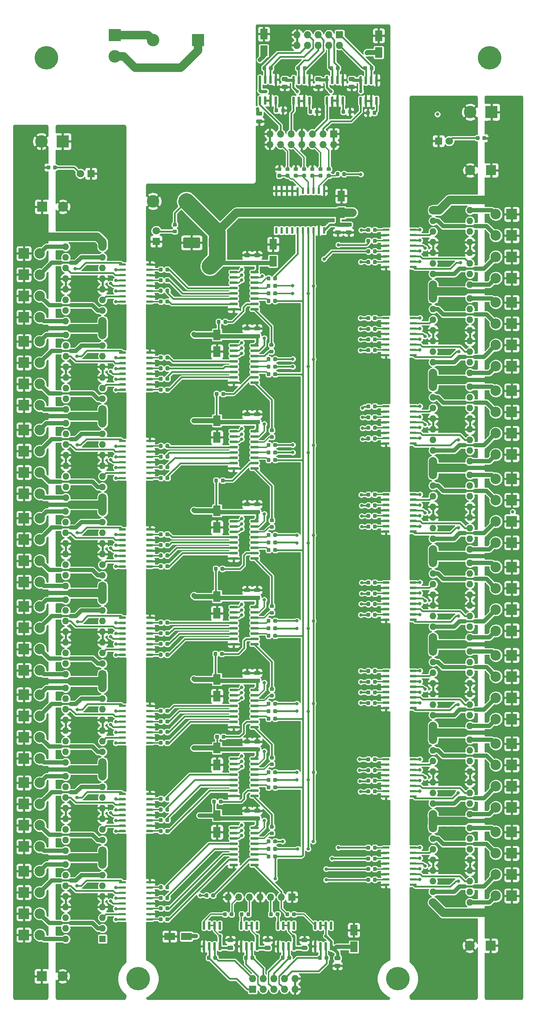
<source format=gtl>
G04 #@! TF.GenerationSoftware,KiCad,Pcbnew,5.1.5-52549c5~84~ubuntu18.04.1*
G04 #@! TF.CreationDate,2020-01-16T14:26:57+02:00*
G04 #@! TF.ProjectId,Hc595_Solenoid_Driver,48633539-355f-4536-9f6c-656e6f69645f,rev?*
G04 #@! TF.SameCoordinates,Original*
G04 #@! TF.FileFunction,Copper,L1,Top*
G04 #@! TF.FilePolarity,Positive*
%FSLAX46Y46*%
G04 Gerber Fmt 4.6, Leading zero omitted, Abs format (unit mm)*
G04 Created by KiCad (PCBNEW 5.1.5-52549c5~84~ubuntu18.04.1) date 2020-01-16 14:26:57*
%MOMM*%
%LPD*%
G04 APERTURE LIST*
%ADD10C,5.600000*%
%ADD11C,2.400000*%
%ADD12R,2.400000X2.400000*%
%ADD13C,0.100000*%
%ADD14R,2.500000X2.500000*%
%ADD15C,2.500000*%
%ADD16O,1.600000X1.600000*%
%ADD17R,1.600000X1.600000*%
%ADD18R,1.800000X2.500000*%
%ADD19R,2.500000X1.800000*%
%ADD20O,1.727200X1.727200*%
%ADD21R,1.727200X1.727200*%
%ADD22O,1.700000X1.700000*%
%ADD23R,1.700000X1.700000*%
%ADD24C,1.800000*%
%ADD25R,1.800000X1.800000*%
%ADD26C,3.000000*%
%ADD27R,3.000000X3.000000*%
%ADD28R,0.600000X1.500000*%
%ADD29C,0.800000*%
%ADD30C,2.000000*%
%ADD31C,0.400000*%
%ADD32C,0.600000*%
%ADD33C,1.000000*%
%ADD34C,0.800000*%
%ADD35C,0.500000*%
%ADD36C,0.300000*%
%ADD37C,4.000000*%
%ADD38C,1.200000*%
%ADD39C,2.000000*%
%ADD40C,0.254000*%
G04 APERTURE END LIST*
D10*
X31000000Y-229000000D03*
X93000000Y-229000000D03*
X115000000Y-9000000D03*
X9000000Y-9000000D03*
D11*
X12900000Y-228400000D03*
D12*
X7900000Y-228400000D03*
D11*
X110200000Y-221100000D03*
D12*
X115200000Y-221100000D03*
D11*
X13000000Y-44600000D03*
D12*
X8000000Y-44600000D03*
D11*
X110300000Y-35900000D03*
D12*
X115300000Y-35900000D03*
G04 #@! TA.AperFunction,SMDPad,CuDef*
D13*
G36*
X45524504Y-51951204D02*
G01*
X45548773Y-51954804D01*
X45572571Y-51960765D01*
X45595671Y-51969030D01*
X45617849Y-51979520D01*
X45638893Y-51992133D01*
X45658598Y-52006747D01*
X45676777Y-52023223D01*
X45693253Y-52041402D01*
X45707867Y-52061107D01*
X45720480Y-52082151D01*
X45730970Y-52104329D01*
X45739235Y-52127429D01*
X45745196Y-52151227D01*
X45748796Y-52175496D01*
X45750000Y-52200000D01*
X45750000Y-54200000D01*
X45748796Y-54224504D01*
X45745196Y-54248773D01*
X45739235Y-54272571D01*
X45730970Y-54295671D01*
X45720480Y-54317849D01*
X45707867Y-54338893D01*
X45693253Y-54358598D01*
X45676777Y-54376777D01*
X45658598Y-54393253D01*
X45638893Y-54407867D01*
X45617849Y-54420480D01*
X45595671Y-54430970D01*
X45572571Y-54439235D01*
X45548773Y-54445196D01*
X45524504Y-54448796D01*
X45500000Y-54450000D01*
X42000000Y-54450000D01*
X41975496Y-54448796D01*
X41951227Y-54445196D01*
X41927429Y-54439235D01*
X41904329Y-54430970D01*
X41882151Y-54420480D01*
X41861107Y-54407867D01*
X41841402Y-54393253D01*
X41823223Y-54376777D01*
X41806747Y-54358598D01*
X41792133Y-54338893D01*
X41779520Y-54317849D01*
X41769030Y-54295671D01*
X41760765Y-54272571D01*
X41754804Y-54248773D01*
X41751204Y-54224504D01*
X41750000Y-54200000D01*
X41750000Y-52200000D01*
X41751204Y-52175496D01*
X41754804Y-52151227D01*
X41760765Y-52127429D01*
X41769030Y-52104329D01*
X41779520Y-52082151D01*
X41792133Y-52061107D01*
X41806747Y-52041402D01*
X41823223Y-52023223D01*
X41841402Y-52006747D01*
X41861107Y-51992133D01*
X41882151Y-51979520D01*
X41904329Y-51969030D01*
X41927429Y-51960765D01*
X41951227Y-51954804D01*
X41975496Y-51951204D01*
X42000000Y-51950000D01*
X45500000Y-51950000D01*
X45524504Y-51951204D01*
G37*
G04 #@! TD.AperFunction*
G04 #@! TA.AperFunction,SMDPad,CuDef*
G36*
X51624504Y-51951204D02*
G01*
X51648773Y-51954804D01*
X51672571Y-51960765D01*
X51695671Y-51969030D01*
X51717849Y-51979520D01*
X51738893Y-51992133D01*
X51758598Y-52006747D01*
X51776777Y-52023223D01*
X51793253Y-52041402D01*
X51807867Y-52061107D01*
X51820480Y-52082151D01*
X51830970Y-52104329D01*
X51839235Y-52127429D01*
X51845196Y-52151227D01*
X51848796Y-52175496D01*
X51850000Y-52200000D01*
X51850000Y-54200000D01*
X51848796Y-54224504D01*
X51845196Y-54248773D01*
X51839235Y-54272571D01*
X51830970Y-54295671D01*
X51820480Y-54317849D01*
X51807867Y-54338893D01*
X51793253Y-54358598D01*
X51776777Y-54376777D01*
X51758598Y-54393253D01*
X51738893Y-54407867D01*
X51717849Y-54420480D01*
X51695671Y-54430970D01*
X51672571Y-54439235D01*
X51648773Y-54445196D01*
X51624504Y-54448796D01*
X51600000Y-54450000D01*
X48100000Y-54450000D01*
X48075496Y-54448796D01*
X48051227Y-54445196D01*
X48027429Y-54439235D01*
X48004329Y-54430970D01*
X47982151Y-54420480D01*
X47961107Y-54407867D01*
X47941402Y-54393253D01*
X47923223Y-54376777D01*
X47906747Y-54358598D01*
X47892133Y-54338893D01*
X47879520Y-54317849D01*
X47869030Y-54295671D01*
X47860765Y-54272571D01*
X47854804Y-54248773D01*
X47851204Y-54224504D01*
X47850000Y-54200000D01*
X47850000Y-52200000D01*
X47851204Y-52175496D01*
X47854804Y-52151227D01*
X47860765Y-52127429D01*
X47869030Y-52104329D01*
X47879520Y-52082151D01*
X47892133Y-52061107D01*
X47906747Y-52041402D01*
X47923223Y-52023223D01*
X47941402Y-52006747D01*
X47961107Y-51992133D01*
X47982151Y-51979520D01*
X48004329Y-51969030D01*
X48027429Y-51960765D01*
X48051227Y-51954804D01*
X48075496Y-51951204D01*
X48100000Y-51950000D01*
X51600000Y-51950000D01*
X51624504Y-51951204D01*
G37*
G04 #@! TD.AperFunction*
D14*
X3660000Y-92040000D03*
D15*
X7470000Y-92040000D03*
D14*
X3660000Y-86956667D03*
D15*
X7470000Y-86956667D03*
G04 #@! TA.AperFunction,SMDPad,CuDef*
D13*
G36*
X34385977Y-88060662D02*
G01*
X34399325Y-88062642D01*
X34412414Y-88065921D01*
X34425119Y-88070467D01*
X34437317Y-88076236D01*
X34448891Y-88083173D01*
X34459729Y-88091211D01*
X34469727Y-88100273D01*
X34478789Y-88110271D01*
X34486827Y-88121109D01*
X34493764Y-88132683D01*
X34499533Y-88144881D01*
X34504079Y-88157586D01*
X34507358Y-88170675D01*
X34509338Y-88184023D01*
X34510000Y-88197500D01*
X34510000Y-88472500D01*
X34509338Y-88485977D01*
X34507358Y-88499325D01*
X34504079Y-88512414D01*
X34499533Y-88525119D01*
X34493764Y-88537317D01*
X34486827Y-88548891D01*
X34478789Y-88559729D01*
X34469727Y-88569727D01*
X34459729Y-88578789D01*
X34448891Y-88586827D01*
X34437317Y-88593764D01*
X34425119Y-88599533D01*
X34412414Y-88604079D01*
X34399325Y-88607358D01*
X34385977Y-88609338D01*
X34372500Y-88610000D01*
X33047500Y-88610000D01*
X33034023Y-88609338D01*
X33020675Y-88607358D01*
X33007586Y-88604079D01*
X32994881Y-88599533D01*
X32982683Y-88593764D01*
X32971109Y-88586827D01*
X32960271Y-88578789D01*
X32950273Y-88569727D01*
X32941211Y-88559729D01*
X32933173Y-88548891D01*
X32926236Y-88537317D01*
X32920467Y-88525119D01*
X32915921Y-88512414D01*
X32912642Y-88499325D01*
X32910662Y-88485977D01*
X32910000Y-88472500D01*
X32910000Y-88197500D01*
X32910662Y-88184023D01*
X32912642Y-88170675D01*
X32915921Y-88157586D01*
X32920467Y-88144881D01*
X32926236Y-88132683D01*
X32933173Y-88121109D01*
X32941211Y-88110271D01*
X32950273Y-88100273D01*
X32960271Y-88091211D01*
X32971109Y-88083173D01*
X32982683Y-88076236D01*
X32994881Y-88070467D01*
X33007586Y-88065921D01*
X33020675Y-88062642D01*
X33034023Y-88060662D01*
X33047500Y-88060000D01*
X34372500Y-88060000D01*
X34385977Y-88060662D01*
G37*
G04 #@! TD.AperFunction*
G04 #@! TA.AperFunction,SMDPad,CuDef*
G36*
X34385977Y-86790662D02*
G01*
X34399325Y-86792642D01*
X34412414Y-86795921D01*
X34425119Y-86800467D01*
X34437317Y-86806236D01*
X34448891Y-86813173D01*
X34459729Y-86821211D01*
X34469727Y-86830273D01*
X34478789Y-86840271D01*
X34486827Y-86851109D01*
X34493764Y-86862683D01*
X34499533Y-86874881D01*
X34504079Y-86887586D01*
X34507358Y-86900675D01*
X34509338Y-86914023D01*
X34510000Y-86927500D01*
X34510000Y-87202500D01*
X34509338Y-87215977D01*
X34507358Y-87229325D01*
X34504079Y-87242414D01*
X34499533Y-87255119D01*
X34493764Y-87267317D01*
X34486827Y-87278891D01*
X34478789Y-87289729D01*
X34469727Y-87299727D01*
X34459729Y-87308789D01*
X34448891Y-87316827D01*
X34437317Y-87323764D01*
X34425119Y-87329533D01*
X34412414Y-87334079D01*
X34399325Y-87337358D01*
X34385977Y-87339338D01*
X34372500Y-87340000D01*
X33047500Y-87340000D01*
X33034023Y-87339338D01*
X33020675Y-87337358D01*
X33007586Y-87334079D01*
X32994881Y-87329533D01*
X32982683Y-87323764D01*
X32971109Y-87316827D01*
X32960271Y-87308789D01*
X32950273Y-87299727D01*
X32941211Y-87289729D01*
X32933173Y-87278891D01*
X32926236Y-87267317D01*
X32920467Y-87255119D01*
X32915921Y-87242414D01*
X32912642Y-87229325D01*
X32910662Y-87215977D01*
X32910000Y-87202500D01*
X32910000Y-86927500D01*
X32910662Y-86914023D01*
X32912642Y-86900675D01*
X32915921Y-86887586D01*
X32920467Y-86874881D01*
X32926236Y-86862683D01*
X32933173Y-86851109D01*
X32941211Y-86840271D01*
X32950273Y-86830273D01*
X32960271Y-86821211D01*
X32971109Y-86813173D01*
X32982683Y-86806236D01*
X32994881Y-86800467D01*
X33007586Y-86795921D01*
X33020675Y-86792642D01*
X33034023Y-86790662D01*
X33047500Y-86790000D01*
X34372500Y-86790000D01*
X34385977Y-86790662D01*
G37*
G04 #@! TD.AperFunction*
G04 #@! TA.AperFunction,SMDPad,CuDef*
G36*
X34385977Y-85520662D02*
G01*
X34399325Y-85522642D01*
X34412414Y-85525921D01*
X34425119Y-85530467D01*
X34437317Y-85536236D01*
X34448891Y-85543173D01*
X34459729Y-85551211D01*
X34469727Y-85560273D01*
X34478789Y-85570271D01*
X34486827Y-85581109D01*
X34493764Y-85592683D01*
X34499533Y-85604881D01*
X34504079Y-85617586D01*
X34507358Y-85630675D01*
X34509338Y-85644023D01*
X34510000Y-85657500D01*
X34510000Y-85932500D01*
X34509338Y-85945977D01*
X34507358Y-85959325D01*
X34504079Y-85972414D01*
X34499533Y-85985119D01*
X34493764Y-85997317D01*
X34486827Y-86008891D01*
X34478789Y-86019729D01*
X34469727Y-86029727D01*
X34459729Y-86038789D01*
X34448891Y-86046827D01*
X34437317Y-86053764D01*
X34425119Y-86059533D01*
X34412414Y-86064079D01*
X34399325Y-86067358D01*
X34385977Y-86069338D01*
X34372500Y-86070000D01*
X33047500Y-86070000D01*
X33034023Y-86069338D01*
X33020675Y-86067358D01*
X33007586Y-86064079D01*
X32994881Y-86059533D01*
X32982683Y-86053764D01*
X32971109Y-86046827D01*
X32960271Y-86038789D01*
X32950273Y-86029727D01*
X32941211Y-86019729D01*
X32933173Y-86008891D01*
X32926236Y-85997317D01*
X32920467Y-85985119D01*
X32915921Y-85972414D01*
X32912642Y-85959325D01*
X32910662Y-85945977D01*
X32910000Y-85932500D01*
X32910000Y-85657500D01*
X32910662Y-85644023D01*
X32912642Y-85630675D01*
X32915921Y-85617586D01*
X32920467Y-85604881D01*
X32926236Y-85592683D01*
X32933173Y-85581109D01*
X32941211Y-85570271D01*
X32950273Y-85560273D01*
X32960271Y-85551211D01*
X32971109Y-85543173D01*
X32982683Y-85536236D01*
X32994881Y-85530467D01*
X33007586Y-85525921D01*
X33020675Y-85522642D01*
X33034023Y-85520662D01*
X33047500Y-85520000D01*
X34372500Y-85520000D01*
X34385977Y-85520662D01*
G37*
G04 #@! TD.AperFunction*
G04 #@! TA.AperFunction,SMDPad,CuDef*
G36*
X34385977Y-84250662D02*
G01*
X34399325Y-84252642D01*
X34412414Y-84255921D01*
X34425119Y-84260467D01*
X34437317Y-84266236D01*
X34448891Y-84273173D01*
X34459729Y-84281211D01*
X34469727Y-84290273D01*
X34478789Y-84300271D01*
X34486827Y-84311109D01*
X34493764Y-84322683D01*
X34499533Y-84334881D01*
X34504079Y-84347586D01*
X34507358Y-84360675D01*
X34509338Y-84374023D01*
X34510000Y-84387500D01*
X34510000Y-84662500D01*
X34509338Y-84675977D01*
X34507358Y-84689325D01*
X34504079Y-84702414D01*
X34499533Y-84715119D01*
X34493764Y-84727317D01*
X34486827Y-84738891D01*
X34478789Y-84749729D01*
X34469727Y-84759727D01*
X34459729Y-84768789D01*
X34448891Y-84776827D01*
X34437317Y-84783764D01*
X34425119Y-84789533D01*
X34412414Y-84794079D01*
X34399325Y-84797358D01*
X34385977Y-84799338D01*
X34372500Y-84800000D01*
X33047500Y-84800000D01*
X33034023Y-84799338D01*
X33020675Y-84797358D01*
X33007586Y-84794079D01*
X32994881Y-84789533D01*
X32982683Y-84783764D01*
X32971109Y-84776827D01*
X32960271Y-84768789D01*
X32950273Y-84759727D01*
X32941211Y-84749729D01*
X32933173Y-84738891D01*
X32926236Y-84727317D01*
X32920467Y-84715119D01*
X32915921Y-84702414D01*
X32912642Y-84689325D01*
X32910662Y-84675977D01*
X32910000Y-84662500D01*
X32910000Y-84387500D01*
X32910662Y-84374023D01*
X32912642Y-84360675D01*
X32915921Y-84347586D01*
X32920467Y-84334881D01*
X32926236Y-84322683D01*
X32933173Y-84311109D01*
X32941211Y-84300271D01*
X32950273Y-84290273D01*
X32960271Y-84281211D01*
X32971109Y-84273173D01*
X32982683Y-84266236D01*
X32994881Y-84260467D01*
X33007586Y-84255921D01*
X33020675Y-84252642D01*
X33034023Y-84250662D01*
X33047500Y-84250000D01*
X34372500Y-84250000D01*
X34385977Y-84250662D01*
G37*
G04 #@! TD.AperFunction*
G04 #@! TA.AperFunction,SMDPad,CuDef*
G36*
X34385977Y-82980662D02*
G01*
X34399325Y-82982642D01*
X34412414Y-82985921D01*
X34425119Y-82990467D01*
X34437317Y-82996236D01*
X34448891Y-83003173D01*
X34459729Y-83011211D01*
X34469727Y-83020273D01*
X34478789Y-83030271D01*
X34486827Y-83041109D01*
X34493764Y-83052683D01*
X34499533Y-83064881D01*
X34504079Y-83077586D01*
X34507358Y-83090675D01*
X34509338Y-83104023D01*
X34510000Y-83117500D01*
X34510000Y-83392500D01*
X34509338Y-83405977D01*
X34507358Y-83419325D01*
X34504079Y-83432414D01*
X34499533Y-83445119D01*
X34493764Y-83457317D01*
X34486827Y-83468891D01*
X34478789Y-83479729D01*
X34469727Y-83489727D01*
X34459729Y-83498789D01*
X34448891Y-83506827D01*
X34437317Y-83513764D01*
X34425119Y-83519533D01*
X34412414Y-83524079D01*
X34399325Y-83527358D01*
X34385977Y-83529338D01*
X34372500Y-83530000D01*
X33047500Y-83530000D01*
X33034023Y-83529338D01*
X33020675Y-83527358D01*
X33007586Y-83524079D01*
X32994881Y-83519533D01*
X32982683Y-83513764D01*
X32971109Y-83506827D01*
X32960271Y-83498789D01*
X32950273Y-83489727D01*
X32941211Y-83479729D01*
X32933173Y-83468891D01*
X32926236Y-83457317D01*
X32920467Y-83445119D01*
X32915921Y-83432414D01*
X32912642Y-83419325D01*
X32910662Y-83405977D01*
X32910000Y-83392500D01*
X32910000Y-83117500D01*
X32910662Y-83104023D01*
X32912642Y-83090675D01*
X32915921Y-83077586D01*
X32920467Y-83064881D01*
X32926236Y-83052683D01*
X32933173Y-83041109D01*
X32941211Y-83030271D01*
X32950273Y-83020273D01*
X32960271Y-83011211D01*
X32971109Y-83003173D01*
X32982683Y-82996236D01*
X32994881Y-82990467D01*
X33007586Y-82985921D01*
X33020675Y-82982642D01*
X33034023Y-82980662D01*
X33047500Y-82980000D01*
X34372500Y-82980000D01*
X34385977Y-82980662D01*
G37*
G04 #@! TD.AperFunction*
G04 #@! TA.AperFunction,SMDPad,CuDef*
G36*
X34385977Y-81710662D02*
G01*
X34399325Y-81712642D01*
X34412414Y-81715921D01*
X34425119Y-81720467D01*
X34437317Y-81726236D01*
X34448891Y-81733173D01*
X34459729Y-81741211D01*
X34469727Y-81750273D01*
X34478789Y-81760271D01*
X34486827Y-81771109D01*
X34493764Y-81782683D01*
X34499533Y-81794881D01*
X34504079Y-81807586D01*
X34507358Y-81820675D01*
X34509338Y-81834023D01*
X34510000Y-81847500D01*
X34510000Y-82122500D01*
X34509338Y-82135977D01*
X34507358Y-82149325D01*
X34504079Y-82162414D01*
X34499533Y-82175119D01*
X34493764Y-82187317D01*
X34486827Y-82198891D01*
X34478789Y-82209729D01*
X34469727Y-82219727D01*
X34459729Y-82228789D01*
X34448891Y-82236827D01*
X34437317Y-82243764D01*
X34425119Y-82249533D01*
X34412414Y-82254079D01*
X34399325Y-82257358D01*
X34385977Y-82259338D01*
X34372500Y-82260000D01*
X33047500Y-82260000D01*
X33034023Y-82259338D01*
X33020675Y-82257358D01*
X33007586Y-82254079D01*
X32994881Y-82249533D01*
X32982683Y-82243764D01*
X32971109Y-82236827D01*
X32960271Y-82228789D01*
X32950273Y-82219727D01*
X32941211Y-82209729D01*
X32933173Y-82198891D01*
X32926236Y-82187317D01*
X32920467Y-82175119D01*
X32915921Y-82162414D01*
X32912642Y-82149325D01*
X32910662Y-82135977D01*
X32910000Y-82122500D01*
X32910000Y-81847500D01*
X32910662Y-81834023D01*
X32912642Y-81820675D01*
X32915921Y-81807586D01*
X32920467Y-81794881D01*
X32926236Y-81782683D01*
X32933173Y-81771109D01*
X32941211Y-81760271D01*
X32950273Y-81750273D01*
X32960271Y-81741211D01*
X32971109Y-81733173D01*
X32982683Y-81726236D01*
X32994881Y-81720467D01*
X33007586Y-81715921D01*
X33020675Y-81712642D01*
X33034023Y-81710662D01*
X33047500Y-81710000D01*
X34372500Y-81710000D01*
X34385977Y-81710662D01*
G37*
G04 #@! TD.AperFunction*
G04 #@! TA.AperFunction,SMDPad,CuDef*
G36*
X34385977Y-80440662D02*
G01*
X34399325Y-80442642D01*
X34412414Y-80445921D01*
X34425119Y-80450467D01*
X34437317Y-80456236D01*
X34448891Y-80463173D01*
X34459729Y-80471211D01*
X34469727Y-80480273D01*
X34478789Y-80490271D01*
X34486827Y-80501109D01*
X34493764Y-80512683D01*
X34499533Y-80524881D01*
X34504079Y-80537586D01*
X34507358Y-80550675D01*
X34509338Y-80564023D01*
X34510000Y-80577500D01*
X34510000Y-80852500D01*
X34509338Y-80865977D01*
X34507358Y-80879325D01*
X34504079Y-80892414D01*
X34499533Y-80905119D01*
X34493764Y-80917317D01*
X34486827Y-80928891D01*
X34478789Y-80939729D01*
X34469727Y-80949727D01*
X34459729Y-80958789D01*
X34448891Y-80966827D01*
X34437317Y-80973764D01*
X34425119Y-80979533D01*
X34412414Y-80984079D01*
X34399325Y-80987358D01*
X34385977Y-80989338D01*
X34372500Y-80990000D01*
X33047500Y-80990000D01*
X33034023Y-80989338D01*
X33020675Y-80987358D01*
X33007586Y-80984079D01*
X32994881Y-80979533D01*
X32982683Y-80973764D01*
X32971109Y-80966827D01*
X32960271Y-80958789D01*
X32950273Y-80949727D01*
X32941211Y-80939729D01*
X32933173Y-80928891D01*
X32926236Y-80917317D01*
X32920467Y-80905119D01*
X32915921Y-80892414D01*
X32912642Y-80879325D01*
X32910662Y-80865977D01*
X32910000Y-80852500D01*
X32910000Y-80577500D01*
X32910662Y-80564023D01*
X32912642Y-80550675D01*
X32915921Y-80537586D01*
X32920467Y-80524881D01*
X32926236Y-80512683D01*
X32933173Y-80501109D01*
X32941211Y-80490271D01*
X32950273Y-80480273D01*
X32960271Y-80471211D01*
X32971109Y-80463173D01*
X32982683Y-80456236D01*
X32994881Y-80450467D01*
X33007586Y-80445921D01*
X33020675Y-80442642D01*
X33034023Y-80440662D01*
X33047500Y-80440000D01*
X34372500Y-80440000D01*
X34385977Y-80440662D01*
G37*
G04 #@! TD.AperFunction*
G04 #@! TA.AperFunction,SMDPad,CuDef*
G36*
X34385977Y-79170662D02*
G01*
X34399325Y-79172642D01*
X34412414Y-79175921D01*
X34425119Y-79180467D01*
X34437317Y-79186236D01*
X34448891Y-79193173D01*
X34459729Y-79201211D01*
X34469727Y-79210273D01*
X34478789Y-79220271D01*
X34486827Y-79231109D01*
X34493764Y-79242683D01*
X34499533Y-79254881D01*
X34504079Y-79267586D01*
X34507358Y-79280675D01*
X34509338Y-79294023D01*
X34510000Y-79307500D01*
X34510000Y-79582500D01*
X34509338Y-79595977D01*
X34507358Y-79609325D01*
X34504079Y-79622414D01*
X34499533Y-79635119D01*
X34493764Y-79647317D01*
X34486827Y-79658891D01*
X34478789Y-79669729D01*
X34469727Y-79679727D01*
X34459729Y-79688789D01*
X34448891Y-79696827D01*
X34437317Y-79703764D01*
X34425119Y-79709533D01*
X34412414Y-79714079D01*
X34399325Y-79717358D01*
X34385977Y-79719338D01*
X34372500Y-79720000D01*
X33047500Y-79720000D01*
X33034023Y-79719338D01*
X33020675Y-79717358D01*
X33007586Y-79714079D01*
X32994881Y-79709533D01*
X32982683Y-79703764D01*
X32971109Y-79696827D01*
X32960271Y-79688789D01*
X32950273Y-79679727D01*
X32941211Y-79669729D01*
X32933173Y-79658891D01*
X32926236Y-79647317D01*
X32920467Y-79635119D01*
X32915921Y-79622414D01*
X32912642Y-79609325D01*
X32910662Y-79595977D01*
X32910000Y-79582500D01*
X32910000Y-79307500D01*
X32910662Y-79294023D01*
X32912642Y-79280675D01*
X32915921Y-79267586D01*
X32920467Y-79254881D01*
X32926236Y-79242683D01*
X32933173Y-79231109D01*
X32941211Y-79220271D01*
X32950273Y-79210273D01*
X32960271Y-79201211D01*
X32971109Y-79193173D01*
X32982683Y-79186236D01*
X32994881Y-79180467D01*
X33007586Y-79175921D01*
X33020675Y-79172642D01*
X33034023Y-79170662D01*
X33047500Y-79170000D01*
X34372500Y-79170000D01*
X34385977Y-79170662D01*
G37*
G04 #@! TD.AperFunction*
G04 #@! TA.AperFunction,SMDPad,CuDef*
G36*
X27885977Y-79170662D02*
G01*
X27899325Y-79172642D01*
X27912414Y-79175921D01*
X27925119Y-79180467D01*
X27937317Y-79186236D01*
X27948891Y-79193173D01*
X27959729Y-79201211D01*
X27969727Y-79210273D01*
X27978789Y-79220271D01*
X27986827Y-79231109D01*
X27993764Y-79242683D01*
X27999533Y-79254881D01*
X28004079Y-79267586D01*
X28007358Y-79280675D01*
X28009338Y-79294023D01*
X28010000Y-79307500D01*
X28010000Y-79582500D01*
X28009338Y-79595977D01*
X28007358Y-79609325D01*
X28004079Y-79622414D01*
X27999533Y-79635119D01*
X27993764Y-79647317D01*
X27986827Y-79658891D01*
X27978789Y-79669729D01*
X27969727Y-79679727D01*
X27959729Y-79688789D01*
X27948891Y-79696827D01*
X27937317Y-79703764D01*
X27925119Y-79709533D01*
X27912414Y-79714079D01*
X27899325Y-79717358D01*
X27885977Y-79719338D01*
X27872500Y-79720000D01*
X26547500Y-79720000D01*
X26534023Y-79719338D01*
X26520675Y-79717358D01*
X26507586Y-79714079D01*
X26494881Y-79709533D01*
X26482683Y-79703764D01*
X26471109Y-79696827D01*
X26460271Y-79688789D01*
X26450273Y-79679727D01*
X26441211Y-79669729D01*
X26433173Y-79658891D01*
X26426236Y-79647317D01*
X26420467Y-79635119D01*
X26415921Y-79622414D01*
X26412642Y-79609325D01*
X26410662Y-79595977D01*
X26410000Y-79582500D01*
X26410000Y-79307500D01*
X26410662Y-79294023D01*
X26412642Y-79280675D01*
X26415921Y-79267586D01*
X26420467Y-79254881D01*
X26426236Y-79242683D01*
X26433173Y-79231109D01*
X26441211Y-79220271D01*
X26450273Y-79210273D01*
X26460271Y-79201211D01*
X26471109Y-79193173D01*
X26482683Y-79186236D01*
X26494881Y-79180467D01*
X26507586Y-79175921D01*
X26520675Y-79172642D01*
X26534023Y-79170662D01*
X26547500Y-79170000D01*
X27872500Y-79170000D01*
X27885977Y-79170662D01*
G37*
G04 #@! TD.AperFunction*
G04 #@! TA.AperFunction,SMDPad,CuDef*
G36*
X27885977Y-80440662D02*
G01*
X27899325Y-80442642D01*
X27912414Y-80445921D01*
X27925119Y-80450467D01*
X27937317Y-80456236D01*
X27948891Y-80463173D01*
X27959729Y-80471211D01*
X27969727Y-80480273D01*
X27978789Y-80490271D01*
X27986827Y-80501109D01*
X27993764Y-80512683D01*
X27999533Y-80524881D01*
X28004079Y-80537586D01*
X28007358Y-80550675D01*
X28009338Y-80564023D01*
X28010000Y-80577500D01*
X28010000Y-80852500D01*
X28009338Y-80865977D01*
X28007358Y-80879325D01*
X28004079Y-80892414D01*
X27999533Y-80905119D01*
X27993764Y-80917317D01*
X27986827Y-80928891D01*
X27978789Y-80939729D01*
X27969727Y-80949727D01*
X27959729Y-80958789D01*
X27948891Y-80966827D01*
X27937317Y-80973764D01*
X27925119Y-80979533D01*
X27912414Y-80984079D01*
X27899325Y-80987358D01*
X27885977Y-80989338D01*
X27872500Y-80990000D01*
X26547500Y-80990000D01*
X26534023Y-80989338D01*
X26520675Y-80987358D01*
X26507586Y-80984079D01*
X26494881Y-80979533D01*
X26482683Y-80973764D01*
X26471109Y-80966827D01*
X26460271Y-80958789D01*
X26450273Y-80949727D01*
X26441211Y-80939729D01*
X26433173Y-80928891D01*
X26426236Y-80917317D01*
X26420467Y-80905119D01*
X26415921Y-80892414D01*
X26412642Y-80879325D01*
X26410662Y-80865977D01*
X26410000Y-80852500D01*
X26410000Y-80577500D01*
X26410662Y-80564023D01*
X26412642Y-80550675D01*
X26415921Y-80537586D01*
X26420467Y-80524881D01*
X26426236Y-80512683D01*
X26433173Y-80501109D01*
X26441211Y-80490271D01*
X26450273Y-80480273D01*
X26460271Y-80471211D01*
X26471109Y-80463173D01*
X26482683Y-80456236D01*
X26494881Y-80450467D01*
X26507586Y-80445921D01*
X26520675Y-80442642D01*
X26534023Y-80440662D01*
X26547500Y-80440000D01*
X27872500Y-80440000D01*
X27885977Y-80440662D01*
G37*
G04 #@! TD.AperFunction*
G04 #@! TA.AperFunction,SMDPad,CuDef*
G36*
X27885977Y-81710662D02*
G01*
X27899325Y-81712642D01*
X27912414Y-81715921D01*
X27925119Y-81720467D01*
X27937317Y-81726236D01*
X27948891Y-81733173D01*
X27959729Y-81741211D01*
X27969727Y-81750273D01*
X27978789Y-81760271D01*
X27986827Y-81771109D01*
X27993764Y-81782683D01*
X27999533Y-81794881D01*
X28004079Y-81807586D01*
X28007358Y-81820675D01*
X28009338Y-81834023D01*
X28010000Y-81847500D01*
X28010000Y-82122500D01*
X28009338Y-82135977D01*
X28007358Y-82149325D01*
X28004079Y-82162414D01*
X27999533Y-82175119D01*
X27993764Y-82187317D01*
X27986827Y-82198891D01*
X27978789Y-82209729D01*
X27969727Y-82219727D01*
X27959729Y-82228789D01*
X27948891Y-82236827D01*
X27937317Y-82243764D01*
X27925119Y-82249533D01*
X27912414Y-82254079D01*
X27899325Y-82257358D01*
X27885977Y-82259338D01*
X27872500Y-82260000D01*
X26547500Y-82260000D01*
X26534023Y-82259338D01*
X26520675Y-82257358D01*
X26507586Y-82254079D01*
X26494881Y-82249533D01*
X26482683Y-82243764D01*
X26471109Y-82236827D01*
X26460271Y-82228789D01*
X26450273Y-82219727D01*
X26441211Y-82209729D01*
X26433173Y-82198891D01*
X26426236Y-82187317D01*
X26420467Y-82175119D01*
X26415921Y-82162414D01*
X26412642Y-82149325D01*
X26410662Y-82135977D01*
X26410000Y-82122500D01*
X26410000Y-81847500D01*
X26410662Y-81834023D01*
X26412642Y-81820675D01*
X26415921Y-81807586D01*
X26420467Y-81794881D01*
X26426236Y-81782683D01*
X26433173Y-81771109D01*
X26441211Y-81760271D01*
X26450273Y-81750273D01*
X26460271Y-81741211D01*
X26471109Y-81733173D01*
X26482683Y-81726236D01*
X26494881Y-81720467D01*
X26507586Y-81715921D01*
X26520675Y-81712642D01*
X26534023Y-81710662D01*
X26547500Y-81710000D01*
X27872500Y-81710000D01*
X27885977Y-81710662D01*
G37*
G04 #@! TD.AperFunction*
G04 #@! TA.AperFunction,SMDPad,CuDef*
G36*
X27885977Y-82980662D02*
G01*
X27899325Y-82982642D01*
X27912414Y-82985921D01*
X27925119Y-82990467D01*
X27937317Y-82996236D01*
X27948891Y-83003173D01*
X27959729Y-83011211D01*
X27969727Y-83020273D01*
X27978789Y-83030271D01*
X27986827Y-83041109D01*
X27993764Y-83052683D01*
X27999533Y-83064881D01*
X28004079Y-83077586D01*
X28007358Y-83090675D01*
X28009338Y-83104023D01*
X28010000Y-83117500D01*
X28010000Y-83392500D01*
X28009338Y-83405977D01*
X28007358Y-83419325D01*
X28004079Y-83432414D01*
X27999533Y-83445119D01*
X27993764Y-83457317D01*
X27986827Y-83468891D01*
X27978789Y-83479729D01*
X27969727Y-83489727D01*
X27959729Y-83498789D01*
X27948891Y-83506827D01*
X27937317Y-83513764D01*
X27925119Y-83519533D01*
X27912414Y-83524079D01*
X27899325Y-83527358D01*
X27885977Y-83529338D01*
X27872500Y-83530000D01*
X26547500Y-83530000D01*
X26534023Y-83529338D01*
X26520675Y-83527358D01*
X26507586Y-83524079D01*
X26494881Y-83519533D01*
X26482683Y-83513764D01*
X26471109Y-83506827D01*
X26460271Y-83498789D01*
X26450273Y-83489727D01*
X26441211Y-83479729D01*
X26433173Y-83468891D01*
X26426236Y-83457317D01*
X26420467Y-83445119D01*
X26415921Y-83432414D01*
X26412642Y-83419325D01*
X26410662Y-83405977D01*
X26410000Y-83392500D01*
X26410000Y-83117500D01*
X26410662Y-83104023D01*
X26412642Y-83090675D01*
X26415921Y-83077586D01*
X26420467Y-83064881D01*
X26426236Y-83052683D01*
X26433173Y-83041109D01*
X26441211Y-83030271D01*
X26450273Y-83020273D01*
X26460271Y-83011211D01*
X26471109Y-83003173D01*
X26482683Y-82996236D01*
X26494881Y-82990467D01*
X26507586Y-82985921D01*
X26520675Y-82982642D01*
X26534023Y-82980662D01*
X26547500Y-82980000D01*
X27872500Y-82980000D01*
X27885977Y-82980662D01*
G37*
G04 #@! TD.AperFunction*
G04 #@! TA.AperFunction,SMDPad,CuDef*
G36*
X27885977Y-84250662D02*
G01*
X27899325Y-84252642D01*
X27912414Y-84255921D01*
X27925119Y-84260467D01*
X27937317Y-84266236D01*
X27948891Y-84273173D01*
X27959729Y-84281211D01*
X27969727Y-84290273D01*
X27978789Y-84300271D01*
X27986827Y-84311109D01*
X27993764Y-84322683D01*
X27999533Y-84334881D01*
X28004079Y-84347586D01*
X28007358Y-84360675D01*
X28009338Y-84374023D01*
X28010000Y-84387500D01*
X28010000Y-84662500D01*
X28009338Y-84675977D01*
X28007358Y-84689325D01*
X28004079Y-84702414D01*
X27999533Y-84715119D01*
X27993764Y-84727317D01*
X27986827Y-84738891D01*
X27978789Y-84749729D01*
X27969727Y-84759727D01*
X27959729Y-84768789D01*
X27948891Y-84776827D01*
X27937317Y-84783764D01*
X27925119Y-84789533D01*
X27912414Y-84794079D01*
X27899325Y-84797358D01*
X27885977Y-84799338D01*
X27872500Y-84800000D01*
X26547500Y-84800000D01*
X26534023Y-84799338D01*
X26520675Y-84797358D01*
X26507586Y-84794079D01*
X26494881Y-84789533D01*
X26482683Y-84783764D01*
X26471109Y-84776827D01*
X26460271Y-84768789D01*
X26450273Y-84759727D01*
X26441211Y-84749729D01*
X26433173Y-84738891D01*
X26426236Y-84727317D01*
X26420467Y-84715119D01*
X26415921Y-84702414D01*
X26412642Y-84689325D01*
X26410662Y-84675977D01*
X26410000Y-84662500D01*
X26410000Y-84387500D01*
X26410662Y-84374023D01*
X26412642Y-84360675D01*
X26415921Y-84347586D01*
X26420467Y-84334881D01*
X26426236Y-84322683D01*
X26433173Y-84311109D01*
X26441211Y-84300271D01*
X26450273Y-84290273D01*
X26460271Y-84281211D01*
X26471109Y-84273173D01*
X26482683Y-84266236D01*
X26494881Y-84260467D01*
X26507586Y-84255921D01*
X26520675Y-84252642D01*
X26534023Y-84250662D01*
X26547500Y-84250000D01*
X27872500Y-84250000D01*
X27885977Y-84250662D01*
G37*
G04 #@! TD.AperFunction*
G04 #@! TA.AperFunction,SMDPad,CuDef*
G36*
X27885977Y-85520662D02*
G01*
X27899325Y-85522642D01*
X27912414Y-85525921D01*
X27925119Y-85530467D01*
X27937317Y-85536236D01*
X27948891Y-85543173D01*
X27959729Y-85551211D01*
X27969727Y-85560273D01*
X27978789Y-85570271D01*
X27986827Y-85581109D01*
X27993764Y-85592683D01*
X27999533Y-85604881D01*
X28004079Y-85617586D01*
X28007358Y-85630675D01*
X28009338Y-85644023D01*
X28010000Y-85657500D01*
X28010000Y-85932500D01*
X28009338Y-85945977D01*
X28007358Y-85959325D01*
X28004079Y-85972414D01*
X27999533Y-85985119D01*
X27993764Y-85997317D01*
X27986827Y-86008891D01*
X27978789Y-86019729D01*
X27969727Y-86029727D01*
X27959729Y-86038789D01*
X27948891Y-86046827D01*
X27937317Y-86053764D01*
X27925119Y-86059533D01*
X27912414Y-86064079D01*
X27899325Y-86067358D01*
X27885977Y-86069338D01*
X27872500Y-86070000D01*
X26547500Y-86070000D01*
X26534023Y-86069338D01*
X26520675Y-86067358D01*
X26507586Y-86064079D01*
X26494881Y-86059533D01*
X26482683Y-86053764D01*
X26471109Y-86046827D01*
X26460271Y-86038789D01*
X26450273Y-86029727D01*
X26441211Y-86019729D01*
X26433173Y-86008891D01*
X26426236Y-85997317D01*
X26420467Y-85985119D01*
X26415921Y-85972414D01*
X26412642Y-85959325D01*
X26410662Y-85945977D01*
X26410000Y-85932500D01*
X26410000Y-85657500D01*
X26410662Y-85644023D01*
X26412642Y-85630675D01*
X26415921Y-85617586D01*
X26420467Y-85604881D01*
X26426236Y-85592683D01*
X26433173Y-85581109D01*
X26441211Y-85570271D01*
X26450273Y-85560273D01*
X26460271Y-85551211D01*
X26471109Y-85543173D01*
X26482683Y-85536236D01*
X26494881Y-85530467D01*
X26507586Y-85525921D01*
X26520675Y-85522642D01*
X26534023Y-85520662D01*
X26547500Y-85520000D01*
X27872500Y-85520000D01*
X27885977Y-85520662D01*
G37*
G04 #@! TD.AperFunction*
G04 #@! TA.AperFunction,SMDPad,CuDef*
G36*
X27885977Y-86790662D02*
G01*
X27899325Y-86792642D01*
X27912414Y-86795921D01*
X27925119Y-86800467D01*
X27937317Y-86806236D01*
X27948891Y-86813173D01*
X27959729Y-86821211D01*
X27969727Y-86830273D01*
X27978789Y-86840271D01*
X27986827Y-86851109D01*
X27993764Y-86862683D01*
X27999533Y-86874881D01*
X28004079Y-86887586D01*
X28007358Y-86900675D01*
X28009338Y-86914023D01*
X28010000Y-86927500D01*
X28010000Y-87202500D01*
X28009338Y-87215977D01*
X28007358Y-87229325D01*
X28004079Y-87242414D01*
X27999533Y-87255119D01*
X27993764Y-87267317D01*
X27986827Y-87278891D01*
X27978789Y-87289729D01*
X27969727Y-87299727D01*
X27959729Y-87308789D01*
X27948891Y-87316827D01*
X27937317Y-87323764D01*
X27925119Y-87329533D01*
X27912414Y-87334079D01*
X27899325Y-87337358D01*
X27885977Y-87339338D01*
X27872500Y-87340000D01*
X26547500Y-87340000D01*
X26534023Y-87339338D01*
X26520675Y-87337358D01*
X26507586Y-87334079D01*
X26494881Y-87329533D01*
X26482683Y-87323764D01*
X26471109Y-87316827D01*
X26460271Y-87308789D01*
X26450273Y-87299727D01*
X26441211Y-87289729D01*
X26433173Y-87278891D01*
X26426236Y-87267317D01*
X26420467Y-87255119D01*
X26415921Y-87242414D01*
X26412642Y-87229325D01*
X26410662Y-87215977D01*
X26410000Y-87202500D01*
X26410000Y-86927500D01*
X26410662Y-86914023D01*
X26412642Y-86900675D01*
X26415921Y-86887586D01*
X26420467Y-86874881D01*
X26426236Y-86862683D01*
X26433173Y-86851109D01*
X26441211Y-86840271D01*
X26450273Y-86830273D01*
X26460271Y-86821211D01*
X26471109Y-86813173D01*
X26482683Y-86806236D01*
X26494881Y-86800467D01*
X26507586Y-86795921D01*
X26520675Y-86792642D01*
X26534023Y-86790662D01*
X26547500Y-86790000D01*
X27872500Y-86790000D01*
X27885977Y-86790662D01*
G37*
G04 #@! TD.AperFunction*
G04 #@! TA.AperFunction,SMDPad,CuDef*
G36*
X27885977Y-88060662D02*
G01*
X27899325Y-88062642D01*
X27912414Y-88065921D01*
X27925119Y-88070467D01*
X27937317Y-88076236D01*
X27948891Y-88083173D01*
X27959729Y-88091211D01*
X27969727Y-88100273D01*
X27978789Y-88110271D01*
X27986827Y-88121109D01*
X27993764Y-88132683D01*
X27999533Y-88144881D01*
X28004079Y-88157586D01*
X28007358Y-88170675D01*
X28009338Y-88184023D01*
X28010000Y-88197500D01*
X28010000Y-88472500D01*
X28009338Y-88485977D01*
X28007358Y-88499325D01*
X28004079Y-88512414D01*
X27999533Y-88525119D01*
X27993764Y-88537317D01*
X27986827Y-88548891D01*
X27978789Y-88559729D01*
X27969727Y-88569727D01*
X27959729Y-88578789D01*
X27948891Y-88586827D01*
X27937317Y-88593764D01*
X27925119Y-88599533D01*
X27912414Y-88604079D01*
X27899325Y-88607358D01*
X27885977Y-88609338D01*
X27872500Y-88610000D01*
X26547500Y-88610000D01*
X26534023Y-88609338D01*
X26520675Y-88607358D01*
X26507586Y-88604079D01*
X26494881Y-88599533D01*
X26482683Y-88593764D01*
X26471109Y-88586827D01*
X26460271Y-88578789D01*
X26450273Y-88569727D01*
X26441211Y-88559729D01*
X26433173Y-88548891D01*
X26426236Y-88537317D01*
X26420467Y-88525119D01*
X26415921Y-88512414D01*
X26412642Y-88499325D01*
X26410662Y-88485977D01*
X26410000Y-88472500D01*
X26410000Y-88197500D01*
X26410662Y-88184023D01*
X26412642Y-88170675D01*
X26415921Y-88157586D01*
X26420467Y-88144881D01*
X26426236Y-88132683D01*
X26433173Y-88121109D01*
X26441211Y-88110271D01*
X26450273Y-88100273D01*
X26460271Y-88091211D01*
X26471109Y-88083173D01*
X26482683Y-88076236D01*
X26494881Y-88070467D01*
X26507586Y-88065921D01*
X26520675Y-88062642D01*
X26534023Y-88060662D01*
X26547500Y-88060000D01*
X27872500Y-88060000D01*
X27885977Y-88060662D01*
G37*
G04 #@! TD.AperFunction*
D14*
X3660000Y-76790000D03*
D15*
X7470000Y-76790000D03*
G04 #@! TA.AperFunction,SMDPad,CuDef*
D13*
G36*
X36612691Y-82716053D02*
G01*
X36633926Y-82719203D01*
X36654750Y-82724419D01*
X36674962Y-82731651D01*
X36694368Y-82740830D01*
X36712781Y-82751866D01*
X36730024Y-82764654D01*
X36745930Y-82779070D01*
X36760346Y-82794976D01*
X36773134Y-82812219D01*
X36784170Y-82830632D01*
X36793349Y-82850038D01*
X36800581Y-82870250D01*
X36805797Y-82891074D01*
X36808947Y-82912309D01*
X36810000Y-82933750D01*
X36810000Y-83446250D01*
X36808947Y-83467691D01*
X36805797Y-83488926D01*
X36800581Y-83509750D01*
X36793349Y-83529962D01*
X36784170Y-83549368D01*
X36773134Y-83567781D01*
X36760346Y-83585024D01*
X36745930Y-83600930D01*
X36730024Y-83615346D01*
X36712781Y-83628134D01*
X36694368Y-83639170D01*
X36674962Y-83648349D01*
X36654750Y-83655581D01*
X36633926Y-83660797D01*
X36612691Y-83663947D01*
X36591250Y-83665000D01*
X36153750Y-83665000D01*
X36132309Y-83663947D01*
X36111074Y-83660797D01*
X36090250Y-83655581D01*
X36070038Y-83648349D01*
X36050632Y-83639170D01*
X36032219Y-83628134D01*
X36014976Y-83615346D01*
X35999070Y-83600930D01*
X35984654Y-83585024D01*
X35971866Y-83567781D01*
X35960830Y-83549368D01*
X35951651Y-83529962D01*
X35944419Y-83509750D01*
X35939203Y-83488926D01*
X35936053Y-83467691D01*
X35935000Y-83446250D01*
X35935000Y-82933750D01*
X35936053Y-82912309D01*
X35939203Y-82891074D01*
X35944419Y-82870250D01*
X35951651Y-82850038D01*
X35960830Y-82830632D01*
X35971866Y-82812219D01*
X35984654Y-82794976D01*
X35999070Y-82779070D01*
X36014976Y-82764654D01*
X36032219Y-82751866D01*
X36050632Y-82740830D01*
X36070038Y-82731651D01*
X36090250Y-82724419D01*
X36111074Y-82719203D01*
X36132309Y-82716053D01*
X36153750Y-82715000D01*
X36591250Y-82715000D01*
X36612691Y-82716053D01*
G37*
G04 #@! TD.AperFunction*
G04 #@! TA.AperFunction,SMDPad,CuDef*
G36*
X38187691Y-82716053D02*
G01*
X38208926Y-82719203D01*
X38229750Y-82724419D01*
X38249962Y-82731651D01*
X38269368Y-82740830D01*
X38287781Y-82751866D01*
X38305024Y-82764654D01*
X38320930Y-82779070D01*
X38335346Y-82794976D01*
X38348134Y-82812219D01*
X38359170Y-82830632D01*
X38368349Y-82850038D01*
X38375581Y-82870250D01*
X38380797Y-82891074D01*
X38383947Y-82912309D01*
X38385000Y-82933750D01*
X38385000Y-83446250D01*
X38383947Y-83467691D01*
X38380797Y-83488926D01*
X38375581Y-83509750D01*
X38368349Y-83529962D01*
X38359170Y-83549368D01*
X38348134Y-83567781D01*
X38335346Y-83585024D01*
X38320930Y-83600930D01*
X38305024Y-83615346D01*
X38287781Y-83628134D01*
X38269368Y-83639170D01*
X38249962Y-83648349D01*
X38229750Y-83655581D01*
X38208926Y-83660797D01*
X38187691Y-83663947D01*
X38166250Y-83665000D01*
X37728750Y-83665000D01*
X37707309Y-83663947D01*
X37686074Y-83660797D01*
X37665250Y-83655581D01*
X37645038Y-83648349D01*
X37625632Y-83639170D01*
X37607219Y-83628134D01*
X37589976Y-83615346D01*
X37574070Y-83600930D01*
X37559654Y-83585024D01*
X37546866Y-83567781D01*
X37535830Y-83549368D01*
X37526651Y-83529962D01*
X37519419Y-83509750D01*
X37514203Y-83488926D01*
X37511053Y-83467691D01*
X37510000Y-83446250D01*
X37510000Y-82933750D01*
X37511053Y-82912309D01*
X37514203Y-82891074D01*
X37519419Y-82870250D01*
X37526651Y-82850038D01*
X37535830Y-82830632D01*
X37546866Y-82812219D01*
X37559654Y-82794976D01*
X37574070Y-82779070D01*
X37589976Y-82764654D01*
X37607219Y-82751866D01*
X37625632Y-82740830D01*
X37645038Y-82731651D01*
X37665250Y-82724419D01*
X37686074Y-82719203D01*
X37707309Y-82716053D01*
X37728750Y-82715000D01*
X38166250Y-82715000D01*
X38187691Y-82716053D01*
G37*
G04 #@! TD.AperFunction*
D15*
X7470000Y-113140000D03*
D14*
X3660000Y-113140000D03*
G04 #@! TA.AperFunction,SMDPad,CuDef*
D13*
G36*
X27885977Y-109160662D02*
G01*
X27899325Y-109162642D01*
X27912414Y-109165921D01*
X27925119Y-109170467D01*
X27937317Y-109176236D01*
X27948891Y-109183173D01*
X27959729Y-109191211D01*
X27969727Y-109200273D01*
X27978789Y-109210271D01*
X27986827Y-109221109D01*
X27993764Y-109232683D01*
X27999533Y-109244881D01*
X28004079Y-109257586D01*
X28007358Y-109270675D01*
X28009338Y-109284023D01*
X28010000Y-109297500D01*
X28010000Y-109572500D01*
X28009338Y-109585977D01*
X28007358Y-109599325D01*
X28004079Y-109612414D01*
X27999533Y-109625119D01*
X27993764Y-109637317D01*
X27986827Y-109648891D01*
X27978789Y-109659729D01*
X27969727Y-109669727D01*
X27959729Y-109678789D01*
X27948891Y-109686827D01*
X27937317Y-109693764D01*
X27925119Y-109699533D01*
X27912414Y-109704079D01*
X27899325Y-109707358D01*
X27885977Y-109709338D01*
X27872500Y-109710000D01*
X26547500Y-109710000D01*
X26534023Y-109709338D01*
X26520675Y-109707358D01*
X26507586Y-109704079D01*
X26494881Y-109699533D01*
X26482683Y-109693764D01*
X26471109Y-109686827D01*
X26460271Y-109678789D01*
X26450273Y-109669727D01*
X26441211Y-109659729D01*
X26433173Y-109648891D01*
X26426236Y-109637317D01*
X26420467Y-109625119D01*
X26415921Y-109612414D01*
X26412642Y-109599325D01*
X26410662Y-109585977D01*
X26410000Y-109572500D01*
X26410000Y-109297500D01*
X26410662Y-109284023D01*
X26412642Y-109270675D01*
X26415921Y-109257586D01*
X26420467Y-109244881D01*
X26426236Y-109232683D01*
X26433173Y-109221109D01*
X26441211Y-109210271D01*
X26450273Y-109200273D01*
X26460271Y-109191211D01*
X26471109Y-109183173D01*
X26482683Y-109176236D01*
X26494881Y-109170467D01*
X26507586Y-109165921D01*
X26520675Y-109162642D01*
X26534023Y-109160662D01*
X26547500Y-109160000D01*
X27872500Y-109160000D01*
X27885977Y-109160662D01*
G37*
G04 #@! TD.AperFunction*
G04 #@! TA.AperFunction,SMDPad,CuDef*
G36*
X27885977Y-107890662D02*
G01*
X27899325Y-107892642D01*
X27912414Y-107895921D01*
X27925119Y-107900467D01*
X27937317Y-107906236D01*
X27948891Y-107913173D01*
X27959729Y-107921211D01*
X27969727Y-107930273D01*
X27978789Y-107940271D01*
X27986827Y-107951109D01*
X27993764Y-107962683D01*
X27999533Y-107974881D01*
X28004079Y-107987586D01*
X28007358Y-108000675D01*
X28009338Y-108014023D01*
X28010000Y-108027500D01*
X28010000Y-108302500D01*
X28009338Y-108315977D01*
X28007358Y-108329325D01*
X28004079Y-108342414D01*
X27999533Y-108355119D01*
X27993764Y-108367317D01*
X27986827Y-108378891D01*
X27978789Y-108389729D01*
X27969727Y-108399727D01*
X27959729Y-108408789D01*
X27948891Y-108416827D01*
X27937317Y-108423764D01*
X27925119Y-108429533D01*
X27912414Y-108434079D01*
X27899325Y-108437358D01*
X27885977Y-108439338D01*
X27872500Y-108440000D01*
X26547500Y-108440000D01*
X26534023Y-108439338D01*
X26520675Y-108437358D01*
X26507586Y-108434079D01*
X26494881Y-108429533D01*
X26482683Y-108423764D01*
X26471109Y-108416827D01*
X26460271Y-108408789D01*
X26450273Y-108399727D01*
X26441211Y-108389729D01*
X26433173Y-108378891D01*
X26426236Y-108367317D01*
X26420467Y-108355119D01*
X26415921Y-108342414D01*
X26412642Y-108329325D01*
X26410662Y-108315977D01*
X26410000Y-108302500D01*
X26410000Y-108027500D01*
X26410662Y-108014023D01*
X26412642Y-108000675D01*
X26415921Y-107987586D01*
X26420467Y-107974881D01*
X26426236Y-107962683D01*
X26433173Y-107951109D01*
X26441211Y-107940271D01*
X26450273Y-107930273D01*
X26460271Y-107921211D01*
X26471109Y-107913173D01*
X26482683Y-107906236D01*
X26494881Y-107900467D01*
X26507586Y-107895921D01*
X26520675Y-107892642D01*
X26534023Y-107890662D01*
X26547500Y-107890000D01*
X27872500Y-107890000D01*
X27885977Y-107890662D01*
G37*
G04 #@! TD.AperFunction*
G04 #@! TA.AperFunction,SMDPad,CuDef*
G36*
X27885977Y-106620662D02*
G01*
X27899325Y-106622642D01*
X27912414Y-106625921D01*
X27925119Y-106630467D01*
X27937317Y-106636236D01*
X27948891Y-106643173D01*
X27959729Y-106651211D01*
X27969727Y-106660273D01*
X27978789Y-106670271D01*
X27986827Y-106681109D01*
X27993764Y-106692683D01*
X27999533Y-106704881D01*
X28004079Y-106717586D01*
X28007358Y-106730675D01*
X28009338Y-106744023D01*
X28010000Y-106757500D01*
X28010000Y-107032500D01*
X28009338Y-107045977D01*
X28007358Y-107059325D01*
X28004079Y-107072414D01*
X27999533Y-107085119D01*
X27993764Y-107097317D01*
X27986827Y-107108891D01*
X27978789Y-107119729D01*
X27969727Y-107129727D01*
X27959729Y-107138789D01*
X27948891Y-107146827D01*
X27937317Y-107153764D01*
X27925119Y-107159533D01*
X27912414Y-107164079D01*
X27899325Y-107167358D01*
X27885977Y-107169338D01*
X27872500Y-107170000D01*
X26547500Y-107170000D01*
X26534023Y-107169338D01*
X26520675Y-107167358D01*
X26507586Y-107164079D01*
X26494881Y-107159533D01*
X26482683Y-107153764D01*
X26471109Y-107146827D01*
X26460271Y-107138789D01*
X26450273Y-107129727D01*
X26441211Y-107119729D01*
X26433173Y-107108891D01*
X26426236Y-107097317D01*
X26420467Y-107085119D01*
X26415921Y-107072414D01*
X26412642Y-107059325D01*
X26410662Y-107045977D01*
X26410000Y-107032500D01*
X26410000Y-106757500D01*
X26410662Y-106744023D01*
X26412642Y-106730675D01*
X26415921Y-106717586D01*
X26420467Y-106704881D01*
X26426236Y-106692683D01*
X26433173Y-106681109D01*
X26441211Y-106670271D01*
X26450273Y-106660273D01*
X26460271Y-106651211D01*
X26471109Y-106643173D01*
X26482683Y-106636236D01*
X26494881Y-106630467D01*
X26507586Y-106625921D01*
X26520675Y-106622642D01*
X26534023Y-106620662D01*
X26547500Y-106620000D01*
X27872500Y-106620000D01*
X27885977Y-106620662D01*
G37*
G04 #@! TD.AperFunction*
G04 #@! TA.AperFunction,SMDPad,CuDef*
G36*
X27885977Y-105350662D02*
G01*
X27899325Y-105352642D01*
X27912414Y-105355921D01*
X27925119Y-105360467D01*
X27937317Y-105366236D01*
X27948891Y-105373173D01*
X27959729Y-105381211D01*
X27969727Y-105390273D01*
X27978789Y-105400271D01*
X27986827Y-105411109D01*
X27993764Y-105422683D01*
X27999533Y-105434881D01*
X28004079Y-105447586D01*
X28007358Y-105460675D01*
X28009338Y-105474023D01*
X28010000Y-105487500D01*
X28010000Y-105762500D01*
X28009338Y-105775977D01*
X28007358Y-105789325D01*
X28004079Y-105802414D01*
X27999533Y-105815119D01*
X27993764Y-105827317D01*
X27986827Y-105838891D01*
X27978789Y-105849729D01*
X27969727Y-105859727D01*
X27959729Y-105868789D01*
X27948891Y-105876827D01*
X27937317Y-105883764D01*
X27925119Y-105889533D01*
X27912414Y-105894079D01*
X27899325Y-105897358D01*
X27885977Y-105899338D01*
X27872500Y-105900000D01*
X26547500Y-105900000D01*
X26534023Y-105899338D01*
X26520675Y-105897358D01*
X26507586Y-105894079D01*
X26494881Y-105889533D01*
X26482683Y-105883764D01*
X26471109Y-105876827D01*
X26460271Y-105868789D01*
X26450273Y-105859727D01*
X26441211Y-105849729D01*
X26433173Y-105838891D01*
X26426236Y-105827317D01*
X26420467Y-105815119D01*
X26415921Y-105802414D01*
X26412642Y-105789325D01*
X26410662Y-105775977D01*
X26410000Y-105762500D01*
X26410000Y-105487500D01*
X26410662Y-105474023D01*
X26412642Y-105460675D01*
X26415921Y-105447586D01*
X26420467Y-105434881D01*
X26426236Y-105422683D01*
X26433173Y-105411109D01*
X26441211Y-105400271D01*
X26450273Y-105390273D01*
X26460271Y-105381211D01*
X26471109Y-105373173D01*
X26482683Y-105366236D01*
X26494881Y-105360467D01*
X26507586Y-105355921D01*
X26520675Y-105352642D01*
X26534023Y-105350662D01*
X26547500Y-105350000D01*
X27872500Y-105350000D01*
X27885977Y-105350662D01*
G37*
G04 #@! TD.AperFunction*
G04 #@! TA.AperFunction,SMDPad,CuDef*
G36*
X27885977Y-104080662D02*
G01*
X27899325Y-104082642D01*
X27912414Y-104085921D01*
X27925119Y-104090467D01*
X27937317Y-104096236D01*
X27948891Y-104103173D01*
X27959729Y-104111211D01*
X27969727Y-104120273D01*
X27978789Y-104130271D01*
X27986827Y-104141109D01*
X27993764Y-104152683D01*
X27999533Y-104164881D01*
X28004079Y-104177586D01*
X28007358Y-104190675D01*
X28009338Y-104204023D01*
X28010000Y-104217500D01*
X28010000Y-104492500D01*
X28009338Y-104505977D01*
X28007358Y-104519325D01*
X28004079Y-104532414D01*
X27999533Y-104545119D01*
X27993764Y-104557317D01*
X27986827Y-104568891D01*
X27978789Y-104579729D01*
X27969727Y-104589727D01*
X27959729Y-104598789D01*
X27948891Y-104606827D01*
X27937317Y-104613764D01*
X27925119Y-104619533D01*
X27912414Y-104624079D01*
X27899325Y-104627358D01*
X27885977Y-104629338D01*
X27872500Y-104630000D01*
X26547500Y-104630000D01*
X26534023Y-104629338D01*
X26520675Y-104627358D01*
X26507586Y-104624079D01*
X26494881Y-104619533D01*
X26482683Y-104613764D01*
X26471109Y-104606827D01*
X26460271Y-104598789D01*
X26450273Y-104589727D01*
X26441211Y-104579729D01*
X26433173Y-104568891D01*
X26426236Y-104557317D01*
X26420467Y-104545119D01*
X26415921Y-104532414D01*
X26412642Y-104519325D01*
X26410662Y-104505977D01*
X26410000Y-104492500D01*
X26410000Y-104217500D01*
X26410662Y-104204023D01*
X26412642Y-104190675D01*
X26415921Y-104177586D01*
X26420467Y-104164881D01*
X26426236Y-104152683D01*
X26433173Y-104141109D01*
X26441211Y-104130271D01*
X26450273Y-104120273D01*
X26460271Y-104111211D01*
X26471109Y-104103173D01*
X26482683Y-104096236D01*
X26494881Y-104090467D01*
X26507586Y-104085921D01*
X26520675Y-104082642D01*
X26534023Y-104080662D01*
X26547500Y-104080000D01*
X27872500Y-104080000D01*
X27885977Y-104080662D01*
G37*
G04 #@! TD.AperFunction*
G04 #@! TA.AperFunction,SMDPad,CuDef*
G36*
X27885977Y-102810662D02*
G01*
X27899325Y-102812642D01*
X27912414Y-102815921D01*
X27925119Y-102820467D01*
X27937317Y-102826236D01*
X27948891Y-102833173D01*
X27959729Y-102841211D01*
X27969727Y-102850273D01*
X27978789Y-102860271D01*
X27986827Y-102871109D01*
X27993764Y-102882683D01*
X27999533Y-102894881D01*
X28004079Y-102907586D01*
X28007358Y-102920675D01*
X28009338Y-102934023D01*
X28010000Y-102947500D01*
X28010000Y-103222500D01*
X28009338Y-103235977D01*
X28007358Y-103249325D01*
X28004079Y-103262414D01*
X27999533Y-103275119D01*
X27993764Y-103287317D01*
X27986827Y-103298891D01*
X27978789Y-103309729D01*
X27969727Y-103319727D01*
X27959729Y-103328789D01*
X27948891Y-103336827D01*
X27937317Y-103343764D01*
X27925119Y-103349533D01*
X27912414Y-103354079D01*
X27899325Y-103357358D01*
X27885977Y-103359338D01*
X27872500Y-103360000D01*
X26547500Y-103360000D01*
X26534023Y-103359338D01*
X26520675Y-103357358D01*
X26507586Y-103354079D01*
X26494881Y-103349533D01*
X26482683Y-103343764D01*
X26471109Y-103336827D01*
X26460271Y-103328789D01*
X26450273Y-103319727D01*
X26441211Y-103309729D01*
X26433173Y-103298891D01*
X26426236Y-103287317D01*
X26420467Y-103275119D01*
X26415921Y-103262414D01*
X26412642Y-103249325D01*
X26410662Y-103235977D01*
X26410000Y-103222500D01*
X26410000Y-102947500D01*
X26410662Y-102934023D01*
X26412642Y-102920675D01*
X26415921Y-102907586D01*
X26420467Y-102894881D01*
X26426236Y-102882683D01*
X26433173Y-102871109D01*
X26441211Y-102860271D01*
X26450273Y-102850273D01*
X26460271Y-102841211D01*
X26471109Y-102833173D01*
X26482683Y-102826236D01*
X26494881Y-102820467D01*
X26507586Y-102815921D01*
X26520675Y-102812642D01*
X26534023Y-102810662D01*
X26547500Y-102810000D01*
X27872500Y-102810000D01*
X27885977Y-102810662D01*
G37*
G04 #@! TD.AperFunction*
G04 #@! TA.AperFunction,SMDPad,CuDef*
G36*
X27885977Y-101540662D02*
G01*
X27899325Y-101542642D01*
X27912414Y-101545921D01*
X27925119Y-101550467D01*
X27937317Y-101556236D01*
X27948891Y-101563173D01*
X27959729Y-101571211D01*
X27969727Y-101580273D01*
X27978789Y-101590271D01*
X27986827Y-101601109D01*
X27993764Y-101612683D01*
X27999533Y-101624881D01*
X28004079Y-101637586D01*
X28007358Y-101650675D01*
X28009338Y-101664023D01*
X28010000Y-101677500D01*
X28010000Y-101952500D01*
X28009338Y-101965977D01*
X28007358Y-101979325D01*
X28004079Y-101992414D01*
X27999533Y-102005119D01*
X27993764Y-102017317D01*
X27986827Y-102028891D01*
X27978789Y-102039729D01*
X27969727Y-102049727D01*
X27959729Y-102058789D01*
X27948891Y-102066827D01*
X27937317Y-102073764D01*
X27925119Y-102079533D01*
X27912414Y-102084079D01*
X27899325Y-102087358D01*
X27885977Y-102089338D01*
X27872500Y-102090000D01*
X26547500Y-102090000D01*
X26534023Y-102089338D01*
X26520675Y-102087358D01*
X26507586Y-102084079D01*
X26494881Y-102079533D01*
X26482683Y-102073764D01*
X26471109Y-102066827D01*
X26460271Y-102058789D01*
X26450273Y-102049727D01*
X26441211Y-102039729D01*
X26433173Y-102028891D01*
X26426236Y-102017317D01*
X26420467Y-102005119D01*
X26415921Y-101992414D01*
X26412642Y-101979325D01*
X26410662Y-101965977D01*
X26410000Y-101952500D01*
X26410000Y-101677500D01*
X26410662Y-101664023D01*
X26412642Y-101650675D01*
X26415921Y-101637586D01*
X26420467Y-101624881D01*
X26426236Y-101612683D01*
X26433173Y-101601109D01*
X26441211Y-101590271D01*
X26450273Y-101580273D01*
X26460271Y-101571211D01*
X26471109Y-101563173D01*
X26482683Y-101556236D01*
X26494881Y-101550467D01*
X26507586Y-101545921D01*
X26520675Y-101542642D01*
X26534023Y-101540662D01*
X26547500Y-101540000D01*
X27872500Y-101540000D01*
X27885977Y-101540662D01*
G37*
G04 #@! TD.AperFunction*
G04 #@! TA.AperFunction,SMDPad,CuDef*
G36*
X27885977Y-100270662D02*
G01*
X27899325Y-100272642D01*
X27912414Y-100275921D01*
X27925119Y-100280467D01*
X27937317Y-100286236D01*
X27948891Y-100293173D01*
X27959729Y-100301211D01*
X27969727Y-100310273D01*
X27978789Y-100320271D01*
X27986827Y-100331109D01*
X27993764Y-100342683D01*
X27999533Y-100354881D01*
X28004079Y-100367586D01*
X28007358Y-100380675D01*
X28009338Y-100394023D01*
X28010000Y-100407500D01*
X28010000Y-100682500D01*
X28009338Y-100695977D01*
X28007358Y-100709325D01*
X28004079Y-100722414D01*
X27999533Y-100735119D01*
X27993764Y-100747317D01*
X27986827Y-100758891D01*
X27978789Y-100769729D01*
X27969727Y-100779727D01*
X27959729Y-100788789D01*
X27948891Y-100796827D01*
X27937317Y-100803764D01*
X27925119Y-100809533D01*
X27912414Y-100814079D01*
X27899325Y-100817358D01*
X27885977Y-100819338D01*
X27872500Y-100820000D01*
X26547500Y-100820000D01*
X26534023Y-100819338D01*
X26520675Y-100817358D01*
X26507586Y-100814079D01*
X26494881Y-100809533D01*
X26482683Y-100803764D01*
X26471109Y-100796827D01*
X26460271Y-100788789D01*
X26450273Y-100779727D01*
X26441211Y-100769729D01*
X26433173Y-100758891D01*
X26426236Y-100747317D01*
X26420467Y-100735119D01*
X26415921Y-100722414D01*
X26412642Y-100709325D01*
X26410662Y-100695977D01*
X26410000Y-100682500D01*
X26410000Y-100407500D01*
X26410662Y-100394023D01*
X26412642Y-100380675D01*
X26415921Y-100367586D01*
X26420467Y-100354881D01*
X26426236Y-100342683D01*
X26433173Y-100331109D01*
X26441211Y-100320271D01*
X26450273Y-100310273D01*
X26460271Y-100301211D01*
X26471109Y-100293173D01*
X26482683Y-100286236D01*
X26494881Y-100280467D01*
X26507586Y-100275921D01*
X26520675Y-100272642D01*
X26534023Y-100270662D01*
X26547500Y-100270000D01*
X27872500Y-100270000D01*
X27885977Y-100270662D01*
G37*
G04 #@! TD.AperFunction*
G04 #@! TA.AperFunction,SMDPad,CuDef*
G36*
X34385977Y-100270662D02*
G01*
X34399325Y-100272642D01*
X34412414Y-100275921D01*
X34425119Y-100280467D01*
X34437317Y-100286236D01*
X34448891Y-100293173D01*
X34459729Y-100301211D01*
X34469727Y-100310273D01*
X34478789Y-100320271D01*
X34486827Y-100331109D01*
X34493764Y-100342683D01*
X34499533Y-100354881D01*
X34504079Y-100367586D01*
X34507358Y-100380675D01*
X34509338Y-100394023D01*
X34510000Y-100407500D01*
X34510000Y-100682500D01*
X34509338Y-100695977D01*
X34507358Y-100709325D01*
X34504079Y-100722414D01*
X34499533Y-100735119D01*
X34493764Y-100747317D01*
X34486827Y-100758891D01*
X34478789Y-100769729D01*
X34469727Y-100779727D01*
X34459729Y-100788789D01*
X34448891Y-100796827D01*
X34437317Y-100803764D01*
X34425119Y-100809533D01*
X34412414Y-100814079D01*
X34399325Y-100817358D01*
X34385977Y-100819338D01*
X34372500Y-100820000D01*
X33047500Y-100820000D01*
X33034023Y-100819338D01*
X33020675Y-100817358D01*
X33007586Y-100814079D01*
X32994881Y-100809533D01*
X32982683Y-100803764D01*
X32971109Y-100796827D01*
X32960271Y-100788789D01*
X32950273Y-100779727D01*
X32941211Y-100769729D01*
X32933173Y-100758891D01*
X32926236Y-100747317D01*
X32920467Y-100735119D01*
X32915921Y-100722414D01*
X32912642Y-100709325D01*
X32910662Y-100695977D01*
X32910000Y-100682500D01*
X32910000Y-100407500D01*
X32910662Y-100394023D01*
X32912642Y-100380675D01*
X32915921Y-100367586D01*
X32920467Y-100354881D01*
X32926236Y-100342683D01*
X32933173Y-100331109D01*
X32941211Y-100320271D01*
X32950273Y-100310273D01*
X32960271Y-100301211D01*
X32971109Y-100293173D01*
X32982683Y-100286236D01*
X32994881Y-100280467D01*
X33007586Y-100275921D01*
X33020675Y-100272642D01*
X33034023Y-100270662D01*
X33047500Y-100270000D01*
X34372500Y-100270000D01*
X34385977Y-100270662D01*
G37*
G04 #@! TD.AperFunction*
G04 #@! TA.AperFunction,SMDPad,CuDef*
G36*
X34385977Y-101540662D02*
G01*
X34399325Y-101542642D01*
X34412414Y-101545921D01*
X34425119Y-101550467D01*
X34437317Y-101556236D01*
X34448891Y-101563173D01*
X34459729Y-101571211D01*
X34469727Y-101580273D01*
X34478789Y-101590271D01*
X34486827Y-101601109D01*
X34493764Y-101612683D01*
X34499533Y-101624881D01*
X34504079Y-101637586D01*
X34507358Y-101650675D01*
X34509338Y-101664023D01*
X34510000Y-101677500D01*
X34510000Y-101952500D01*
X34509338Y-101965977D01*
X34507358Y-101979325D01*
X34504079Y-101992414D01*
X34499533Y-102005119D01*
X34493764Y-102017317D01*
X34486827Y-102028891D01*
X34478789Y-102039729D01*
X34469727Y-102049727D01*
X34459729Y-102058789D01*
X34448891Y-102066827D01*
X34437317Y-102073764D01*
X34425119Y-102079533D01*
X34412414Y-102084079D01*
X34399325Y-102087358D01*
X34385977Y-102089338D01*
X34372500Y-102090000D01*
X33047500Y-102090000D01*
X33034023Y-102089338D01*
X33020675Y-102087358D01*
X33007586Y-102084079D01*
X32994881Y-102079533D01*
X32982683Y-102073764D01*
X32971109Y-102066827D01*
X32960271Y-102058789D01*
X32950273Y-102049727D01*
X32941211Y-102039729D01*
X32933173Y-102028891D01*
X32926236Y-102017317D01*
X32920467Y-102005119D01*
X32915921Y-101992414D01*
X32912642Y-101979325D01*
X32910662Y-101965977D01*
X32910000Y-101952500D01*
X32910000Y-101677500D01*
X32910662Y-101664023D01*
X32912642Y-101650675D01*
X32915921Y-101637586D01*
X32920467Y-101624881D01*
X32926236Y-101612683D01*
X32933173Y-101601109D01*
X32941211Y-101590271D01*
X32950273Y-101580273D01*
X32960271Y-101571211D01*
X32971109Y-101563173D01*
X32982683Y-101556236D01*
X32994881Y-101550467D01*
X33007586Y-101545921D01*
X33020675Y-101542642D01*
X33034023Y-101540662D01*
X33047500Y-101540000D01*
X34372500Y-101540000D01*
X34385977Y-101540662D01*
G37*
G04 #@! TD.AperFunction*
G04 #@! TA.AperFunction,SMDPad,CuDef*
G36*
X34385977Y-102810662D02*
G01*
X34399325Y-102812642D01*
X34412414Y-102815921D01*
X34425119Y-102820467D01*
X34437317Y-102826236D01*
X34448891Y-102833173D01*
X34459729Y-102841211D01*
X34469727Y-102850273D01*
X34478789Y-102860271D01*
X34486827Y-102871109D01*
X34493764Y-102882683D01*
X34499533Y-102894881D01*
X34504079Y-102907586D01*
X34507358Y-102920675D01*
X34509338Y-102934023D01*
X34510000Y-102947500D01*
X34510000Y-103222500D01*
X34509338Y-103235977D01*
X34507358Y-103249325D01*
X34504079Y-103262414D01*
X34499533Y-103275119D01*
X34493764Y-103287317D01*
X34486827Y-103298891D01*
X34478789Y-103309729D01*
X34469727Y-103319727D01*
X34459729Y-103328789D01*
X34448891Y-103336827D01*
X34437317Y-103343764D01*
X34425119Y-103349533D01*
X34412414Y-103354079D01*
X34399325Y-103357358D01*
X34385977Y-103359338D01*
X34372500Y-103360000D01*
X33047500Y-103360000D01*
X33034023Y-103359338D01*
X33020675Y-103357358D01*
X33007586Y-103354079D01*
X32994881Y-103349533D01*
X32982683Y-103343764D01*
X32971109Y-103336827D01*
X32960271Y-103328789D01*
X32950273Y-103319727D01*
X32941211Y-103309729D01*
X32933173Y-103298891D01*
X32926236Y-103287317D01*
X32920467Y-103275119D01*
X32915921Y-103262414D01*
X32912642Y-103249325D01*
X32910662Y-103235977D01*
X32910000Y-103222500D01*
X32910000Y-102947500D01*
X32910662Y-102934023D01*
X32912642Y-102920675D01*
X32915921Y-102907586D01*
X32920467Y-102894881D01*
X32926236Y-102882683D01*
X32933173Y-102871109D01*
X32941211Y-102860271D01*
X32950273Y-102850273D01*
X32960271Y-102841211D01*
X32971109Y-102833173D01*
X32982683Y-102826236D01*
X32994881Y-102820467D01*
X33007586Y-102815921D01*
X33020675Y-102812642D01*
X33034023Y-102810662D01*
X33047500Y-102810000D01*
X34372500Y-102810000D01*
X34385977Y-102810662D01*
G37*
G04 #@! TD.AperFunction*
G04 #@! TA.AperFunction,SMDPad,CuDef*
G36*
X34385977Y-104080662D02*
G01*
X34399325Y-104082642D01*
X34412414Y-104085921D01*
X34425119Y-104090467D01*
X34437317Y-104096236D01*
X34448891Y-104103173D01*
X34459729Y-104111211D01*
X34469727Y-104120273D01*
X34478789Y-104130271D01*
X34486827Y-104141109D01*
X34493764Y-104152683D01*
X34499533Y-104164881D01*
X34504079Y-104177586D01*
X34507358Y-104190675D01*
X34509338Y-104204023D01*
X34510000Y-104217500D01*
X34510000Y-104492500D01*
X34509338Y-104505977D01*
X34507358Y-104519325D01*
X34504079Y-104532414D01*
X34499533Y-104545119D01*
X34493764Y-104557317D01*
X34486827Y-104568891D01*
X34478789Y-104579729D01*
X34469727Y-104589727D01*
X34459729Y-104598789D01*
X34448891Y-104606827D01*
X34437317Y-104613764D01*
X34425119Y-104619533D01*
X34412414Y-104624079D01*
X34399325Y-104627358D01*
X34385977Y-104629338D01*
X34372500Y-104630000D01*
X33047500Y-104630000D01*
X33034023Y-104629338D01*
X33020675Y-104627358D01*
X33007586Y-104624079D01*
X32994881Y-104619533D01*
X32982683Y-104613764D01*
X32971109Y-104606827D01*
X32960271Y-104598789D01*
X32950273Y-104589727D01*
X32941211Y-104579729D01*
X32933173Y-104568891D01*
X32926236Y-104557317D01*
X32920467Y-104545119D01*
X32915921Y-104532414D01*
X32912642Y-104519325D01*
X32910662Y-104505977D01*
X32910000Y-104492500D01*
X32910000Y-104217500D01*
X32910662Y-104204023D01*
X32912642Y-104190675D01*
X32915921Y-104177586D01*
X32920467Y-104164881D01*
X32926236Y-104152683D01*
X32933173Y-104141109D01*
X32941211Y-104130271D01*
X32950273Y-104120273D01*
X32960271Y-104111211D01*
X32971109Y-104103173D01*
X32982683Y-104096236D01*
X32994881Y-104090467D01*
X33007586Y-104085921D01*
X33020675Y-104082642D01*
X33034023Y-104080662D01*
X33047500Y-104080000D01*
X34372500Y-104080000D01*
X34385977Y-104080662D01*
G37*
G04 #@! TD.AperFunction*
G04 #@! TA.AperFunction,SMDPad,CuDef*
G36*
X34385977Y-105350662D02*
G01*
X34399325Y-105352642D01*
X34412414Y-105355921D01*
X34425119Y-105360467D01*
X34437317Y-105366236D01*
X34448891Y-105373173D01*
X34459729Y-105381211D01*
X34469727Y-105390273D01*
X34478789Y-105400271D01*
X34486827Y-105411109D01*
X34493764Y-105422683D01*
X34499533Y-105434881D01*
X34504079Y-105447586D01*
X34507358Y-105460675D01*
X34509338Y-105474023D01*
X34510000Y-105487500D01*
X34510000Y-105762500D01*
X34509338Y-105775977D01*
X34507358Y-105789325D01*
X34504079Y-105802414D01*
X34499533Y-105815119D01*
X34493764Y-105827317D01*
X34486827Y-105838891D01*
X34478789Y-105849729D01*
X34469727Y-105859727D01*
X34459729Y-105868789D01*
X34448891Y-105876827D01*
X34437317Y-105883764D01*
X34425119Y-105889533D01*
X34412414Y-105894079D01*
X34399325Y-105897358D01*
X34385977Y-105899338D01*
X34372500Y-105900000D01*
X33047500Y-105900000D01*
X33034023Y-105899338D01*
X33020675Y-105897358D01*
X33007586Y-105894079D01*
X32994881Y-105889533D01*
X32982683Y-105883764D01*
X32971109Y-105876827D01*
X32960271Y-105868789D01*
X32950273Y-105859727D01*
X32941211Y-105849729D01*
X32933173Y-105838891D01*
X32926236Y-105827317D01*
X32920467Y-105815119D01*
X32915921Y-105802414D01*
X32912642Y-105789325D01*
X32910662Y-105775977D01*
X32910000Y-105762500D01*
X32910000Y-105487500D01*
X32910662Y-105474023D01*
X32912642Y-105460675D01*
X32915921Y-105447586D01*
X32920467Y-105434881D01*
X32926236Y-105422683D01*
X32933173Y-105411109D01*
X32941211Y-105400271D01*
X32950273Y-105390273D01*
X32960271Y-105381211D01*
X32971109Y-105373173D01*
X32982683Y-105366236D01*
X32994881Y-105360467D01*
X33007586Y-105355921D01*
X33020675Y-105352642D01*
X33034023Y-105350662D01*
X33047500Y-105350000D01*
X34372500Y-105350000D01*
X34385977Y-105350662D01*
G37*
G04 #@! TD.AperFunction*
G04 #@! TA.AperFunction,SMDPad,CuDef*
G36*
X34385977Y-106620662D02*
G01*
X34399325Y-106622642D01*
X34412414Y-106625921D01*
X34425119Y-106630467D01*
X34437317Y-106636236D01*
X34448891Y-106643173D01*
X34459729Y-106651211D01*
X34469727Y-106660273D01*
X34478789Y-106670271D01*
X34486827Y-106681109D01*
X34493764Y-106692683D01*
X34499533Y-106704881D01*
X34504079Y-106717586D01*
X34507358Y-106730675D01*
X34509338Y-106744023D01*
X34510000Y-106757500D01*
X34510000Y-107032500D01*
X34509338Y-107045977D01*
X34507358Y-107059325D01*
X34504079Y-107072414D01*
X34499533Y-107085119D01*
X34493764Y-107097317D01*
X34486827Y-107108891D01*
X34478789Y-107119729D01*
X34469727Y-107129727D01*
X34459729Y-107138789D01*
X34448891Y-107146827D01*
X34437317Y-107153764D01*
X34425119Y-107159533D01*
X34412414Y-107164079D01*
X34399325Y-107167358D01*
X34385977Y-107169338D01*
X34372500Y-107170000D01*
X33047500Y-107170000D01*
X33034023Y-107169338D01*
X33020675Y-107167358D01*
X33007586Y-107164079D01*
X32994881Y-107159533D01*
X32982683Y-107153764D01*
X32971109Y-107146827D01*
X32960271Y-107138789D01*
X32950273Y-107129727D01*
X32941211Y-107119729D01*
X32933173Y-107108891D01*
X32926236Y-107097317D01*
X32920467Y-107085119D01*
X32915921Y-107072414D01*
X32912642Y-107059325D01*
X32910662Y-107045977D01*
X32910000Y-107032500D01*
X32910000Y-106757500D01*
X32910662Y-106744023D01*
X32912642Y-106730675D01*
X32915921Y-106717586D01*
X32920467Y-106704881D01*
X32926236Y-106692683D01*
X32933173Y-106681109D01*
X32941211Y-106670271D01*
X32950273Y-106660273D01*
X32960271Y-106651211D01*
X32971109Y-106643173D01*
X32982683Y-106636236D01*
X32994881Y-106630467D01*
X33007586Y-106625921D01*
X33020675Y-106622642D01*
X33034023Y-106620662D01*
X33047500Y-106620000D01*
X34372500Y-106620000D01*
X34385977Y-106620662D01*
G37*
G04 #@! TD.AperFunction*
G04 #@! TA.AperFunction,SMDPad,CuDef*
G36*
X34385977Y-107890662D02*
G01*
X34399325Y-107892642D01*
X34412414Y-107895921D01*
X34425119Y-107900467D01*
X34437317Y-107906236D01*
X34448891Y-107913173D01*
X34459729Y-107921211D01*
X34469727Y-107930273D01*
X34478789Y-107940271D01*
X34486827Y-107951109D01*
X34493764Y-107962683D01*
X34499533Y-107974881D01*
X34504079Y-107987586D01*
X34507358Y-108000675D01*
X34509338Y-108014023D01*
X34510000Y-108027500D01*
X34510000Y-108302500D01*
X34509338Y-108315977D01*
X34507358Y-108329325D01*
X34504079Y-108342414D01*
X34499533Y-108355119D01*
X34493764Y-108367317D01*
X34486827Y-108378891D01*
X34478789Y-108389729D01*
X34469727Y-108399727D01*
X34459729Y-108408789D01*
X34448891Y-108416827D01*
X34437317Y-108423764D01*
X34425119Y-108429533D01*
X34412414Y-108434079D01*
X34399325Y-108437358D01*
X34385977Y-108439338D01*
X34372500Y-108440000D01*
X33047500Y-108440000D01*
X33034023Y-108439338D01*
X33020675Y-108437358D01*
X33007586Y-108434079D01*
X32994881Y-108429533D01*
X32982683Y-108423764D01*
X32971109Y-108416827D01*
X32960271Y-108408789D01*
X32950273Y-108399727D01*
X32941211Y-108389729D01*
X32933173Y-108378891D01*
X32926236Y-108367317D01*
X32920467Y-108355119D01*
X32915921Y-108342414D01*
X32912642Y-108329325D01*
X32910662Y-108315977D01*
X32910000Y-108302500D01*
X32910000Y-108027500D01*
X32910662Y-108014023D01*
X32912642Y-108000675D01*
X32915921Y-107987586D01*
X32920467Y-107974881D01*
X32926236Y-107962683D01*
X32933173Y-107951109D01*
X32941211Y-107940271D01*
X32950273Y-107930273D01*
X32960271Y-107921211D01*
X32971109Y-107913173D01*
X32982683Y-107906236D01*
X32994881Y-107900467D01*
X33007586Y-107895921D01*
X33020675Y-107892642D01*
X33034023Y-107890662D01*
X33047500Y-107890000D01*
X34372500Y-107890000D01*
X34385977Y-107890662D01*
G37*
G04 #@! TD.AperFunction*
G04 #@! TA.AperFunction,SMDPad,CuDef*
G36*
X34385977Y-109160662D02*
G01*
X34399325Y-109162642D01*
X34412414Y-109165921D01*
X34425119Y-109170467D01*
X34437317Y-109176236D01*
X34448891Y-109183173D01*
X34459729Y-109191211D01*
X34469727Y-109200273D01*
X34478789Y-109210271D01*
X34486827Y-109221109D01*
X34493764Y-109232683D01*
X34499533Y-109244881D01*
X34504079Y-109257586D01*
X34507358Y-109270675D01*
X34509338Y-109284023D01*
X34510000Y-109297500D01*
X34510000Y-109572500D01*
X34509338Y-109585977D01*
X34507358Y-109599325D01*
X34504079Y-109612414D01*
X34499533Y-109625119D01*
X34493764Y-109637317D01*
X34486827Y-109648891D01*
X34478789Y-109659729D01*
X34469727Y-109669727D01*
X34459729Y-109678789D01*
X34448891Y-109686827D01*
X34437317Y-109693764D01*
X34425119Y-109699533D01*
X34412414Y-109704079D01*
X34399325Y-109707358D01*
X34385977Y-109709338D01*
X34372500Y-109710000D01*
X33047500Y-109710000D01*
X33034023Y-109709338D01*
X33020675Y-109707358D01*
X33007586Y-109704079D01*
X32994881Y-109699533D01*
X32982683Y-109693764D01*
X32971109Y-109686827D01*
X32960271Y-109678789D01*
X32950273Y-109669727D01*
X32941211Y-109659729D01*
X32933173Y-109648891D01*
X32926236Y-109637317D01*
X32920467Y-109625119D01*
X32915921Y-109612414D01*
X32912642Y-109599325D01*
X32910662Y-109585977D01*
X32910000Y-109572500D01*
X32910000Y-109297500D01*
X32910662Y-109284023D01*
X32912642Y-109270675D01*
X32915921Y-109257586D01*
X32920467Y-109244881D01*
X32926236Y-109232683D01*
X32933173Y-109221109D01*
X32941211Y-109210271D01*
X32950273Y-109200273D01*
X32960271Y-109191211D01*
X32971109Y-109183173D01*
X32982683Y-109176236D01*
X32994881Y-109170467D01*
X33007586Y-109165921D01*
X33020675Y-109162642D01*
X33034023Y-109160662D01*
X33047500Y-109160000D01*
X34372500Y-109160000D01*
X34385977Y-109160662D01*
G37*
G04 #@! TD.AperFunction*
G04 #@! TA.AperFunction,SMDPad,CuDef*
G36*
X38187691Y-108916053D02*
G01*
X38208926Y-108919203D01*
X38229750Y-108924419D01*
X38249962Y-108931651D01*
X38269368Y-108940830D01*
X38287781Y-108951866D01*
X38305024Y-108964654D01*
X38320930Y-108979070D01*
X38335346Y-108994976D01*
X38348134Y-109012219D01*
X38359170Y-109030632D01*
X38368349Y-109050038D01*
X38375581Y-109070250D01*
X38380797Y-109091074D01*
X38383947Y-109112309D01*
X38385000Y-109133750D01*
X38385000Y-109646250D01*
X38383947Y-109667691D01*
X38380797Y-109688926D01*
X38375581Y-109709750D01*
X38368349Y-109729962D01*
X38359170Y-109749368D01*
X38348134Y-109767781D01*
X38335346Y-109785024D01*
X38320930Y-109800930D01*
X38305024Y-109815346D01*
X38287781Y-109828134D01*
X38269368Y-109839170D01*
X38249962Y-109848349D01*
X38229750Y-109855581D01*
X38208926Y-109860797D01*
X38187691Y-109863947D01*
X38166250Y-109865000D01*
X37728750Y-109865000D01*
X37707309Y-109863947D01*
X37686074Y-109860797D01*
X37665250Y-109855581D01*
X37645038Y-109848349D01*
X37625632Y-109839170D01*
X37607219Y-109828134D01*
X37589976Y-109815346D01*
X37574070Y-109800930D01*
X37559654Y-109785024D01*
X37546866Y-109767781D01*
X37535830Y-109749368D01*
X37526651Y-109729962D01*
X37519419Y-109709750D01*
X37514203Y-109688926D01*
X37511053Y-109667691D01*
X37510000Y-109646250D01*
X37510000Y-109133750D01*
X37511053Y-109112309D01*
X37514203Y-109091074D01*
X37519419Y-109070250D01*
X37526651Y-109050038D01*
X37535830Y-109030632D01*
X37546866Y-109012219D01*
X37559654Y-108994976D01*
X37574070Y-108979070D01*
X37589976Y-108964654D01*
X37607219Y-108951866D01*
X37625632Y-108940830D01*
X37645038Y-108931651D01*
X37665250Y-108924419D01*
X37686074Y-108919203D01*
X37707309Y-108916053D01*
X37728750Y-108915000D01*
X38166250Y-108915000D01*
X38187691Y-108916053D01*
G37*
G04 #@! TD.AperFunction*
G04 #@! TA.AperFunction,SMDPad,CuDef*
G36*
X36612691Y-108916053D02*
G01*
X36633926Y-108919203D01*
X36654750Y-108924419D01*
X36674962Y-108931651D01*
X36694368Y-108940830D01*
X36712781Y-108951866D01*
X36730024Y-108964654D01*
X36745930Y-108979070D01*
X36760346Y-108994976D01*
X36773134Y-109012219D01*
X36784170Y-109030632D01*
X36793349Y-109050038D01*
X36800581Y-109070250D01*
X36805797Y-109091074D01*
X36808947Y-109112309D01*
X36810000Y-109133750D01*
X36810000Y-109646250D01*
X36808947Y-109667691D01*
X36805797Y-109688926D01*
X36800581Y-109709750D01*
X36793349Y-109729962D01*
X36784170Y-109749368D01*
X36773134Y-109767781D01*
X36760346Y-109785024D01*
X36745930Y-109800930D01*
X36730024Y-109815346D01*
X36712781Y-109828134D01*
X36694368Y-109839170D01*
X36674962Y-109848349D01*
X36654750Y-109855581D01*
X36633926Y-109860797D01*
X36612691Y-109863947D01*
X36591250Y-109865000D01*
X36153750Y-109865000D01*
X36132309Y-109863947D01*
X36111074Y-109860797D01*
X36090250Y-109855581D01*
X36070038Y-109848349D01*
X36050632Y-109839170D01*
X36032219Y-109828134D01*
X36014976Y-109815346D01*
X35999070Y-109800930D01*
X35984654Y-109785024D01*
X35971866Y-109767781D01*
X35960830Y-109749368D01*
X35951651Y-109729962D01*
X35944419Y-109709750D01*
X35939203Y-109688926D01*
X35936053Y-109667691D01*
X35935000Y-109646250D01*
X35935000Y-109133750D01*
X35936053Y-109112309D01*
X35939203Y-109091074D01*
X35944419Y-109070250D01*
X35951651Y-109050038D01*
X35960830Y-109030632D01*
X35971866Y-109012219D01*
X35984654Y-108994976D01*
X35999070Y-108979070D01*
X36014976Y-108964654D01*
X36032219Y-108951866D01*
X36050632Y-108940830D01*
X36070038Y-108931651D01*
X36090250Y-108924419D01*
X36111074Y-108919203D01*
X36132309Y-108916053D01*
X36153750Y-108915000D01*
X36591250Y-108915000D01*
X36612691Y-108916053D01*
G37*
G04 #@! TD.AperFunction*
G04 #@! TA.AperFunction,SMDPad,CuDef*
G36*
X36612691Y-87816053D02*
G01*
X36633926Y-87819203D01*
X36654750Y-87824419D01*
X36674962Y-87831651D01*
X36694368Y-87840830D01*
X36712781Y-87851866D01*
X36730024Y-87864654D01*
X36745930Y-87879070D01*
X36760346Y-87894976D01*
X36773134Y-87912219D01*
X36784170Y-87930632D01*
X36793349Y-87950038D01*
X36800581Y-87970250D01*
X36805797Y-87991074D01*
X36808947Y-88012309D01*
X36810000Y-88033750D01*
X36810000Y-88546250D01*
X36808947Y-88567691D01*
X36805797Y-88588926D01*
X36800581Y-88609750D01*
X36793349Y-88629962D01*
X36784170Y-88649368D01*
X36773134Y-88667781D01*
X36760346Y-88685024D01*
X36745930Y-88700930D01*
X36730024Y-88715346D01*
X36712781Y-88728134D01*
X36694368Y-88739170D01*
X36674962Y-88748349D01*
X36654750Y-88755581D01*
X36633926Y-88760797D01*
X36612691Y-88763947D01*
X36591250Y-88765000D01*
X36153750Y-88765000D01*
X36132309Y-88763947D01*
X36111074Y-88760797D01*
X36090250Y-88755581D01*
X36070038Y-88748349D01*
X36050632Y-88739170D01*
X36032219Y-88728134D01*
X36014976Y-88715346D01*
X35999070Y-88700930D01*
X35984654Y-88685024D01*
X35971866Y-88667781D01*
X35960830Y-88649368D01*
X35951651Y-88629962D01*
X35944419Y-88609750D01*
X35939203Y-88588926D01*
X35936053Y-88567691D01*
X35935000Y-88546250D01*
X35935000Y-88033750D01*
X35936053Y-88012309D01*
X35939203Y-87991074D01*
X35944419Y-87970250D01*
X35951651Y-87950038D01*
X35960830Y-87930632D01*
X35971866Y-87912219D01*
X35984654Y-87894976D01*
X35999070Y-87879070D01*
X36014976Y-87864654D01*
X36032219Y-87851866D01*
X36050632Y-87840830D01*
X36070038Y-87831651D01*
X36090250Y-87824419D01*
X36111074Y-87819203D01*
X36132309Y-87816053D01*
X36153750Y-87815000D01*
X36591250Y-87815000D01*
X36612691Y-87816053D01*
G37*
G04 #@! TD.AperFunction*
G04 #@! TA.AperFunction,SMDPad,CuDef*
G36*
X38187691Y-87816053D02*
G01*
X38208926Y-87819203D01*
X38229750Y-87824419D01*
X38249962Y-87831651D01*
X38269368Y-87840830D01*
X38287781Y-87851866D01*
X38305024Y-87864654D01*
X38320930Y-87879070D01*
X38335346Y-87894976D01*
X38348134Y-87912219D01*
X38359170Y-87930632D01*
X38368349Y-87950038D01*
X38375581Y-87970250D01*
X38380797Y-87991074D01*
X38383947Y-88012309D01*
X38385000Y-88033750D01*
X38385000Y-88546250D01*
X38383947Y-88567691D01*
X38380797Y-88588926D01*
X38375581Y-88609750D01*
X38368349Y-88629962D01*
X38359170Y-88649368D01*
X38348134Y-88667781D01*
X38335346Y-88685024D01*
X38320930Y-88700930D01*
X38305024Y-88715346D01*
X38287781Y-88728134D01*
X38269368Y-88739170D01*
X38249962Y-88748349D01*
X38229750Y-88755581D01*
X38208926Y-88760797D01*
X38187691Y-88763947D01*
X38166250Y-88765000D01*
X37728750Y-88765000D01*
X37707309Y-88763947D01*
X37686074Y-88760797D01*
X37665250Y-88755581D01*
X37645038Y-88748349D01*
X37625632Y-88739170D01*
X37607219Y-88728134D01*
X37589976Y-88715346D01*
X37574070Y-88700930D01*
X37559654Y-88685024D01*
X37546866Y-88667781D01*
X37535830Y-88649368D01*
X37526651Y-88629962D01*
X37519419Y-88609750D01*
X37514203Y-88588926D01*
X37511053Y-88567691D01*
X37510000Y-88546250D01*
X37510000Y-88033750D01*
X37511053Y-88012309D01*
X37514203Y-87991074D01*
X37519419Y-87970250D01*
X37526651Y-87950038D01*
X37535830Y-87930632D01*
X37546866Y-87912219D01*
X37559654Y-87894976D01*
X37574070Y-87879070D01*
X37589976Y-87864654D01*
X37607219Y-87851866D01*
X37625632Y-87840830D01*
X37645038Y-87831651D01*
X37665250Y-87824419D01*
X37686074Y-87819203D01*
X37707309Y-87816053D01*
X37728750Y-87815000D01*
X38166250Y-87815000D01*
X38187691Y-87816053D01*
G37*
G04 #@! TD.AperFunction*
D16*
X13660000Y-92990000D03*
D17*
X22460000Y-92990000D03*
D16*
X13660000Y-90450000D03*
X22460000Y-90450000D03*
X13660000Y-87910000D03*
X22460000Y-87910000D03*
X13660000Y-85370000D03*
X22460000Y-85370000D03*
X13660000Y-82830000D03*
X22460000Y-82830000D03*
X13660000Y-80290000D03*
X22460000Y-80290000D03*
X13660000Y-77750000D03*
X22460000Y-77750000D03*
X13660000Y-75210000D03*
X22460000Y-75210000D03*
G04 #@! TA.AperFunction,SMDPad,CuDef*
D13*
G36*
X38187691Y-101266053D02*
G01*
X38208926Y-101269203D01*
X38229750Y-101274419D01*
X38249962Y-101281651D01*
X38269368Y-101290830D01*
X38287781Y-101301866D01*
X38305024Y-101314654D01*
X38320930Y-101329070D01*
X38335346Y-101344976D01*
X38348134Y-101362219D01*
X38359170Y-101380632D01*
X38368349Y-101400038D01*
X38375581Y-101420250D01*
X38380797Y-101441074D01*
X38383947Y-101462309D01*
X38385000Y-101483750D01*
X38385000Y-101996250D01*
X38383947Y-102017691D01*
X38380797Y-102038926D01*
X38375581Y-102059750D01*
X38368349Y-102079962D01*
X38359170Y-102099368D01*
X38348134Y-102117781D01*
X38335346Y-102135024D01*
X38320930Y-102150930D01*
X38305024Y-102165346D01*
X38287781Y-102178134D01*
X38269368Y-102189170D01*
X38249962Y-102198349D01*
X38229750Y-102205581D01*
X38208926Y-102210797D01*
X38187691Y-102213947D01*
X38166250Y-102215000D01*
X37728750Y-102215000D01*
X37707309Y-102213947D01*
X37686074Y-102210797D01*
X37665250Y-102205581D01*
X37645038Y-102198349D01*
X37625632Y-102189170D01*
X37607219Y-102178134D01*
X37589976Y-102165346D01*
X37574070Y-102150930D01*
X37559654Y-102135024D01*
X37546866Y-102117781D01*
X37535830Y-102099368D01*
X37526651Y-102079962D01*
X37519419Y-102059750D01*
X37514203Y-102038926D01*
X37511053Y-102017691D01*
X37510000Y-101996250D01*
X37510000Y-101483750D01*
X37511053Y-101462309D01*
X37514203Y-101441074D01*
X37519419Y-101420250D01*
X37526651Y-101400038D01*
X37535830Y-101380632D01*
X37546866Y-101362219D01*
X37559654Y-101344976D01*
X37574070Y-101329070D01*
X37589976Y-101314654D01*
X37607219Y-101301866D01*
X37625632Y-101290830D01*
X37645038Y-101281651D01*
X37665250Y-101274419D01*
X37686074Y-101269203D01*
X37707309Y-101266053D01*
X37728750Y-101265000D01*
X38166250Y-101265000D01*
X38187691Y-101266053D01*
G37*
G04 #@! TD.AperFunction*
G04 #@! TA.AperFunction,SMDPad,CuDef*
G36*
X36612691Y-101266053D02*
G01*
X36633926Y-101269203D01*
X36654750Y-101274419D01*
X36674962Y-101281651D01*
X36694368Y-101290830D01*
X36712781Y-101301866D01*
X36730024Y-101314654D01*
X36745930Y-101329070D01*
X36760346Y-101344976D01*
X36773134Y-101362219D01*
X36784170Y-101380632D01*
X36793349Y-101400038D01*
X36800581Y-101420250D01*
X36805797Y-101441074D01*
X36808947Y-101462309D01*
X36810000Y-101483750D01*
X36810000Y-101996250D01*
X36808947Y-102017691D01*
X36805797Y-102038926D01*
X36800581Y-102059750D01*
X36793349Y-102079962D01*
X36784170Y-102099368D01*
X36773134Y-102117781D01*
X36760346Y-102135024D01*
X36745930Y-102150930D01*
X36730024Y-102165346D01*
X36712781Y-102178134D01*
X36694368Y-102189170D01*
X36674962Y-102198349D01*
X36654750Y-102205581D01*
X36633926Y-102210797D01*
X36612691Y-102213947D01*
X36591250Y-102215000D01*
X36153750Y-102215000D01*
X36132309Y-102213947D01*
X36111074Y-102210797D01*
X36090250Y-102205581D01*
X36070038Y-102198349D01*
X36050632Y-102189170D01*
X36032219Y-102178134D01*
X36014976Y-102165346D01*
X35999070Y-102150930D01*
X35984654Y-102135024D01*
X35971866Y-102117781D01*
X35960830Y-102099368D01*
X35951651Y-102079962D01*
X35944419Y-102059750D01*
X35939203Y-102038926D01*
X35936053Y-102017691D01*
X35935000Y-101996250D01*
X35935000Y-101483750D01*
X35936053Y-101462309D01*
X35939203Y-101441074D01*
X35944419Y-101420250D01*
X35951651Y-101400038D01*
X35960830Y-101380632D01*
X35971866Y-101362219D01*
X35984654Y-101344976D01*
X35999070Y-101329070D01*
X36014976Y-101314654D01*
X36032219Y-101301866D01*
X36050632Y-101290830D01*
X36070038Y-101281651D01*
X36090250Y-101274419D01*
X36111074Y-101269203D01*
X36132309Y-101266053D01*
X36153750Y-101265000D01*
X36591250Y-101265000D01*
X36612691Y-101266053D01*
G37*
G04 #@! TD.AperFunction*
D15*
X7470000Y-97890000D03*
D14*
X3660000Y-97890000D03*
G04 #@! TA.AperFunction,SMDPad,CuDef*
D13*
G36*
X36612691Y-80166053D02*
G01*
X36633926Y-80169203D01*
X36654750Y-80174419D01*
X36674962Y-80181651D01*
X36694368Y-80190830D01*
X36712781Y-80201866D01*
X36730024Y-80214654D01*
X36745930Y-80229070D01*
X36760346Y-80244976D01*
X36773134Y-80262219D01*
X36784170Y-80280632D01*
X36793349Y-80300038D01*
X36800581Y-80320250D01*
X36805797Y-80341074D01*
X36808947Y-80362309D01*
X36810000Y-80383750D01*
X36810000Y-80896250D01*
X36808947Y-80917691D01*
X36805797Y-80938926D01*
X36800581Y-80959750D01*
X36793349Y-80979962D01*
X36784170Y-80999368D01*
X36773134Y-81017781D01*
X36760346Y-81035024D01*
X36745930Y-81050930D01*
X36730024Y-81065346D01*
X36712781Y-81078134D01*
X36694368Y-81089170D01*
X36674962Y-81098349D01*
X36654750Y-81105581D01*
X36633926Y-81110797D01*
X36612691Y-81113947D01*
X36591250Y-81115000D01*
X36153750Y-81115000D01*
X36132309Y-81113947D01*
X36111074Y-81110797D01*
X36090250Y-81105581D01*
X36070038Y-81098349D01*
X36050632Y-81089170D01*
X36032219Y-81078134D01*
X36014976Y-81065346D01*
X35999070Y-81050930D01*
X35984654Y-81035024D01*
X35971866Y-81017781D01*
X35960830Y-80999368D01*
X35951651Y-80979962D01*
X35944419Y-80959750D01*
X35939203Y-80938926D01*
X35936053Y-80917691D01*
X35935000Y-80896250D01*
X35935000Y-80383750D01*
X35936053Y-80362309D01*
X35939203Y-80341074D01*
X35944419Y-80320250D01*
X35951651Y-80300038D01*
X35960830Y-80280632D01*
X35971866Y-80262219D01*
X35984654Y-80244976D01*
X35999070Y-80229070D01*
X36014976Y-80214654D01*
X36032219Y-80201866D01*
X36050632Y-80190830D01*
X36070038Y-80181651D01*
X36090250Y-80174419D01*
X36111074Y-80169203D01*
X36132309Y-80166053D01*
X36153750Y-80165000D01*
X36591250Y-80165000D01*
X36612691Y-80166053D01*
G37*
G04 #@! TD.AperFunction*
G04 #@! TA.AperFunction,SMDPad,CuDef*
G36*
X38187691Y-80166053D02*
G01*
X38208926Y-80169203D01*
X38229750Y-80174419D01*
X38249962Y-80181651D01*
X38269368Y-80190830D01*
X38287781Y-80201866D01*
X38305024Y-80214654D01*
X38320930Y-80229070D01*
X38335346Y-80244976D01*
X38348134Y-80262219D01*
X38359170Y-80280632D01*
X38368349Y-80300038D01*
X38375581Y-80320250D01*
X38380797Y-80341074D01*
X38383947Y-80362309D01*
X38385000Y-80383750D01*
X38385000Y-80896250D01*
X38383947Y-80917691D01*
X38380797Y-80938926D01*
X38375581Y-80959750D01*
X38368349Y-80979962D01*
X38359170Y-80999368D01*
X38348134Y-81017781D01*
X38335346Y-81035024D01*
X38320930Y-81050930D01*
X38305024Y-81065346D01*
X38287781Y-81078134D01*
X38269368Y-81089170D01*
X38249962Y-81098349D01*
X38229750Y-81105581D01*
X38208926Y-81110797D01*
X38187691Y-81113947D01*
X38166250Y-81115000D01*
X37728750Y-81115000D01*
X37707309Y-81113947D01*
X37686074Y-81110797D01*
X37665250Y-81105581D01*
X37645038Y-81098349D01*
X37625632Y-81089170D01*
X37607219Y-81078134D01*
X37589976Y-81065346D01*
X37574070Y-81050930D01*
X37559654Y-81035024D01*
X37546866Y-81017781D01*
X37535830Y-80999368D01*
X37526651Y-80979962D01*
X37519419Y-80959750D01*
X37514203Y-80938926D01*
X37511053Y-80917691D01*
X37510000Y-80896250D01*
X37510000Y-80383750D01*
X37511053Y-80362309D01*
X37514203Y-80341074D01*
X37519419Y-80320250D01*
X37526651Y-80300038D01*
X37535830Y-80280632D01*
X37546866Y-80262219D01*
X37559654Y-80244976D01*
X37574070Y-80229070D01*
X37589976Y-80214654D01*
X37607219Y-80201866D01*
X37625632Y-80190830D01*
X37645038Y-80181651D01*
X37665250Y-80174419D01*
X37686074Y-80169203D01*
X37707309Y-80166053D01*
X37728750Y-80165000D01*
X38166250Y-80165000D01*
X38187691Y-80166053D01*
G37*
G04 #@! TD.AperFunction*
G04 #@! TA.AperFunction,SMDPad,CuDef*
G36*
X38187691Y-103816053D02*
G01*
X38208926Y-103819203D01*
X38229750Y-103824419D01*
X38249962Y-103831651D01*
X38269368Y-103840830D01*
X38287781Y-103851866D01*
X38305024Y-103864654D01*
X38320930Y-103879070D01*
X38335346Y-103894976D01*
X38348134Y-103912219D01*
X38359170Y-103930632D01*
X38368349Y-103950038D01*
X38375581Y-103970250D01*
X38380797Y-103991074D01*
X38383947Y-104012309D01*
X38385000Y-104033750D01*
X38385000Y-104546250D01*
X38383947Y-104567691D01*
X38380797Y-104588926D01*
X38375581Y-104609750D01*
X38368349Y-104629962D01*
X38359170Y-104649368D01*
X38348134Y-104667781D01*
X38335346Y-104685024D01*
X38320930Y-104700930D01*
X38305024Y-104715346D01*
X38287781Y-104728134D01*
X38269368Y-104739170D01*
X38249962Y-104748349D01*
X38229750Y-104755581D01*
X38208926Y-104760797D01*
X38187691Y-104763947D01*
X38166250Y-104765000D01*
X37728750Y-104765000D01*
X37707309Y-104763947D01*
X37686074Y-104760797D01*
X37665250Y-104755581D01*
X37645038Y-104748349D01*
X37625632Y-104739170D01*
X37607219Y-104728134D01*
X37589976Y-104715346D01*
X37574070Y-104700930D01*
X37559654Y-104685024D01*
X37546866Y-104667781D01*
X37535830Y-104649368D01*
X37526651Y-104629962D01*
X37519419Y-104609750D01*
X37514203Y-104588926D01*
X37511053Y-104567691D01*
X37510000Y-104546250D01*
X37510000Y-104033750D01*
X37511053Y-104012309D01*
X37514203Y-103991074D01*
X37519419Y-103970250D01*
X37526651Y-103950038D01*
X37535830Y-103930632D01*
X37546866Y-103912219D01*
X37559654Y-103894976D01*
X37574070Y-103879070D01*
X37589976Y-103864654D01*
X37607219Y-103851866D01*
X37625632Y-103840830D01*
X37645038Y-103831651D01*
X37665250Y-103824419D01*
X37686074Y-103819203D01*
X37707309Y-103816053D01*
X37728750Y-103815000D01*
X38166250Y-103815000D01*
X38187691Y-103816053D01*
G37*
G04 #@! TD.AperFunction*
G04 #@! TA.AperFunction,SMDPad,CuDef*
G36*
X36612691Y-103816053D02*
G01*
X36633926Y-103819203D01*
X36654750Y-103824419D01*
X36674962Y-103831651D01*
X36694368Y-103840830D01*
X36712781Y-103851866D01*
X36730024Y-103864654D01*
X36745930Y-103879070D01*
X36760346Y-103894976D01*
X36773134Y-103912219D01*
X36784170Y-103930632D01*
X36793349Y-103950038D01*
X36800581Y-103970250D01*
X36805797Y-103991074D01*
X36808947Y-104012309D01*
X36810000Y-104033750D01*
X36810000Y-104546250D01*
X36808947Y-104567691D01*
X36805797Y-104588926D01*
X36800581Y-104609750D01*
X36793349Y-104629962D01*
X36784170Y-104649368D01*
X36773134Y-104667781D01*
X36760346Y-104685024D01*
X36745930Y-104700930D01*
X36730024Y-104715346D01*
X36712781Y-104728134D01*
X36694368Y-104739170D01*
X36674962Y-104748349D01*
X36654750Y-104755581D01*
X36633926Y-104760797D01*
X36612691Y-104763947D01*
X36591250Y-104765000D01*
X36153750Y-104765000D01*
X36132309Y-104763947D01*
X36111074Y-104760797D01*
X36090250Y-104755581D01*
X36070038Y-104748349D01*
X36050632Y-104739170D01*
X36032219Y-104728134D01*
X36014976Y-104715346D01*
X35999070Y-104700930D01*
X35984654Y-104685024D01*
X35971866Y-104667781D01*
X35960830Y-104649368D01*
X35951651Y-104629962D01*
X35944419Y-104609750D01*
X35939203Y-104588926D01*
X35936053Y-104567691D01*
X35935000Y-104546250D01*
X35935000Y-104033750D01*
X35936053Y-104012309D01*
X35939203Y-103991074D01*
X35944419Y-103970250D01*
X35951651Y-103950038D01*
X35960830Y-103930632D01*
X35971866Y-103912219D01*
X35984654Y-103894976D01*
X35999070Y-103879070D01*
X36014976Y-103864654D01*
X36032219Y-103851866D01*
X36050632Y-103840830D01*
X36070038Y-103831651D01*
X36090250Y-103824419D01*
X36111074Y-103819203D01*
X36132309Y-103816053D01*
X36153750Y-103815000D01*
X36591250Y-103815000D01*
X36612691Y-103816053D01*
G37*
G04 #@! TD.AperFunction*
D15*
X7470000Y-108056667D03*
D14*
X3660000Y-108056667D03*
D16*
X22460000Y-96310000D03*
X13660000Y-96310000D03*
X22460000Y-98850000D03*
X13660000Y-98850000D03*
X22460000Y-101390000D03*
X13660000Y-101390000D03*
X22460000Y-103930000D03*
X13660000Y-103930000D03*
X22460000Y-106470000D03*
X13660000Y-106470000D03*
X22460000Y-109010000D03*
X13660000Y-109010000D03*
X22460000Y-111550000D03*
X13660000Y-111550000D03*
D17*
X22460000Y-114090000D03*
D16*
X13660000Y-114090000D03*
D15*
X7470000Y-102973334D03*
D14*
X3660000Y-102973334D03*
X3660000Y-81873334D03*
D15*
X7470000Y-81873334D03*
G04 #@! TA.AperFunction,SMDPad,CuDef*
D13*
G36*
X36612691Y-85216053D02*
G01*
X36633926Y-85219203D01*
X36654750Y-85224419D01*
X36674962Y-85231651D01*
X36694368Y-85240830D01*
X36712781Y-85251866D01*
X36730024Y-85264654D01*
X36745930Y-85279070D01*
X36760346Y-85294976D01*
X36773134Y-85312219D01*
X36784170Y-85330632D01*
X36793349Y-85350038D01*
X36800581Y-85370250D01*
X36805797Y-85391074D01*
X36808947Y-85412309D01*
X36810000Y-85433750D01*
X36810000Y-85946250D01*
X36808947Y-85967691D01*
X36805797Y-85988926D01*
X36800581Y-86009750D01*
X36793349Y-86029962D01*
X36784170Y-86049368D01*
X36773134Y-86067781D01*
X36760346Y-86085024D01*
X36745930Y-86100930D01*
X36730024Y-86115346D01*
X36712781Y-86128134D01*
X36694368Y-86139170D01*
X36674962Y-86148349D01*
X36654750Y-86155581D01*
X36633926Y-86160797D01*
X36612691Y-86163947D01*
X36591250Y-86165000D01*
X36153750Y-86165000D01*
X36132309Y-86163947D01*
X36111074Y-86160797D01*
X36090250Y-86155581D01*
X36070038Y-86148349D01*
X36050632Y-86139170D01*
X36032219Y-86128134D01*
X36014976Y-86115346D01*
X35999070Y-86100930D01*
X35984654Y-86085024D01*
X35971866Y-86067781D01*
X35960830Y-86049368D01*
X35951651Y-86029962D01*
X35944419Y-86009750D01*
X35939203Y-85988926D01*
X35936053Y-85967691D01*
X35935000Y-85946250D01*
X35935000Y-85433750D01*
X35936053Y-85412309D01*
X35939203Y-85391074D01*
X35944419Y-85370250D01*
X35951651Y-85350038D01*
X35960830Y-85330632D01*
X35971866Y-85312219D01*
X35984654Y-85294976D01*
X35999070Y-85279070D01*
X36014976Y-85264654D01*
X36032219Y-85251866D01*
X36050632Y-85240830D01*
X36070038Y-85231651D01*
X36090250Y-85224419D01*
X36111074Y-85219203D01*
X36132309Y-85216053D01*
X36153750Y-85215000D01*
X36591250Y-85215000D01*
X36612691Y-85216053D01*
G37*
G04 #@! TD.AperFunction*
G04 #@! TA.AperFunction,SMDPad,CuDef*
G36*
X38187691Y-85216053D02*
G01*
X38208926Y-85219203D01*
X38229750Y-85224419D01*
X38249962Y-85231651D01*
X38269368Y-85240830D01*
X38287781Y-85251866D01*
X38305024Y-85264654D01*
X38320930Y-85279070D01*
X38335346Y-85294976D01*
X38348134Y-85312219D01*
X38359170Y-85330632D01*
X38368349Y-85350038D01*
X38375581Y-85370250D01*
X38380797Y-85391074D01*
X38383947Y-85412309D01*
X38385000Y-85433750D01*
X38385000Y-85946250D01*
X38383947Y-85967691D01*
X38380797Y-85988926D01*
X38375581Y-86009750D01*
X38368349Y-86029962D01*
X38359170Y-86049368D01*
X38348134Y-86067781D01*
X38335346Y-86085024D01*
X38320930Y-86100930D01*
X38305024Y-86115346D01*
X38287781Y-86128134D01*
X38269368Y-86139170D01*
X38249962Y-86148349D01*
X38229750Y-86155581D01*
X38208926Y-86160797D01*
X38187691Y-86163947D01*
X38166250Y-86165000D01*
X37728750Y-86165000D01*
X37707309Y-86163947D01*
X37686074Y-86160797D01*
X37665250Y-86155581D01*
X37645038Y-86148349D01*
X37625632Y-86139170D01*
X37607219Y-86128134D01*
X37589976Y-86115346D01*
X37574070Y-86100930D01*
X37559654Y-86085024D01*
X37546866Y-86067781D01*
X37535830Y-86049368D01*
X37526651Y-86029962D01*
X37519419Y-86009750D01*
X37514203Y-85988926D01*
X37511053Y-85967691D01*
X37510000Y-85946250D01*
X37510000Y-85433750D01*
X37511053Y-85412309D01*
X37514203Y-85391074D01*
X37519419Y-85370250D01*
X37526651Y-85350038D01*
X37535830Y-85330632D01*
X37546866Y-85312219D01*
X37559654Y-85294976D01*
X37574070Y-85279070D01*
X37589976Y-85264654D01*
X37607219Y-85251866D01*
X37625632Y-85240830D01*
X37645038Y-85231651D01*
X37665250Y-85224419D01*
X37686074Y-85219203D01*
X37707309Y-85216053D01*
X37728750Y-85215000D01*
X38166250Y-85215000D01*
X38187691Y-85216053D01*
G37*
G04 #@! TD.AperFunction*
G04 #@! TA.AperFunction,SMDPad,CuDef*
G36*
X38187691Y-106316053D02*
G01*
X38208926Y-106319203D01*
X38229750Y-106324419D01*
X38249962Y-106331651D01*
X38269368Y-106340830D01*
X38287781Y-106351866D01*
X38305024Y-106364654D01*
X38320930Y-106379070D01*
X38335346Y-106394976D01*
X38348134Y-106412219D01*
X38359170Y-106430632D01*
X38368349Y-106450038D01*
X38375581Y-106470250D01*
X38380797Y-106491074D01*
X38383947Y-106512309D01*
X38385000Y-106533750D01*
X38385000Y-107046250D01*
X38383947Y-107067691D01*
X38380797Y-107088926D01*
X38375581Y-107109750D01*
X38368349Y-107129962D01*
X38359170Y-107149368D01*
X38348134Y-107167781D01*
X38335346Y-107185024D01*
X38320930Y-107200930D01*
X38305024Y-107215346D01*
X38287781Y-107228134D01*
X38269368Y-107239170D01*
X38249962Y-107248349D01*
X38229750Y-107255581D01*
X38208926Y-107260797D01*
X38187691Y-107263947D01*
X38166250Y-107265000D01*
X37728750Y-107265000D01*
X37707309Y-107263947D01*
X37686074Y-107260797D01*
X37665250Y-107255581D01*
X37645038Y-107248349D01*
X37625632Y-107239170D01*
X37607219Y-107228134D01*
X37589976Y-107215346D01*
X37574070Y-107200930D01*
X37559654Y-107185024D01*
X37546866Y-107167781D01*
X37535830Y-107149368D01*
X37526651Y-107129962D01*
X37519419Y-107109750D01*
X37514203Y-107088926D01*
X37511053Y-107067691D01*
X37510000Y-107046250D01*
X37510000Y-106533750D01*
X37511053Y-106512309D01*
X37514203Y-106491074D01*
X37519419Y-106470250D01*
X37526651Y-106450038D01*
X37535830Y-106430632D01*
X37546866Y-106412219D01*
X37559654Y-106394976D01*
X37574070Y-106379070D01*
X37589976Y-106364654D01*
X37607219Y-106351866D01*
X37625632Y-106340830D01*
X37645038Y-106331651D01*
X37665250Y-106324419D01*
X37686074Y-106319203D01*
X37707309Y-106316053D01*
X37728750Y-106315000D01*
X38166250Y-106315000D01*
X38187691Y-106316053D01*
G37*
G04 #@! TD.AperFunction*
G04 #@! TA.AperFunction,SMDPad,CuDef*
G36*
X36612691Y-106316053D02*
G01*
X36633926Y-106319203D01*
X36654750Y-106324419D01*
X36674962Y-106331651D01*
X36694368Y-106340830D01*
X36712781Y-106351866D01*
X36730024Y-106364654D01*
X36745930Y-106379070D01*
X36760346Y-106394976D01*
X36773134Y-106412219D01*
X36784170Y-106430632D01*
X36793349Y-106450038D01*
X36800581Y-106470250D01*
X36805797Y-106491074D01*
X36808947Y-106512309D01*
X36810000Y-106533750D01*
X36810000Y-107046250D01*
X36808947Y-107067691D01*
X36805797Y-107088926D01*
X36800581Y-107109750D01*
X36793349Y-107129962D01*
X36784170Y-107149368D01*
X36773134Y-107167781D01*
X36760346Y-107185024D01*
X36745930Y-107200930D01*
X36730024Y-107215346D01*
X36712781Y-107228134D01*
X36694368Y-107239170D01*
X36674962Y-107248349D01*
X36654750Y-107255581D01*
X36633926Y-107260797D01*
X36612691Y-107263947D01*
X36591250Y-107265000D01*
X36153750Y-107265000D01*
X36132309Y-107263947D01*
X36111074Y-107260797D01*
X36090250Y-107255581D01*
X36070038Y-107248349D01*
X36050632Y-107239170D01*
X36032219Y-107228134D01*
X36014976Y-107215346D01*
X35999070Y-107200930D01*
X35984654Y-107185024D01*
X35971866Y-107167781D01*
X35960830Y-107149368D01*
X35951651Y-107129962D01*
X35944419Y-107109750D01*
X35939203Y-107088926D01*
X35936053Y-107067691D01*
X35935000Y-107046250D01*
X35935000Y-106533750D01*
X35936053Y-106512309D01*
X35939203Y-106491074D01*
X35944419Y-106470250D01*
X35951651Y-106450038D01*
X35960830Y-106430632D01*
X35971866Y-106412219D01*
X35984654Y-106394976D01*
X35999070Y-106379070D01*
X36014976Y-106364654D01*
X36032219Y-106351866D01*
X36050632Y-106340830D01*
X36070038Y-106331651D01*
X36090250Y-106324419D01*
X36111074Y-106319203D01*
X36132309Y-106316053D01*
X36153750Y-106315000D01*
X36591250Y-106315000D01*
X36612691Y-106316053D01*
G37*
G04 #@! TD.AperFunction*
D16*
X13650000Y-156300000D03*
D17*
X22450000Y-156300000D03*
D16*
X13650000Y-153760000D03*
X22450000Y-153760000D03*
X13650000Y-151220000D03*
X22450000Y-151220000D03*
X13650000Y-148680000D03*
X22450000Y-148680000D03*
X13650000Y-146140000D03*
X22450000Y-146140000D03*
X13650000Y-143600000D03*
X22450000Y-143600000D03*
X13650000Y-141060000D03*
X22450000Y-141060000D03*
X13650000Y-138520000D03*
X22450000Y-138520000D03*
X13650000Y-198400000D03*
D17*
X22450000Y-198400000D03*
D16*
X13650000Y-195860000D03*
X22450000Y-195860000D03*
X13650000Y-193320000D03*
X22450000Y-193320000D03*
X13650000Y-190780000D03*
X22450000Y-190780000D03*
X13650000Y-188240000D03*
X22450000Y-188240000D03*
X13650000Y-185700000D03*
X22450000Y-185700000D03*
X13650000Y-183160000D03*
X22450000Y-183160000D03*
X13650000Y-180620000D03*
X22450000Y-180620000D03*
X13650000Y-219500000D03*
D17*
X22450000Y-219500000D03*
D16*
X13650000Y-216960000D03*
X22450000Y-216960000D03*
X13650000Y-214420000D03*
X22450000Y-214420000D03*
X13650000Y-211880000D03*
X22450000Y-211880000D03*
X13650000Y-209340000D03*
X22450000Y-209340000D03*
X13650000Y-206800000D03*
X22450000Y-206800000D03*
X13650000Y-204260000D03*
X22450000Y-204260000D03*
X13650000Y-201720000D03*
X22450000Y-201720000D03*
X13650000Y-177350000D03*
D17*
X22450000Y-177350000D03*
D16*
X13650000Y-174810000D03*
X22450000Y-174810000D03*
X13650000Y-172270000D03*
X22450000Y-172270000D03*
X13650000Y-169730000D03*
X22450000Y-169730000D03*
X13650000Y-167190000D03*
X22450000Y-167190000D03*
X13650000Y-164650000D03*
X22450000Y-164650000D03*
X13650000Y-162110000D03*
X22450000Y-162110000D03*
X13650000Y-159570000D03*
X22450000Y-159570000D03*
D15*
X7460000Y-208383334D03*
D14*
X3650000Y-208383334D03*
X3650000Y-134250000D03*
D15*
X7460000Y-134250000D03*
X7460000Y-150266667D03*
D14*
X3650000Y-150266667D03*
G04 #@! TA.AperFunction,SMDPad,CuDef*
D13*
G36*
X38177691Y-206676053D02*
G01*
X38198926Y-206679203D01*
X38219750Y-206684419D01*
X38239962Y-206691651D01*
X38259368Y-206700830D01*
X38277781Y-206711866D01*
X38295024Y-206724654D01*
X38310930Y-206739070D01*
X38325346Y-206754976D01*
X38338134Y-206772219D01*
X38349170Y-206790632D01*
X38358349Y-206810038D01*
X38365581Y-206830250D01*
X38370797Y-206851074D01*
X38373947Y-206872309D01*
X38375000Y-206893750D01*
X38375000Y-207406250D01*
X38373947Y-207427691D01*
X38370797Y-207448926D01*
X38365581Y-207469750D01*
X38358349Y-207489962D01*
X38349170Y-207509368D01*
X38338134Y-207527781D01*
X38325346Y-207545024D01*
X38310930Y-207560930D01*
X38295024Y-207575346D01*
X38277781Y-207588134D01*
X38259368Y-207599170D01*
X38239962Y-207608349D01*
X38219750Y-207615581D01*
X38198926Y-207620797D01*
X38177691Y-207623947D01*
X38156250Y-207625000D01*
X37718750Y-207625000D01*
X37697309Y-207623947D01*
X37676074Y-207620797D01*
X37655250Y-207615581D01*
X37635038Y-207608349D01*
X37615632Y-207599170D01*
X37597219Y-207588134D01*
X37579976Y-207575346D01*
X37564070Y-207560930D01*
X37549654Y-207545024D01*
X37536866Y-207527781D01*
X37525830Y-207509368D01*
X37516651Y-207489962D01*
X37509419Y-207469750D01*
X37504203Y-207448926D01*
X37501053Y-207427691D01*
X37500000Y-207406250D01*
X37500000Y-206893750D01*
X37501053Y-206872309D01*
X37504203Y-206851074D01*
X37509419Y-206830250D01*
X37516651Y-206810038D01*
X37525830Y-206790632D01*
X37536866Y-206772219D01*
X37549654Y-206754976D01*
X37564070Y-206739070D01*
X37579976Y-206724654D01*
X37597219Y-206711866D01*
X37615632Y-206700830D01*
X37635038Y-206691651D01*
X37655250Y-206684419D01*
X37676074Y-206679203D01*
X37697309Y-206676053D01*
X37718750Y-206675000D01*
X38156250Y-206675000D01*
X38177691Y-206676053D01*
G37*
G04 #@! TD.AperFunction*
G04 #@! TA.AperFunction,SMDPad,CuDef*
G36*
X36602691Y-206676053D02*
G01*
X36623926Y-206679203D01*
X36644750Y-206684419D01*
X36664962Y-206691651D01*
X36684368Y-206700830D01*
X36702781Y-206711866D01*
X36720024Y-206724654D01*
X36735930Y-206739070D01*
X36750346Y-206754976D01*
X36763134Y-206772219D01*
X36774170Y-206790632D01*
X36783349Y-206810038D01*
X36790581Y-206830250D01*
X36795797Y-206851074D01*
X36798947Y-206872309D01*
X36800000Y-206893750D01*
X36800000Y-207406250D01*
X36798947Y-207427691D01*
X36795797Y-207448926D01*
X36790581Y-207469750D01*
X36783349Y-207489962D01*
X36774170Y-207509368D01*
X36763134Y-207527781D01*
X36750346Y-207545024D01*
X36735930Y-207560930D01*
X36720024Y-207575346D01*
X36702781Y-207588134D01*
X36684368Y-207599170D01*
X36664962Y-207608349D01*
X36644750Y-207615581D01*
X36623926Y-207620797D01*
X36602691Y-207623947D01*
X36581250Y-207625000D01*
X36143750Y-207625000D01*
X36122309Y-207623947D01*
X36101074Y-207620797D01*
X36080250Y-207615581D01*
X36060038Y-207608349D01*
X36040632Y-207599170D01*
X36022219Y-207588134D01*
X36004976Y-207575346D01*
X35989070Y-207560930D01*
X35974654Y-207545024D01*
X35961866Y-207527781D01*
X35950830Y-207509368D01*
X35941651Y-207489962D01*
X35934419Y-207469750D01*
X35929203Y-207448926D01*
X35926053Y-207427691D01*
X35925000Y-207406250D01*
X35925000Y-206893750D01*
X35926053Y-206872309D01*
X35929203Y-206851074D01*
X35934419Y-206830250D01*
X35941651Y-206810038D01*
X35950830Y-206790632D01*
X35961866Y-206772219D01*
X35974654Y-206754976D01*
X35989070Y-206739070D01*
X36004976Y-206724654D01*
X36022219Y-206711866D01*
X36040632Y-206700830D01*
X36060038Y-206691651D01*
X36080250Y-206684419D01*
X36101074Y-206679203D01*
X36122309Y-206676053D01*
X36143750Y-206675000D01*
X36581250Y-206675000D01*
X36602691Y-206676053D01*
G37*
G04 #@! TD.AperFunction*
D15*
X7460000Y-187283334D03*
D14*
X3650000Y-187283334D03*
G04 #@! TA.AperFunction,SMDPad,CuDef*
D13*
G36*
X38177691Y-151126053D02*
G01*
X38198926Y-151129203D01*
X38219750Y-151134419D01*
X38239962Y-151141651D01*
X38259368Y-151150830D01*
X38277781Y-151161866D01*
X38295024Y-151174654D01*
X38310930Y-151189070D01*
X38325346Y-151204976D01*
X38338134Y-151222219D01*
X38349170Y-151240632D01*
X38358349Y-151260038D01*
X38365581Y-151280250D01*
X38370797Y-151301074D01*
X38373947Y-151322309D01*
X38375000Y-151343750D01*
X38375000Y-151856250D01*
X38373947Y-151877691D01*
X38370797Y-151898926D01*
X38365581Y-151919750D01*
X38358349Y-151939962D01*
X38349170Y-151959368D01*
X38338134Y-151977781D01*
X38325346Y-151995024D01*
X38310930Y-152010930D01*
X38295024Y-152025346D01*
X38277781Y-152038134D01*
X38259368Y-152049170D01*
X38239962Y-152058349D01*
X38219750Y-152065581D01*
X38198926Y-152070797D01*
X38177691Y-152073947D01*
X38156250Y-152075000D01*
X37718750Y-152075000D01*
X37697309Y-152073947D01*
X37676074Y-152070797D01*
X37655250Y-152065581D01*
X37635038Y-152058349D01*
X37615632Y-152049170D01*
X37597219Y-152038134D01*
X37579976Y-152025346D01*
X37564070Y-152010930D01*
X37549654Y-151995024D01*
X37536866Y-151977781D01*
X37525830Y-151959368D01*
X37516651Y-151939962D01*
X37509419Y-151919750D01*
X37504203Y-151898926D01*
X37501053Y-151877691D01*
X37500000Y-151856250D01*
X37500000Y-151343750D01*
X37501053Y-151322309D01*
X37504203Y-151301074D01*
X37509419Y-151280250D01*
X37516651Y-151260038D01*
X37525830Y-151240632D01*
X37536866Y-151222219D01*
X37549654Y-151204976D01*
X37564070Y-151189070D01*
X37579976Y-151174654D01*
X37597219Y-151161866D01*
X37615632Y-151150830D01*
X37635038Y-151141651D01*
X37655250Y-151134419D01*
X37676074Y-151129203D01*
X37697309Y-151126053D01*
X37718750Y-151125000D01*
X38156250Y-151125000D01*
X38177691Y-151126053D01*
G37*
G04 #@! TD.AperFunction*
G04 #@! TA.AperFunction,SMDPad,CuDef*
G36*
X36602691Y-151126053D02*
G01*
X36623926Y-151129203D01*
X36644750Y-151134419D01*
X36664962Y-151141651D01*
X36684368Y-151150830D01*
X36702781Y-151161866D01*
X36720024Y-151174654D01*
X36735930Y-151189070D01*
X36750346Y-151204976D01*
X36763134Y-151222219D01*
X36774170Y-151240632D01*
X36783349Y-151260038D01*
X36790581Y-151280250D01*
X36795797Y-151301074D01*
X36798947Y-151322309D01*
X36800000Y-151343750D01*
X36800000Y-151856250D01*
X36798947Y-151877691D01*
X36795797Y-151898926D01*
X36790581Y-151919750D01*
X36783349Y-151939962D01*
X36774170Y-151959368D01*
X36763134Y-151977781D01*
X36750346Y-151995024D01*
X36735930Y-152010930D01*
X36720024Y-152025346D01*
X36702781Y-152038134D01*
X36684368Y-152049170D01*
X36664962Y-152058349D01*
X36644750Y-152065581D01*
X36623926Y-152070797D01*
X36602691Y-152073947D01*
X36581250Y-152075000D01*
X36143750Y-152075000D01*
X36122309Y-152073947D01*
X36101074Y-152070797D01*
X36080250Y-152065581D01*
X36060038Y-152058349D01*
X36040632Y-152049170D01*
X36022219Y-152038134D01*
X36004976Y-152025346D01*
X35989070Y-152010930D01*
X35974654Y-151995024D01*
X35961866Y-151977781D01*
X35950830Y-151959368D01*
X35941651Y-151939962D01*
X35934419Y-151919750D01*
X35929203Y-151898926D01*
X35926053Y-151877691D01*
X35925000Y-151856250D01*
X35925000Y-151343750D01*
X35926053Y-151322309D01*
X35929203Y-151301074D01*
X35934419Y-151280250D01*
X35941651Y-151260038D01*
X35950830Y-151240632D01*
X35961866Y-151222219D01*
X35974654Y-151204976D01*
X35989070Y-151189070D01*
X36004976Y-151174654D01*
X36022219Y-151161866D01*
X36040632Y-151150830D01*
X36060038Y-151141651D01*
X36080250Y-151134419D01*
X36101074Y-151129203D01*
X36122309Y-151126053D01*
X36143750Y-151125000D01*
X36581250Y-151125000D01*
X36602691Y-151126053D01*
G37*
G04 #@! TD.AperFunction*
G04 #@! TA.AperFunction,SMDPad,CuDef*
G36*
X34375977Y-130270662D02*
G01*
X34389325Y-130272642D01*
X34402414Y-130275921D01*
X34415119Y-130280467D01*
X34427317Y-130286236D01*
X34438891Y-130293173D01*
X34449729Y-130301211D01*
X34459727Y-130310273D01*
X34468789Y-130320271D01*
X34476827Y-130331109D01*
X34483764Y-130342683D01*
X34489533Y-130354881D01*
X34494079Y-130367586D01*
X34497358Y-130380675D01*
X34499338Y-130394023D01*
X34500000Y-130407500D01*
X34500000Y-130682500D01*
X34499338Y-130695977D01*
X34497358Y-130709325D01*
X34494079Y-130722414D01*
X34489533Y-130735119D01*
X34483764Y-130747317D01*
X34476827Y-130758891D01*
X34468789Y-130769729D01*
X34459727Y-130779727D01*
X34449729Y-130788789D01*
X34438891Y-130796827D01*
X34427317Y-130803764D01*
X34415119Y-130809533D01*
X34402414Y-130814079D01*
X34389325Y-130817358D01*
X34375977Y-130819338D01*
X34362500Y-130820000D01*
X33037500Y-130820000D01*
X33024023Y-130819338D01*
X33010675Y-130817358D01*
X32997586Y-130814079D01*
X32984881Y-130809533D01*
X32972683Y-130803764D01*
X32961109Y-130796827D01*
X32950271Y-130788789D01*
X32940273Y-130779727D01*
X32931211Y-130769729D01*
X32923173Y-130758891D01*
X32916236Y-130747317D01*
X32910467Y-130735119D01*
X32905921Y-130722414D01*
X32902642Y-130709325D01*
X32900662Y-130695977D01*
X32900000Y-130682500D01*
X32900000Y-130407500D01*
X32900662Y-130394023D01*
X32902642Y-130380675D01*
X32905921Y-130367586D01*
X32910467Y-130354881D01*
X32916236Y-130342683D01*
X32923173Y-130331109D01*
X32931211Y-130320271D01*
X32940273Y-130310273D01*
X32950271Y-130301211D01*
X32961109Y-130293173D01*
X32972683Y-130286236D01*
X32984881Y-130280467D01*
X32997586Y-130275921D01*
X33010675Y-130272642D01*
X33024023Y-130270662D01*
X33037500Y-130270000D01*
X34362500Y-130270000D01*
X34375977Y-130270662D01*
G37*
G04 #@! TD.AperFunction*
G04 #@! TA.AperFunction,SMDPad,CuDef*
G36*
X34375977Y-129000662D02*
G01*
X34389325Y-129002642D01*
X34402414Y-129005921D01*
X34415119Y-129010467D01*
X34427317Y-129016236D01*
X34438891Y-129023173D01*
X34449729Y-129031211D01*
X34459727Y-129040273D01*
X34468789Y-129050271D01*
X34476827Y-129061109D01*
X34483764Y-129072683D01*
X34489533Y-129084881D01*
X34494079Y-129097586D01*
X34497358Y-129110675D01*
X34499338Y-129124023D01*
X34500000Y-129137500D01*
X34500000Y-129412500D01*
X34499338Y-129425977D01*
X34497358Y-129439325D01*
X34494079Y-129452414D01*
X34489533Y-129465119D01*
X34483764Y-129477317D01*
X34476827Y-129488891D01*
X34468789Y-129499729D01*
X34459727Y-129509727D01*
X34449729Y-129518789D01*
X34438891Y-129526827D01*
X34427317Y-129533764D01*
X34415119Y-129539533D01*
X34402414Y-129544079D01*
X34389325Y-129547358D01*
X34375977Y-129549338D01*
X34362500Y-129550000D01*
X33037500Y-129550000D01*
X33024023Y-129549338D01*
X33010675Y-129547358D01*
X32997586Y-129544079D01*
X32984881Y-129539533D01*
X32972683Y-129533764D01*
X32961109Y-129526827D01*
X32950271Y-129518789D01*
X32940273Y-129509727D01*
X32931211Y-129499729D01*
X32923173Y-129488891D01*
X32916236Y-129477317D01*
X32910467Y-129465119D01*
X32905921Y-129452414D01*
X32902642Y-129439325D01*
X32900662Y-129425977D01*
X32900000Y-129412500D01*
X32900000Y-129137500D01*
X32900662Y-129124023D01*
X32902642Y-129110675D01*
X32905921Y-129097586D01*
X32910467Y-129084881D01*
X32916236Y-129072683D01*
X32923173Y-129061109D01*
X32931211Y-129050271D01*
X32940273Y-129040273D01*
X32950271Y-129031211D01*
X32961109Y-129023173D01*
X32972683Y-129016236D01*
X32984881Y-129010467D01*
X32997586Y-129005921D01*
X33010675Y-129002642D01*
X33024023Y-129000662D01*
X33037500Y-129000000D01*
X34362500Y-129000000D01*
X34375977Y-129000662D01*
G37*
G04 #@! TD.AperFunction*
G04 #@! TA.AperFunction,SMDPad,CuDef*
G36*
X34375977Y-127730662D02*
G01*
X34389325Y-127732642D01*
X34402414Y-127735921D01*
X34415119Y-127740467D01*
X34427317Y-127746236D01*
X34438891Y-127753173D01*
X34449729Y-127761211D01*
X34459727Y-127770273D01*
X34468789Y-127780271D01*
X34476827Y-127791109D01*
X34483764Y-127802683D01*
X34489533Y-127814881D01*
X34494079Y-127827586D01*
X34497358Y-127840675D01*
X34499338Y-127854023D01*
X34500000Y-127867500D01*
X34500000Y-128142500D01*
X34499338Y-128155977D01*
X34497358Y-128169325D01*
X34494079Y-128182414D01*
X34489533Y-128195119D01*
X34483764Y-128207317D01*
X34476827Y-128218891D01*
X34468789Y-128229729D01*
X34459727Y-128239727D01*
X34449729Y-128248789D01*
X34438891Y-128256827D01*
X34427317Y-128263764D01*
X34415119Y-128269533D01*
X34402414Y-128274079D01*
X34389325Y-128277358D01*
X34375977Y-128279338D01*
X34362500Y-128280000D01*
X33037500Y-128280000D01*
X33024023Y-128279338D01*
X33010675Y-128277358D01*
X32997586Y-128274079D01*
X32984881Y-128269533D01*
X32972683Y-128263764D01*
X32961109Y-128256827D01*
X32950271Y-128248789D01*
X32940273Y-128239727D01*
X32931211Y-128229729D01*
X32923173Y-128218891D01*
X32916236Y-128207317D01*
X32910467Y-128195119D01*
X32905921Y-128182414D01*
X32902642Y-128169325D01*
X32900662Y-128155977D01*
X32900000Y-128142500D01*
X32900000Y-127867500D01*
X32900662Y-127854023D01*
X32902642Y-127840675D01*
X32905921Y-127827586D01*
X32910467Y-127814881D01*
X32916236Y-127802683D01*
X32923173Y-127791109D01*
X32931211Y-127780271D01*
X32940273Y-127770273D01*
X32950271Y-127761211D01*
X32961109Y-127753173D01*
X32972683Y-127746236D01*
X32984881Y-127740467D01*
X32997586Y-127735921D01*
X33010675Y-127732642D01*
X33024023Y-127730662D01*
X33037500Y-127730000D01*
X34362500Y-127730000D01*
X34375977Y-127730662D01*
G37*
G04 #@! TD.AperFunction*
G04 #@! TA.AperFunction,SMDPad,CuDef*
G36*
X34375977Y-126460662D02*
G01*
X34389325Y-126462642D01*
X34402414Y-126465921D01*
X34415119Y-126470467D01*
X34427317Y-126476236D01*
X34438891Y-126483173D01*
X34449729Y-126491211D01*
X34459727Y-126500273D01*
X34468789Y-126510271D01*
X34476827Y-126521109D01*
X34483764Y-126532683D01*
X34489533Y-126544881D01*
X34494079Y-126557586D01*
X34497358Y-126570675D01*
X34499338Y-126584023D01*
X34500000Y-126597500D01*
X34500000Y-126872500D01*
X34499338Y-126885977D01*
X34497358Y-126899325D01*
X34494079Y-126912414D01*
X34489533Y-126925119D01*
X34483764Y-126937317D01*
X34476827Y-126948891D01*
X34468789Y-126959729D01*
X34459727Y-126969727D01*
X34449729Y-126978789D01*
X34438891Y-126986827D01*
X34427317Y-126993764D01*
X34415119Y-126999533D01*
X34402414Y-127004079D01*
X34389325Y-127007358D01*
X34375977Y-127009338D01*
X34362500Y-127010000D01*
X33037500Y-127010000D01*
X33024023Y-127009338D01*
X33010675Y-127007358D01*
X32997586Y-127004079D01*
X32984881Y-126999533D01*
X32972683Y-126993764D01*
X32961109Y-126986827D01*
X32950271Y-126978789D01*
X32940273Y-126969727D01*
X32931211Y-126959729D01*
X32923173Y-126948891D01*
X32916236Y-126937317D01*
X32910467Y-126925119D01*
X32905921Y-126912414D01*
X32902642Y-126899325D01*
X32900662Y-126885977D01*
X32900000Y-126872500D01*
X32900000Y-126597500D01*
X32900662Y-126584023D01*
X32902642Y-126570675D01*
X32905921Y-126557586D01*
X32910467Y-126544881D01*
X32916236Y-126532683D01*
X32923173Y-126521109D01*
X32931211Y-126510271D01*
X32940273Y-126500273D01*
X32950271Y-126491211D01*
X32961109Y-126483173D01*
X32972683Y-126476236D01*
X32984881Y-126470467D01*
X32997586Y-126465921D01*
X33010675Y-126462642D01*
X33024023Y-126460662D01*
X33037500Y-126460000D01*
X34362500Y-126460000D01*
X34375977Y-126460662D01*
G37*
G04 #@! TD.AperFunction*
G04 #@! TA.AperFunction,SMDPad,CuDef*
G36*
X34375977Y-125190662D02*
G01*
X34389325Y-125192642D01*
X34402414Y-125195921D01*
X34415119Y-125200467D01*
X34427317Y-125206236D01*
X34438891Y-125213173D01*
X34449729Y-125221211D01*
X34459727Y-125230273D01*
X34468789Y-125240271D01*
X34476827Y-125251109D01*
X34483764Y-125262683D01*
X34489533Y-125274881D01*
X34494079Y-125287586D01*
X34497358Y-125300675D01*
X34499338Y-125314023D01*
X34500000Y-125327500D01*
X34500000Y-125602500D01*
X34499338Y-125615977D01*
X34497358Y-125629325D01*
X34494079Y-125642414D01*
X34489533Y-125655119D01*
X34483764Y-125667317D01*
X34476827Y-125678891D01*
X34468789Y-125689729D01*
X34459727Y-125699727D01*
X34449729Y-125708789D01*
X34438891Y-125716827D01*
X34427317Y-125723764D01*
X34415119Y-125729533D01*
X34402414Y-125734079D01*
X34389325Y-125737358D01*
X34375977Y-125739338D01*
X34362500Y-125740000D01*
X33037500Y-125740000D01*
X33024023Y-125739338D01*
X33010675Y-125737358D01*
X32997586Y-125734079D01*
X32984881Y-125729533D01*
X32972683Y-125723764D01*
X32961109Y-125716827D01*
X32950271Y-125708789D01*
X32940273Y-125699727D01*
X32931211Y-125689729D01*
X32923173Y-125678891D01*
X32916236Y-125667317D01*
X32910467Y-125655119D01*
X32905921Y-125642414D01*
X32902642Y-125629325D01*
X32900662Y-125615977D01*
X32900000Y-125602500D01*
X32900000Y-125327500D01*
X32900662Y-125314023D01*
X32902642Y-125300675D01*
X32905921Y-125287586D01*
X32910467Y-125274881D01*
X32916236Y-125262683D01*
X32923173Y-125251109D01*
X32931211Y-125240271D01*
X32940273Y-125230273D01*
X32950271Y-125221211D01*
X32961109Y-125213173D01*
X32972683Y-125206236D01*
X32984881Y-125200467D01*
X32997586Y-125195921D01*
X33010675Y-125192642D01*
X33024023Y-125190662D01*
X33037500Y-125190000D01*
X34362500Y-125190000D01*
X34375977Y-125190662D01*
G37*
G04 #@! TD.AperFunction*
G04 #@! TA.AperFunction,SMDPad,CuDef*
G36*
X34375977Y-123920662D02*
G01*
X34389325Y-123922642D01*
X34402414Y-123925921D01*
X34415119Y-123930467D01*
X34427317Y-123936236D01*
X34438891Y-123943173D01*
X34449729Y-123951211D01*
X34459727Y-123960273D01*
X34468789Y-123970271D01*
X34476827Y-123981109D01*
X34483764Y-123992683D01*
X34489533Y-124004881D01*
X34494079Y-124017586D01*
X34497358Y-124030675D01*
X34499338Y-124044023D01*
X34500000Y-124057500D01*
X34500000Y-124332500D01*
X34499338Y-124345977D01*
X34497358Y-124359325D01*
X34494079Y-124372414D01*
X34489533Y-124385119D01*
X34483764Y-124397317D01*
X34476827Y-124408891D01*
X34468789Y-124419729D01*
X34459727Y-124429727D01*
X34449729Y-124438789D01*
X34438891Y-124446827D01*
X34427317Y-124453764D01*
X34415119Y-124459533D01*
X34402414Y-124464079D01*
X34389325Y-124467358D01*
X34375977Y-124469338D01*
X34362500Y-124470000D01*
X33037500Y-124470000D01*
X33024023Y-124469338D01*
X33010675Y-124467358D01*
X32997586Y-124464079D01*
X32984881Y-124459533D01*
X32972683Y-124453764D01*
X32961109Y-124446827D01*
X32950271Y-124438789D01*
X32940273Y-124429727D01*
X32931211Y-124419729D01*
X32923173Y-124408891D01*
X32916236Y-124397317D01*
X32910467Y-124385119D01*
X32905921Y-124372414D01*
X32902642Y-124359325D01*
X32900662Y-124345977D01*
X32900000Y-124332500D01*
X32900000Y-124057500D01*
X32900662Y-124044023D01*
X32902642Y-124030675D01*
X32905921Y-124017586D01*
X32910467Y-124004881D01*
X32916236Y-123992683D01*
X32923173Y-123981109D01*
X32931211Y-123970271D01*
X32940273Y-123960273D01*
X32950271Y-123951211D01*
X32961109Y-123943173D01*
X32972683Y-123936236D01*
X32984881Y-123930467D01*
X32997586Y-123925921D01*
X33010675Y-123922642D01*
X33024023Y-123920662D01*
X33037500Y-123920000D01*
X34362500Y-123920000D01*
X34375977Y-123920662D01*
G37*
G04 #@! TD.AperFunction*
G04 #@! TA.AperFunction,SMDPad,CuDef*
G36*
X34375977Y-122650662D02*
G01*
X34389325Y-122652642D01*
X34402414Y-122655921D01*
X34415119Y-122660467D01*
X34427317Y-122666236D01*
X34438891Y-122673173D01*
X34449729Y-122681211D01*
X34459727Y-122690273D01*
X34468789Y-122700271D01*
X34476827Y-122711109D01*
X34483764Y-122722683D01*
X34489533Y-122734881D01*
X34494079Y-122747586D01*
X34497358Y-122760675D01*
X34499338Y-122774023D01*
X34500000Y-122787500D01*
X34500000Y-123062500D01*
X34499338Y-123075977D01*
X34497358Y-123089325D01*
X34494079Y-123102414D01*
X34489533Y-123115119D01*
X34483764Y-123127317D01*
X34476827Y-123138891D01*
X34468789Y-123149729D01*
X34459727Y-123159727D01*
X34449729Y-123168789D01*
X34438891Y-123176827D01*
X34427317Y-123183764D01*
X34415119Y-123189533D01*
X34402414Y-123194079D01*
X34389325Y-123197358D01*
X34375977Y-123199338D01*
X34362500Y-123200000D01*
X33037500Y-123200000D01*
X33024023Y-123199338D01*
X33010675Y-123197358D01*
X32997586Y-123194079D01*
X32984881Y-123189533D01*
X32972683Y-123183764D01*
X32961109Y-123176827D01*
X32950271Y-123168789D01*
X32940273Y-123159727D01*
X32931211Y-123149729D01*
X32923173Y-123138891D01*
X32916236Y-123127317D01*
X32910467Y-123115119D01*
X32905921Y-123102414D01*
X32902642Y-123089325D01*
X32900662Y-123075977D01*
X32900000Y-123062500D01*
X32900000Y-122787500D01*
X32900662Y-122774023D01*
X32902642Y-122760675D01*
X32905921Y-122747586D01*
X32910467Y-122734881D01*
X32916236Y-122722683D01*
X32923173Y-122711109D01*
X32931211Y-122700271D01*
X32940273Y-122690273D01*
X32950271Y-122681211D01*
X32961109Y-122673173D01*
X32972683Y-122666236D01*
X32984881Y-122660467D01*
X32997586Y-122655921D01*
X33010675Y-122652642D01*
X33024023Y-122650662D01*
X33037500Y-122650000D01*
X34362500Y-122650000D01*
X34375977Y-122650662D01*
G37*
G04 #@! TD.AperFunction*
G04 #@! TA.AperFunction,SMDPad,CuDef*
G36*
X34375977Y-121380662D02*
G01*
X34389325Y-121382642D01*
X34402414Y-121385921D01*
X34415119Y-121390467D01*
X34427317Y-121396236D01*
X34438891Y-121403173D01*
X34449729Y-121411211D01*
X34459727Y-121420273D01*
X34468789Y-121430271D01*
X34476827Y-121441109D01*
X34483764Y-121452683D01*
X34489533Y-121464881D01*
X34494079Y-121477586D01*
X34497358Y-121490675D01*
X34499338Y-121504023D01*
X34500000Y-121517500D01*
X34500000Y-121792500D01*
X34499338Y-121805977D01*
X34497358Y-121819325D01*
X34494079Y-121832414D01*
X34489533Y-121845119D01*
X34483764Y-121857317D01*
X34476827Y-121868891D01*
X34468789Y-121879729D01*
X34459727Y-121889727D01*
X34449729Y-121898789D01*
X34438891Y-121906827D01*
X34427317Y-121913764D01*
X34415119Y-121919533D01*
X34402414Y-121924079D01*
X34389325Y-121927358D01*
X34375977Y-121929338D01*
X34362500Y-121930000D01*
X33037500Y-121930000D01*
X33024023Y-121929338D01*
X33010675Y-121927358D01*
X32997586Y-121924079D01*
X32984881Y-121919533D01*
X32972683Y-121913764D01*
X32961109Y-121906827D01*
X32950271Y-121898789D01*
X32940273Y-121889727D01*
X32931211Y-121879729D01*
X32923173Y-121868891D01*
X32916236Y-121857317D01*
X32910467Y-121845119D01*
X32905921Y-121832414D01*
X32902642Y-121819325D01*
X32900662Y-121805977D01*
X32900000Y-121792500D01*
X32900000Y-121517500D01*
X32900662Y-121504023D01*
X32902642Y-121490675D01*
X32905921Y-121477586D01*
X32910467Y-121464881D01*
X32916236Y-121452683D01*
X32923173Y-121441109D01*
X32931211Y-121430271D01*
X32940273Y-121420273D01*
X32950271Y-121411211D01*
X32961109Y-121403173D01*
X32972683Y-121396236D01*
X32984881Y-121390467D01*
X32997586Y-121385921D01*
X33010675Y-121382642D01*
X33024023Y-121380662D01*
X33037500Y-121380000D01*
X34362500Y-121380000D01*
X34375977Y-121380662D01*
G37*
G04 #@! TD.AperFunction*
G04 #@! TA.AperFunction,SMDPad,CuDef*
G36*
X27875977Y-121380662D02*
G01*
X27889325Y-121382642D01*
X27902414Y-121385921D01*
X27915119Y-121390467D01*
X27927317Y-121396236D01*
X27938891Y-121403173D01*
X27949729Y-121411211D01*
X27959727Y-121420273D01*
X27968789Y-121430271D01*
X27976827Y-121441109D01*
X27983764Y-121452683D01*
X27989533Y-121464881D01*
X27994079Y-121477586D01*
X27997358Y-121490675D01*
X27999338Y-121504023D01*
X28000000Y-121517500D01*
X28000000Y-121792500D01*
X27999338Y-121805977D01*
X27997358Y-121819325D01*
X27994079Y-121832414D01*
X27989533Y-121845119D01*
X27983764Y-121857317D01*
X27976827Y-121868891D01*
X27968789Y-121879729D01*
X27959727Y-121889727D01*
X27949729Y-121898789D01*
X27938891Y-121906827D01*
X27927317Y-121913764D01*
X27915119Y-121919533D01*
X27902414Y-121924079D01*
X27889325Y-121927358D01*
X27875977Y-121929338D01*
X27862500Y-121930000D01*
X26537500Y-121930000D01*
X26524023Y-121929338D01*
X26510675Y-121927358D01*
X26497586Y-121924079D01*
X26484881Y-121919533D01*
X26472683Y-121913764D01*
X26461109Y-121906827D01*
X26450271Y-121898789D01*
X26440273Y-121889727D01*
X26431211Y-121879729D01*
X26423173Y-121868891D01*
X26416236Y-121857317D01*
X26410467Y-121845119D01*
X26405921Y-121832414D01*
X26402642Y-121819325D01*
X26400662Y-121805977D01*
X26400000Y-121792500D01*
X26400000Y-121517500D01*
X26400662Y-121504023D01*
X26402642Y-121490675D01*
X26405921Y-121477586D01*
X26410467Y-121464881D01*
X26416236Y-121452683D01*
X26423173Y-121441109D01*
X26431211Y-121430271D01*
X26440273Y-121420273D01*
X26450271Y-121411211D01*
X26461109Y-121403173D01*
X26472683Y-121396236D01*
X26484881Y-121390467D01*
X26497586Y-121385921D01*
X26510675Y-121382642D01*
X26524023Y-121380662D01*
X26537500Y-121380000D01*
X27862500Y-121380000D01*
X27875977Y-121380662D01*
G37*
G04 #@! TD.AperFunction*
G04 #@! TA.AperFunction,SMDPad,CuDef*
G36*
X27875977Y-122650662D02*
G01*
X27889325Y-122652642D01*
X27902414Y-122655921D01*
X27915119Y-122660467D01*
X27927317Y-122666236D01*
X27938891Y-122673173D01*
X27949729Y-122681211D01*
X27959727Y-122690273D01*
X27968789Y-122700271D01*
X27976827Y-122711109D01*
X27983764Y-122722683D01*
X27989533Y-122734881D01*
X27994079Y-122747586D01*
X27997358Y-122760675D01*
X27999338Y-122774023D01*
X28000000Y-122787500D01*
X28000000Y-123062500D01*
X27999338Y-123075977D01*
X27997358Y-123089325D01*
X27994079Y-123102414D01*
X27989533Y-123115119D01*
X27983764Y-123127317D01*
X27976827Y-123138891D01*
X27968789Y-123149729D01*
X27959727Y-123159727D01*
X27949729Y-123168789D01*
X27938891Y-123176827D01*
X27927317Y-123183764D01*
X27915119Y-123189533D01*
X27902414Y-123194079D01*
X27889325Y-123197358D01*
X27875977Y-123199338D01*
X27862500Y-123200000D01*
X26537500Y-123200000D01*
X26524023Y-123199338D01*
X26510675Y-123197358D01*
X26497586Y-123194079D01*
X26484881Y-123189533D01*
X26472683Y-123183764D01*
X26461109Y-123176827D01*
X26450271Y-123168789D01*
X26440273Y-123159727D01*
X26431211Y-123149729D01*
X26423173Y-123138891D01*
X26416236Y-123127317D01*
X26410467Y-123115119D01*
X26405921Y-123102414D01*
X26402642Y-123089325D01*
X26400662Y-123075977D01*
X26400000Y-123062500D01*
X26400000Y-122787500D01*
X26400662Y-122774023D01*
X26402642Y-122760675D01*
X26405921Y-122747586D01*
X26410467Y-122734881D01*
X26416236Y-122722683D01*
X26423173Y-122711109D01*
X26431211Y-122700271D01*
X26440273Y-122690273D01*
X26450271Y-122681211D01*
X26461109Y-122673173D01*
X26472683Y-122666236D01*
X26484881Y-122660467D01*
X26497586Y-122655921D01*
X26510675Y-122652642D01*
X26524023Y-122650662D01*
X26537500Y-122650000D01*
X27862500Y-122650000D01*
X27875977Y-122650662D01*
G37*
G04 #@! TD.AperFunction*
G04 #@! TA.AperFunction,SMDPad,CuDef*
G36*
X27875977Y-123920662D02*
G01*
X27889325Y-123922642D01*
X27902414Y-123925921D01*
X27915119Y-123930467D01*
X27927317Y-123936236D01*
X27938891Y-123943173D01*
X27949729Y-123951211D01*
X27959727Y-123960273D01*
X27968789Y-123970271D01*
X27976827Y-123981109D01*
X27983764Y-123992683D01*
X27989533Y-124004881D01*
X27994079Y-124017586D01*
X27997358Y-124030675D01*
X27999338Y-124044023D01*
X28000000Y-124057500D01*
X28000000Y-124332500D01*
X27999338Y-124345977D01*
X27997358Y-124359325D01*
X27994079Y-124372414D01*
X27989533Y-124385119D01*
X27983764Y-124397317D01*
X27976827Y-124408891D01*
X27968789Y-124419729D01*
X27959727Y-124429727D01*
X27949729Y-124438789D01*
X27938891Y-124446827D01*
X27927317Y-124453764D01*
X27915119Y-124459533D01*
X27902414Y-124464079D01*
X27889325Y-124467358D01*
X27875977Y-124469338D01*
X27862500Y-124470000D01*
X26537500Y-124470000D01*
X26524023Y-124469338D01*
X26510675Y-124467358D01*
X26497586Y-124464079D01*
X26484881Y-124459533D01*
X26472683Y-124453764D01*
X26461109Y-124446827D01*
X26450271Y-124438789D01*
X26440273Y-124429727D01*
X26431211Y-124419729D01*
X26423173Y-124408891D01*
X26416236Y-124397317D01*
X26410467Y-124385119D01*
X26405921Y-124372414D01*
X26402642Y-124359325D01*
X26400662Y-124345977D01*
X26400000Y-124332500D01*
X26400000Y-124057500D01*
X26400662Y-124044023D01*
X26402642Y-124030675D01*
X26405921Y-124017586D01*
X26410467Y-124004881D01*
X26416236Y-123992683D01*
X26423173Y-123981109D01*
X26431211Y-123970271D01*
X26440273Y-123960273D01*
X26450271Y-123951211D01*
X26461109Y-123943173D01*
X26472683Y-123936236D01*
X26484881Y-123930467D01*
X26497586Y-123925921D01*
X26510675Y-123922642D01*
X26524023Y-123920662D01*
X26537500Y-123920000D01*
X27862500Y-123920000D01*
X27875977Y-123920662D01*
G37*
G04 #@! TD.AperFunction*
G04 #@! TA.AperFunction,SMDPad,CuDef*
G36*
X27875977Y-125190662D02*
G01*
X27889325Y-125192642D01*
X27902414Y-125195921D01*
X27915119Y-125200467D01*
X27927317Y-125206236D01*
X27938891Y-125213173D01*
X27949729Y-125221211D01*
X27959727Y-125230273D01*
X27968789Y-125240271D01*
X27976827Y-125251109D01*
X27983764Y-125262683D01*
X27989533Y-125274881D01*
X27994079Y-125287586D01*
X27997358Y-125300675D01*
X27999338Y-125314023D01*
X28000000Y-125327500D01*
X28000000Y-125602500D01*
X27999338Y-125615977D01*
X27997358Y-125629325D01*
X27994079Y-125642414D01*
X27989533Y-125655119D01*
X27983764Y-125667317D01*
X27976827Y-125678891D01*
X27968789Y-125689729D01*
X27959727Y-125699727D01*
X27949729Y-125708789D01*
X27938891Y-125716827D01*
X27927317Y-125723764D01*
X27915119Y-125729533D01*
X27902414Y-125734079D01*
X27889325Y-125737358D01*
X27875977Y-125739338D01*
X27862500Y-125740000D01*
X26537500Y-125740000D01*
X26524023Y-125739338D01*
X26510675Y-125737358D01*
X26497586Y-125734079D01*
X26484881Y-125729533D01*
X26472683Y-125723764D01*
X26461109Y-125716827D01*
X26450271Y-125708789D01*
X26440273Y-125699727D01*
X26431211Y-125689729D01*
X26423173Y-125678891D01*
X26416236Y-125667317D01*
X26410467Y-125655119D01*
X26405921Y-125642414D01*
X26402642Y-125629325D01*
X26400662Y-125615977D01*
X26400000Y-125602500D01*
X26400000Y-125327500D01*
X26400662Y-125314023D01*
X26402642Y-125300675D01*
X26405921Y-125287586D01*
X26410467Y-125274881D01*
X26416236Y-125262683D01*
X26423173Y-125251109D01*
X26431211Y-125240271D01*
X26440273Y-125230273D01*
X26450271Y-125221211D01*
X26461109Y-125213173D01*
X26472683Y-125206236D01*
X26484881Y-125200467D01*
X26497586Y-125195921D01*
X26510675Y-125192642D01*
X26524023Y-125190662D01*
X26537500Y-125190000D01*
X27862500Y-125190000D01*
X27875977Y-125190662D01*
G37*
G04 #@! TD.AperFunction*
G04 #@! TA.AperFunction,SMDPad,CuDef*
G36*
X27875977Y-126460662D02*
G01*
X27889325Y-126462642D01*
X27902414Y-126465921D01*
X27915119Y-126470467D01*
X27927317Y-126476236D01*
X27938891Y-126483173D01*
X27949729Y-126491211D01*
X27959727Y-126500273D01*
X27968789Y-126510271D01*
X27976827Y-126521109D01*
X27983764Y-126532683D01*
X27989533Y-126544881D01*
X27994079Y-126557586D01*
X27997358Y-126570675D01*
X27999338Y-126584023D01*
X28000000Y-126597500D01*
X28000000Y-126872500D01*
X27999338Y-126885977D01*
X27997358Y-126899325D01*
X27994079Y-126912414D01*
X27989533Y-126925119D01*
X27983764Y-126937317D01*
X27976827Y-126948891D01*
X27968789Y-126959729D01*
X27959727Y-126969727D01*
X27949729Y-126978789D01*
X27938891Y-126986827D01*
X27927317Y-126993764D01*
X27915119Y-126999533D01*
X27902414Y-127004079D01*
X27889325Y-127007358D01*
X27875977Y-127009338D01*
X27862500Y-127010000D01*
X26537500Y-127010000D01*
X26524023Y-127009338D01*
X26510675Y-127007358D01*
X26497586Y-127004079D01*
X26484881Y-126999533D01*
X26472683Y-126993764D01*
X26461109Y-126986827D01*
X26450271Y-126978789D01*
X26440273Y-126969727D01*
X26431211Y-126959729D01*
X26423173Y-126948891D01*
X26416236Y-126937317D01*
X26410467Y-126925119D01*
X26405921Y-126912414D01*
X26402642Y-126899325D01*
X26400662Y-126885977D01*
X26400000Y-126872500D01*
X26400000Y-126597500D01*
X26400662Y-126584023D01*
X26402642Y-126570675D01*
X26405921Y-126557586D01*
X26410467Y-126544881D01*
X26416236Y-126532683D01*
X26423173Y-126521109D01*
X26431211Y-126510271D01*
X26440273Y-126500273D01*
X26450271Y-126491211D01*
X26461109Y-126483173D01*
X26472683Y-126476236D01*
X26484881Y-126470467D01*
X26497586Y-126465921D01*
X26510675Y-126462642D01*
X26524023Y-126460662D01*
X26537500Y-126460000D01*
X27862500Y-126460000D01*
X27875977Y-126460662D01*
G37*
G04 #@! TD.AperFunction*
G04 #@! TA.AperFunction,SMDPad,CuDef*
G36*
X27875977Y-127730662D02*
G01*
X27889325Y-127732642D01*
X27902414Y-127735921D01*
X27915119Y-127740467D01*
X27927317Y-127746236D01*
X27938891Y-127753173D01*
X27949729Y-127761211D01*
X27959727Y-127770273D01*
X27968789Y-127780271D01*
X27976827Y-127791109D01*
X27983764Y-127802683D01*
X27989533Y-127814881D01*
X27994079Y-127827586D01*
X27997358Y-127840675D01*
X27999338Y-127854023D01*
X28000000Y-127867500D01*
X28000000Y-128142500D01*
X27999338Y-128155977D01*
X27997358Y-128169325D01*
X27994079Y-128182414D01*
X27989533Y-128195119D01*
X27983764Y-128207317D01*
X27976827Y-128218891D01*
X27968789Y-128229729D01*
X27959727Y-128239727D01*
X27949729Y-128248789D01*
X27938891Y-128256827D01*
X27927317Y-128263764D01*
X27915119Y-128269533D01*
X27902414Y-128274079D01*
X27889325Y-128277358D01*
X27875977Y-128279338D01*
X27862500Y-128280000D01*
X26537500Y-128280000D01*
X26524023Y-128279338D01*
X26510675Y-128277358D01*
X26497586Y-128274079D01*
X26484881Y-128269533D01*
X26472683Y-128263764D01*
X26461109Y-128256827D01*
X26450271Y-128248789D01*
X26440273Y-128239727D01*
X26431211Y-128229729D01*
X26423173Y-128218891D01*
X26416236Y-128207317D01*
X26410467Y-128195119D01*
X26405921Y-128182414D01*
X26402642Y-128169325D01*
X26400662Y-128155977D01*
X26400000Y-128142500D01*
X26400000Y-127867500D01*
X26400662Y-127854023D01*
X26402642Y-127840675D01*
X26405921Y-127827586D01*
X26410467Y-127814881D01*
X26416236Y-127802683D01*
X26423173Y-127791109D01*
X26431211Y-127780271D01*
X26440273Y-127770273D01*
X26450271Y-127761211D01*
X26461109Y-127753173D01*
X26472683Y-127746236D01*
X26484881Y-127740467D01*
X26497586Y-127735921D01*
X26510675Y-127732642D01*
X26524023Y-127730662D01*
X26537500Y-127730000D01*
X27862500Y-127730000D01*
X27875977Y-127730662D01*
G37*
G04 #@! TD.AperFunction*
G04 #@! TA.AperFunction,SMDPad,CuDef*
G36*
X27875977Y-129000662D02*
G01*
X27889325Y-129002642D01*
X27902414Y-129005921D01*
X27915119Y-129010467D01*
X27927317Y-129016236D01*
X27938891Y-129023173D01*
X27949729Y-129031211D01*
X27959727Y-129040273D01*
X27968789Y-129050271D01*
X27976827Y-129061109D01*
X27983764Y-129072683D01*
X27989533Y-129084881D01*
X27994079Y-129097586D01*
X27997358Y-129110675D01*
X27999338Y-129124023D01*
X28000000Y-129137500D01*
X28000000Y-129412500D01*
X27999338Y-129425977D01*
X27997358Y-129439325D01*
X27994079Y-129452414D01*
X27989533Y-129465119D01*
X27983764Y-129477317D01*
X27976827Y-129488891D01*
X27968789Y-129499729D01*
X27959727Y-129509727D01*
X27949729Y-129518789D01*
X27938891Y-129526827D01*
X27927317Y-129533764D01*
X27915119Y-129539533D01*
X27902414Y-129544079D01*
X27889325Y-129547358D01*
X27875977Y-129549338D01*
X27862500Y-129550000D01*
X26537500Y-129550000D01*
X26524023Y-129549338D01*
X26510675Y-129547358D01*
X26497586Y-129544079D01*
X26484881Y-129539533D01*
X26472683Y-129533764D01*
X26461109Y-129526827D01*
X26450271Y-129518789D01*
X26440273Y-129509727D01*
X26431211Y-129499729D01*
X26423173Y-129488891D01*
X26416236Y-129477317D01*
X26410467Y-129465119D01*
X26405921Y-129452414D01*
X26402642Y-129439325D01*
X26400662Y-129425977D01*
X26400000Y-129412500D01*
X26400000Y-129137500D01*
X26400662Y-129124023D01*
X26402642Y-129110675D01*
X26405921Y-129097586D01*
X26410467Y-129084881D01*
X26416236Y-129072683D01*
X26423173Y-129061109D01*
X26431211Y-129050271D01*
X26440273Y-129040273D01*
X26450271Y-129031211D01*
X26461109Y-129023173D01*
X26472683Y-129016236D01*
X26484881Y-129010467D01*
X26497586Y-129005921D01*
X26510675Y-129002642D01*
X26524023Y-129000662D01*
X26537500Y-129000000D01*
X27862500Y-129000000D01*
X27875977Y-129000662D01*
G37*
G04 #@! TD.AperFunction*
G04 #@! TA.AperFunction,SMDPad,CuDef*
G36*
X27875977Y-130270662D02*
G01*
X27889325Y-130272642D01*
X27902414Y-130275921D01*
X27915119Y-130280467D01*
X27927317Y-130286236D01*
X27938891Y-130293173D01*
X27949729Y-130301211D01*
X27959727Y-130310273D01*
X27968789Y-130320271D01*
X27976827Y-130331109D01*
X27983764Y-130342683D01*
X27989533Y-130354881D01*
X27994079Y-130367586D01*
X27997358Y-130380675D01*
X27999338Y-130394023D01*
X28000000Y-130407500D01*
X28000000Y-130682500D01*
X27999338Y-130695977D01*
X27997358Y-130709325D01*
X27994079Y-130722414D01*
X27989533Y-130735119D01*
X27983764Y-130747317D01*
X27976827Y-130758891D01*
X27968789Y-130769729D01*
X27959727Y-130779727D01*
X27949729Y-130788789D01*
X27938891Y-130796827D01*
X27927317Y-130803764D01*
X27915119Y-130809533D01*
X27902414Y-130814079D01*
X27889325Y-130817358D01*
X27875977Y-130819338D01*
X27862500Y-130820000D01*
X26537500Y-130820000D01*
X26524023Y-130819338D01*
X26510675Y-130817358D01*
X26497586Y-130814079D01*
X26484881Y-130809533D01*
X26472683Y-130803764D01*
X26461109Y-130796827D01*
X26450271Y-130788789D01*
X26440273Y-130779727D01*
X26431211Y-130769729D01*
X26423173Y-130758891D01*
X26416236Y-130747317D01*
X26410467Y-130735119D01*
X26405921Y-130722414D01*
X26402642Y-130709325D01*
X26400662Y-130695977D01*
X26400000Y-130682500D01*
X26400000Y-130407500D01*
X26400662Y-130394023D01*
X26402642Y-130380675D01*
X26405921Y-130367586D01*
X26410467Y-130354881D01*
X26416236Y-130342683D01*
X26423173Y-130331109D01*
X26431211Y-130320271D01*
X26440273Y-130310273D01*
X26450271Y-130301211D01*
X26461109Y-130293173D01*
X26472683Y-130286236D01*
X26484881Y-130280467D01*
X26497586Y-130275921D01*
X26510675Y-130272642D01*
X26524023Y-130270662D01*
X26537500Y-130270000D01*
X27862500Y-130270000D01*
X27875977Y-130270662D01*
G37*
G04 #@! TD.AperFunction*
G04 #@! TA.AperFunction,SMDPad,CuDef*
G36*
X36602691Y-167076053D02*
G01*
X36623926Y-167079203D01*
X36644750Y-167084419D01*
X36664962Y-167091651D01*
X36684368Y-167100830D01*
X36702781Y-167111866D01*
X36720024Y-167124654D01*
X36735930Y-167139070D01*
X36750346Y-167154976D01*
X36763134Y-167172219D01*
X36774170Y-167190632D01*
X36783349Y-167210038D01*
X36790581Y-167230250D01*
X36795797Y-167251074D01*
X36798947Y-167272309D01*
X36800000Y-167293750D01*
X36800000Y-167806250D01*
X36798947Y-167827691D01*
X36795797Y-167848926D01*
X36790581Y-167869750D01*
X36783349Y-167889962D01*
X36774170Y-167909368D01*
X36763134Y-167927781D01*
X36750346Y-167945024D01*
X36735930Y-167960930D01*
X36720024Y-167975346D01*
X36702781Y-167988134D01*
X36684368Y-167999170D01*
X36664962Y-168008349D01*
X36644750Y-168015581D01*
X36623926Y-168020797D01*
X36602691Y-168023947D01*
X36581250Y-168025000D01*
X36143750Y-168025000D01*
X36122309Y-168023947D01*
X36101074Y-168020797D01*
X36080250Y-168015581D01*
X36060038Y-168008349D01*
X36040632Y-167999170D01*
X36022219Y-167988134D01*
X36004976Y-167975346D01*
X35989070Y-167960930D01*
X35974654Y-167945024D01*
X35961866Y-167927781D01*
X35950830Y-167909368D01*
X35941651Y-167889962D01*
X35934419Y-167869750D01*
X35929203Y-167848926D01*
X35926053Y-167827691D01*
X35925000Y-167806250D01*
X35925000Y-167293750D01*
X35926053Y-167272309D01*
X35929203Y-167251074D01*
X35934419Y-167230250D01*
X35941651Y-167210038D01*
X35950830Y-167190632D01*
X35961866Y-167172219D01*
X35974654Y-167154976D01*
X35989070Y-167139070D01*
X36004976Y-167124654D01*
X36022219Y-167111866D01*
X36040632Y-167100830D01*
X36060038Y-167091651D01*
X36080250Y-167084419D01*
X36101074Y-167079203D01*
X36122309Y-167076053D01*
X36143750Y-167075000D01*
X36581250Y-167075000D01*
X36602691Y-167076053D01*
G37*
G04 #@! TD.AperFunction*
G04 #@! TA.AperFunction,SMDPad,CuDef*
G36*
X38177691Y-167076053D02*
G01*
X38198926Y-167079203D01*
X38219750Y-167084419D01*
X38239962Y-167091651D01*
X38259368Y-167100830D01*
X38277781Y-167111866D01*
X38295024Y-167124654D01*
X38310930Y-167139070D01*
X38325346Y-167154976D01*
X38338134Y-167172219D01*
X38349170Y-167190632D01*
X38358349Y-167210038D01*
X38365581Y-167230250D01*
X38370797Y-167251074D01*
X38373947Y-167272309D01*
X38375000Y-167293750D01*
X38375000Y-167806250D01*
X38373947Y-167827691D01*
X38370797Y-167848926D01*
X38365581Y-167869750D01*
X38358349Y-167889962D01*
X38349170Y-167909368D01*
X38338134Y-167927781D01*
X38325346Y-167945024D01*
X38310930Y-167960930D01*
X38295024Y-167975346D01*
X38277781Y-167988134D01*
X38259368Y-167999170D01*
X38239962Y-168008349D01*
X38219750Y-168015581D01*
X38198926Y-168020797D01*
X38177691Y-168023947D01*
X38156250Y-168025000D01*
X37718750Y-168025000D01*
X37697309Y-168023947D01*
X37676074Y-168020797D01*
X37655250Y-168015581D01*
X37635038Y-168008349D01*
X37615632Y-167999170D01*
X37597219Y-167988134D01*
X37579976Y-167975346D01*
X37564070Y-167960930D01*
X37549654Y-167945024D01*
X37536866Y-167927781D01*
X37525830Y-167909368D01*
X37516651Y-167889962D01*
X37509419Y-167869750D01*
X37504203Y-167848926D01*
X37501053Y-167827691D01*
X37500000Y-167806250D01*
X37500000Y-167293750D01*
X37501053Y-167272309D01*
X37504203Y-167251074D01*
X37509419Y-167230250D01*
X37516651Y-167210038D01*
X37525830Y-167190632D01*
X37536866Y-167172219D01*
X37549654Y-167154976D01*
X37564070Y-167139070D01*
X37579976Y-167124654D01*
X37597219Y-167111866D01*
X37615632Y-167100830D01*
X37635038Y-167091651D01*
X37655250Y-167084419D01*
X37676074Y-167079203D01*
X37697309Y-167076053D01*
X37718750Y-167075000D01*
X38156250Y-167075000D01*
X38177691Y-167076053D01*
G37*
G04 #@! TD.AperFunction*
D15*
X7460000Y-218550000D03*
D14*
X3650000Y-218550000D03*
G04 #@! TA.AperFunction,SMDPad,CuDef*
D13*
G36*
X36602691Y-169576053D02*
G01*
X36623926Y-169579203D01*
X36644750Y-169584419D01*
X36664962Y-169591651D01*
X36684368Y-169600830D01*
X36702781Y-169611866D01*
X36720024Y-169624654D01*
X36735930Y-169639070D01*
X36750346Y-169654976D01*
X36763134Y-169672219D01*
X36774170Y-169690632D01*
X36783349Y-169710038D01*
X36790581Y-169730250D01*
X36795797Y-169751074D01*
X36798947Y-169772309D01*
X36800000Y-169793750D01*
X36800000Y-170306250D01*
X36798947Y-170327691D01*
X36795797Y-170348926D01*
X36790581Y-170369750D01*
X36783349Y-170389962D01*
X36774170Y-170409368D01*
X36763134Y-170427781D01*
X36750346Y-170445024D01*
X36735930Y-170460930D01*
X36720024Y-170475346D01*
X36702781Y-170488134D01*
X36684368Y-170499170D01*
X36664962Y-170508349D01*
X36644750Y-170515581D01*
X36623926Y-170520797D01*
X36602691Y-170523947D01*
X36581250Y-170525000D01*
X36143750Y-170525000D01*
X36122309Y-170523947D01*
X36101074Y-170520797D01*
X36080250Y-170515581D01*
X36060038Y-170508349D01*
X36040632Y-170499170D01*
X36022219Y-170488134D01*
X36004976Y-170475346D01*
X35989070Y-170460930D01*
X35974654Y-170445024D01*
X35961866Y-170427781D01*
X35950830Y-170409368D01*
X35941651Y-170389962D01*
X35934419Y-170369750D01*
X35929203Y-170348926D01*
X35926053Y-170327691D01*
X35925000Y-170306250D01*
X35925000Y-169793750D01*
X35926053Y-169772309D01*
X35929203Y-169751074D01*
X35934419Y-169730250D01*
X35941651Y-169710038D01*
X35950830Y-169690632D01*
X35961866Y-169672219D01*
X35974654Y-169654976D01*
X35989070Y-169639070D01*
X36004976Y-169624654D01*
X36022219Y-169611866D01*
X36040632Y-169600830D01*
X36060038Y-169591651D01*
X36080250Y-169584419D01*
X36101074Y-169579203D01*
X36122309Y-169576053D01*
X36143750Y-169575000D01*
X36581250Y-169575000D01*
X36602691Y-169576053D01*
G37*
G04 #@! TD.AperFunction*
G04 #@! TA.AperFunction,SMDPad,CuDef*
G36*
X38177691Y-169576053D02*
G01*
X38198926Y-169579203D01*
X38219750Y-169584419D01*
X38239962Y-169591651D01*
X38259368Y-169600830D01*
X38277781Y-169611866D01*
X38295024Y-169624654D01*
X38310930Y-169639070D01*
X38325346Y-169654976D01*
X38338134Y-169672219D01*
X38349170Y-169690632D01*
X38358349Y-169710038D01*
X38365581Y-169730250D01*
X38370797Y-169751074D01*
X38373947Y-169772309D01*
X38375000Y-169793750D01*
X38375000Y-170306250D01*
X38373947Y-170327691D01*
X38370797Y-170348926D01*
X38365581Y-170369750D01*
X38358349Y-170389962D01*
X38349170Y-170409368D01*
X38338134Y-170427781D01*
X38325346Y-170445024D01*
X38310930Y-170460930D01*
X38295024Y-170475346D01*
X38277781Y-170488134D01*
X38259368Y-170499170D01*
X38239962Y-170508349D01*
X38219750Y-170515581D01*
X38198926Y-170520797D01*
X38177691Y-170523947D01*
X38156250Y-170525000D01*
X37718750Y-170525000D01*
X37697309Y-170523947D01*
X37676074Y-170520797D01*
X37655250Y-170515581D01*
X37635038Y-170508349D01*
X37615632Y-170499170D01*
X37597219Y-170488134D01*
X37579976Y-170475346D01*
X37564070Y-170460930D01*
X37549654Y-170445024D01*
X37536866Y-170427781D01*
X37525830Y-170409368D01*
X37516651Y-170389962D01*
X37509419Y-170369750D01*
X37504203Y-170348926D01*
X37501053Y-170327691D01*
X37500000Y-170306250D01*
X37500000Y-169793750D01*
X37501053Y-169772309D01*
X37504203Y-169751074D01*
X37509419Y-169730250D01*
X37516651Y-169710038D01*
X37525830Y-169690632D01*
X37536866Y-169672219D01*
X37549654Y-169654976D01*
X37564070Y-169639070D01*
X37579976Y-169624654D01*
X37597219Y-169611866D01*
X37615632Y-169600830D01*
X37635038Y-169591651D01*
X37655250Y-169584419D01*
X37676074Y-169579203D01*
X37697309Y-169576053D01*
X37718750Y-169575000D01*
X38156250Y-169575000D01*
X38177691Y-169576053D01*
G37*
G04 #@! TD.AperFunction*
D15*
X7460000Y-192366667D03*
D14*
X3650000Y-192366667D03*
G04 #@! TA.AperFunction,SMDPad,CuDef*
D13*
G36*
X27875977Y-214570662D02*
G01*
X27889325Y-214572642D01*
X27902414Y-214575921D01*
X27915119Y-214580467D01*
X27927317Y-214586236D01*
X27938891Y-214593173D01*
X27949729Y-214601211D01*
X27959727Y-214610273D01*
X27968789Y-214620271D01*
X27976827Y-214631109D01*
X27983764Y-214642683D01*
X27989533Y-214654881D01*
X27994079Y-214667586D01*
X27997358Y-214680675D01*
X27999338Y-214694023D01*
X28000000Y-214707500D01*
X28000000Y-214982500D01*
X27999338Y-214995977D01*
X27997358Y-215009325D01*
X27994079Y-215022414D01*
X27989533Y-215035119D01*
X27983764Y-215047317D01*
X27976827Y-215058891D01*
X27968789Y-215069729D01*
X27959727Y-215079727D01*
X27949729Y-215088789D01*
X27938891Y-215096827D01*
X27927317Y-215103764D01*
X27915119Y-215109533D01*
X27902414Y-215114079D01*
X27889325Y-215117358D01*
X27875977Y-215119338D01*
X27862500Y-215120000D01*
X26537500Y-215120000D01*
X26524023Y-215119338D01*
X26510675Y-215117358D01*
X26497586Y-215114079D01*
X26484881Y-215109533D01*
X26472683Y-215103764D01*
X26461109Y-215096827D01*
X26450271Y-215088789D01*
X26440273Y-215079727D01*
X26431211Y-215069729D01*
X26423173Y-215058891D01*
X26416236Y-215047317D01*
X26410467Y-215035119D01*
X26405921Y-215022414D01*
X26402642Y-215009325D01*
X26400662Y-214995977D01*
X26400000Y-214982500D01*
X26400000Y-214707500D01*
X26400662Y-214694023D01*
X26402642Y-214680675D01*
X26405921Y-214667586D01*
X26410467Y-214654881D01*
X26416236Y-214642683D01*
X26423173Y-214631109D01*
X26431211Y-214620271D01*
X26440273Y-214610273D01*
X26450271Y-214601211D01*
X26461109Y-214593173D01*
X26472683Y-214586236D01*
X26484881Y-214580467D01*
X26497586Y-214575921D01*
X26510675Y-214572642D01*
X26524023Y-214570662D01*
X26537500Y-214570000D01*
X27862500Y-214570000D01*
X27875977Y-214570662D01*
G37*
G04 #@! TD.AperFunction*
G04 #@! TA.AperFunction,SMDPad,CuDef*
G36*
X27875977Y-213300662D02*
G01*
X27889325Y-213302642D01*
X27902414Y-213305921D01*
X27915119Y-213310467D01*
X27927317Y-213316236D01*
X27938891Y-213323173D01*
X27949729Y-213331211D01*
X27959727Y-213340273D01*
X27968789Y-213350271D01*
X27976827Y-213361109D01*
X27983764Y-213372683D01*
X27989533Y-213384881D01*
X27994079Y-213397586D01*
X27997358Y-213410675D01*
X27999338Y-213424023D01*
X28000000Y-213437500D01*
X28000000Y-213712500D01*
X27999338Y-213725977D01*
X27997358Y-213739325D01*
X27994079Y-213752414D01*
X27989533Y-213765119D01*
X27983764Y-213777317D01*
X27976827Y-213788891D01*
X27968789Y-213799729D01*
X27959727Y-213809727D01*
X27949729Y-213818789D01*
X27938891Y-213826827D01*
X27927317Y-213833764D01*
X27915119Y-213839533D01*
X27902414Y-213844079D01*
X27889325Y-213847358D01*
X27875977Y-213849338D01*
X27862500Y-213850000D01*
X26537500Y-213850000D01*
X26524023Y-213849338D01*
X26510675Y-213847358D01*
X26497586Y-213844079D01*
X26484881Y-213839533D01*
X26472683Y-213833764D01*
X26461109Y-213826827D01*
X26450271Y-213818789D01*
X26440273Y-213809727D01*
X26431211Y-213799729D01*
X26423173Y-213788891D01*
X26416236Y-213777317D01*
X26410467Y-213765119D01*
X26405921Y-213752414D01*
X26402642Y-213739325D01*
X26400662Y-213725977D01*
X26400000Y-213712500D01*
X26400000Y-213437500D01*
X26400662Y-213424023D01*
X26402642Y-213410675D01*
X26405921Y-213397586D01*
X26410467Y-213384881D01*
X26416236Y-213372683D01*
X26423173Y-213361109D01*
X26431211Y-213350271D01*
X26440273Y-213340273D01*
X26450271Y-213331211D01*
X26461109Y-213323173D01*
X26472683Y-213316236D01*
X26484881Y-213310467D01*
X26497586Y-213305921D01*
X26510675Y-213302642D01*
X26524023Y-213300662D01*
X26537500Y-213300000D01*
X27862500Y-213300000D01*
X27875977Y-213300662D01*
G37*
G04 #@! TD.AperFunction*
G04 #@! TA.AperFunction,SMDPad,CuDef*
G36*
X27875977Y-212030662D02*
G01*
X27889325Y-212032642D01*
X27902414Y-212035921D01*
X27915119Y-212040467D01*
X27927317Y-212046236D01*
X27938891Y-212053173D01*
X27949729Y-212061211D01*
X27959727Y-212070273D01*
X27968789Y-212080271D01*
X27976827Y-212091109D01*
X27983764Y-212102683D01*
X27989533Y-212114881D01*
X27994079Y-212127586D01*
X27997358Y-212140675D01*
X27999338Y-212154023D01*
X28000000Y-212167500D01*
X28000000Y-212442500D01*
X27999338Y-212455977D01*
X27997358Y-212469325D01*
X27994079Y-212482414D01*
X27989533Y-212495119D01*
X27983764Y-212507317D01*
X27976827Y-212518891D01*
X27968789Y-212529729D01*
X27959727Y-212539727D01*
X27949729Y-212548789D01*
X27938891Y-212556827D01*
X27927317Y-212563764D01*
X27915119Y-212569533D01*
X27902414Y-212574079D01*
X27889325Y-212577358D01*
X27875977Y-212579338D01*
X27862500Y-212580000D01*
X26537500Y-212580000D01*
X26524023Y-212579338D01*
X26510675Y-212577358D01*
X26497586Y-212574079D01*
X26484881Y-212569533D01*
X26472683Y-212563764D01*
X26461109Y-212556827D01*
X26450271Y-212548789D01*
X26440273Y-212539727D01*
X26431211Y-212529729D01*
X26423173Y-212518891D01*
X26416236Y-212507317D01*
X26410467Y-212495119D01*
X26405921Y-212482414D01*
X26402642Y-212469325D01*
X26400662Y-212455977D01*
X26400000Y-212442500D01*
X26400000Y-212167500D01*
X26400662Y-212154023D01*
X26402642Y-212140675D01*
X26405921Y-212127586D01*
X26410467Y-212114881D01*
X26416236Y-212102683D01*
X26423173Y-212091109D01*
X26431211Y-212080271D01*
X26440273Y-212070273D01*
X26450271Y-212061211D01*
X26461109Y-212053173D01*
X26472683Y-212046236D01*
X26484881Y-212040467D01*
X26497586Y-212035921D01*
X26510675Y-212032642D01*
X26524023Y-212030662D01*
X26537500Y-212030000D01*
X27862500Y-212030000D01*
X27875977Y-212030662D01*
G37*
G04 #@! TD.AperFunction*
G04 #@! TA.AperFunction,SMDPad,CuDef*
G36*
X27875977Y-210760662D02*
G01*
X27889325Y-210762642D01*
X27902414Y-210765921D01*
X27915119Y-210770467D01*
X27927317Y-210776236D01*
X27938891Y-210783173D01*
X27949729Y-210791211D01*
X27959727Y-210800273D01*
X27968789Y-210810271D01*
X27976827Y-210821109D01*
X27983764Y-210832683D01*
X27989533Y-210844881D01*
X27994079Y-210857586D01*
X27997358Y-210870675D01*
X27999338Y-210884023D01*
X28000000Y-210897500D01*
X28000000Y-211172500D01*
X27999338Y-211185977D01*
X27997358Y-211199325D01*
X27994079Y-211212414D01*
X27989533Y-211225119D01*
X27983764Y-211237317D01*
X27976827Y-211248891D01*
X27968789Y-211259729D01*
X27959727Y-211269727D01*
X27949729Y-211278789D01*
X27938891Y-211286827D01*
X27927317Y-211293764D01*
X27915119Y-211299533D01*
X27902414Y-211304079D01*
X27889325Y-211307358D01*
X27875977Y-211309338D01*
X27862500Y-211310000D01*
X26537500Y-211310000D01*
X26524023Y-211309338D01*
X26510675Y-211307358D01*
X26497586Y-211304079D01*
X26484881Y-211299533D01*
X26472683Y-211293764D01*
X26461109Y-211286827D01*
X26450271Y-211278789D01*
X26440273Y-211269727D01*
X26431211Y-211259729D01*
X26423173Y-211248891D01*
X26416236Y-211237317D01*
X26410467Y-211225119D01*
X26405921Y-211212414D01*
X26402642Y-211199325D01*
X26400662Y-211185977D01*
X26400000Y-211172500D01*
X26400000Y-210897500D01*
X26400662Y-210884023D01*
X26402642Y-210870675D01*
X26405921Y-210857586D01*
X26410467Y-210844881D01*
X26416236Y-210832683D01*
X26423173Y-210821109D01*
X26431211Y-210810271D01*
X26440273Y-210800273D01*
X26450271Y-210791211D01*
X26461109Y-210783173D01*
X26472683Y-210776236D01*
X26484881Y-210770467D01*
X26497586Y-210765921D01*
X26510675Y-210762642D01*
X26524023Y-210760662D01*
X26537500Y-210760000D01*
X27862500Y-210760000D01*
X27875977Y-210760662D01*
G37*
G04 #@! TD.AperFunction*
G04 #@! TA.AperFunction,SMDPad,CuDef*
G36*
X27875977Y-209490662D02*
G01*
X27889325Y-209492642D01*
X27902414Y-209495921D01*
X27915119Y-209500467D01*
X27927317Y-209506236D01*
X27938891Y-209513173D01*
X27949729Y-209521211D01*
X27959727Y-209530273D01*
X27968789Y-209540271D01*
X27976827Y-209551109D01*
X27983764Y-209562683D01*
X27989533Y-209574881D01*
X27994079Y-209587586D01*
X27997358Y-209600675D01*
X27999338Y-209614023D01*
X28000000Y-209627500D01*
X28000000Y-209902500D01*
X27999338Y-209915977D01*
X27997358Y-209929325D01*
X27994079Y-209942414D01*
X27989533Y-209955119D01*
X27983764Y-209967317D01*
X27976827Y-209978891D01*
X27968789Y-209989729D01*
X27959727Y-209999727D01*
X27949729Y-210008789D01*
X27938891Y-210016827D01*
X27927317Y-210023764D01*
X27915119Y-210029533D01*
X27902414Y-210034079D01*
X27889325Y-210037358D01*
X27875977Y-210039338D01*
X27862500Y-210040000D01*
X26537500Y-210040000D01*
X26524023Y-210039338D01*
X26510675Y-210037358D01*
X26497586Y-210034079D01*
X26484881Y-210029533D01*
X26472683Y-210023764D01*
X26461109Y-210016827D01*
X26450271Y-210008789D01*
X26440273Y-209999727D01*
X26431211Y-209989729D01*
X26423173Y-209978891D01*
X26416236Y-209967317D01*
X26410467Y-209955119D01*
X26405921Y-209942414D01*
X26402642Y-209929325D01*
X26400662Y-209915977D01*
X26400000Y-209902500D01*
X26400000Y-209627500D01*
X26400662Y-209614023D01*
X26402642Y-209600675D01*
X26405921Y-209587586D01*
X26410467Y-209574881D01*
X26416236Y-209562683D01*
X26423173Y-209551109D01*
X26431211Y-209540271D01*
X26440273Y-209530273D01*
X26450271Y-209521211D01*
X26461109Y-209513173D01*
X26472683Y-209506236D01*
X26484881Y-209500467D01*
X26497586Y-209495921D01*
X26510675Y-209492642D01*
X26524023Y-209490662D01*
X26537500Y-209490000D01*
X27862500Y-209490000D01*
X27875977Y-209490662D01*
G37*
G04 #@! TD.AperFunction*
G04 #@! TA.AperFunction,SMDPad,CuDef*
G36*
X27875977Y-208220662D02*
G01*
X27889325Y-208222642D01*
X27902414Y-208225921D01*
X27915119Y-208230467D01*
X27927317Y-208236236D01*
X27938891Y-208243173D01*
X27949729Y-208251211D01*
X27959727Y-208260273D01*
X27968789Y-208270271D01*
X27976827Y-208281109D01*
X27983764Y-208292683D01*
X27989533Y-208304881D01*
X27994079Y-208317586D01*
X27997358Y-208330675D01*
X27999338Y-208344023D01*
X28000000Y-208357500D01*
X28000000Y-208632500D01*
X27999338Y-208645977D01*
X27997358Y-208659325D01*
X27994079Y-208672414D01*
X27989533Y-208685119D01*
X27983764Y-208697317D01*
X27976827Y-208708891D01*
X27968789Y-208719729D01*
X27959727Y-208729727D01*
X27949729Y-208738789D01*
X27938891Y-208746827D01*
X27927317Y-208753764D01*
X27915119Y-208759533D01*
X27902414Y-208764079D01*
X27889325Y-208767358D01*
X27875977Y-208769338D01*
X27862500Y-208770000D01*
X26537500Y-208770000D01*
X26524023Y-208769338D01*
X26510675Y-208767358D01*
X26497586Y-208764079D01*
X26484881Y-208759533D01*
X26472683Y-208753764D01*
X26461109Y-208746827D01*
X26450271Y-208738789D01*
X26440273Y-208729727D01*
X26431211Y-208719729D01*
X26423173Y-208708891D01*
X26416236Y-208697317D01*
X26410467Y-208685119D01*
X26405921Y-208672414D01*
X26402642Y-208659325D01*
X26400662Y-208645977D01*
X26400000Y-208632500D01*
X26400000Y-208357500D01*
X26400662Y-208344023D01*
X26402642Y-208330675D01*
X26405921Y-208317586D01*
X26410467Y-208304881D01*
X26416236Y-208292683D01*
X26423173Y-208281109D01*
X26431211Y-208270271D01*
X26440273Y-208260273D01*
X26450271Y-208251211D01*
X26461109Y-208243173D01*
X26472683Y-208236236D01*
X26484881Y-208230467D01*
X26497586Y-208225921D01*
X26510675Y-208222642D01*
X26524023Y-208220662D01*
X26537500Y-208220000D01*
X27862500Y-208220000D01*
X27875977Y-208220662D01*
G37*
G04 #@! TD.AperFunction*
G04 #@! TA.AperFunction,SMDPad,CuDef*
G36*
X27875977Y-206950662D02*
G01*
X27889325Y-206952642D01*
X27902414Y-206955921D01*
X27915119Y-206960467D01*
X27927317Y-206966236D01*
X27938891Y-206973173D01*
X27949729Y-206981211D01*
X27959727Y-206990273D01*
X27968789Y-207000271D01*
X27976827Y-207011109D01*
X27983764Y-207022683D01*
X27989533Y-207034881D01*
X27994079Y-207047586D01*
X27997358Y-207060675D01*
X27999338Y-207074023D01*
X28000000Y-207087500D01*
X28000000Y-207362500D01*
X27999338Y-207375977D01*
X27997358Y-207389325D01*
X27994079Y-207402414D01*
X27989533Y-207415119D01*
X27983764Y-207427317D01*
X27976827Y-207438891D01*
X27968789Y-207449729D01*
X27959727Y-207459727D01*
X27949729Y-207468789D01*
X27938891Y-207476827D01*
X27927317Y-207483764D01*
X27915119Y-207489533D01*
X27902414Y-207494079D01*
X27889325Y-207497358D01*
X27875977Y-207499338D01*
X27862500Y-207500000D01*
X26537500Y-207500000D01*
X26524023Y-207499338D01*
X26510675Y-207497358D01*
X26497586Y-207494079D01*
X26484881Y-207489533D01*
X26472683Y-207483764D01*
X26461109Y-207476827D01*
X26450271Y-207468789D01*
X26440273Y-207459727D01*
X26431211Y-207449729D01*
X26423173Y-207438891D01*
X26416236Y-207427317D01*
X26410467Y-207415119D01*
X26405921Y-207402414D01*
X26402642Y-207389325D01*
X26400662Y-207375977D01*
X26400000Y-207362500D01*
X26400000Y-207087500D01*
X26400662Y-207074023D01*
X26402642Y-207060675D01*
X26405921Y-207047586D01*
X26410467Y-207034881D01*
X26416236Y-207022683D01*
X26423173Y-207011109D01*
X26431211Y-207000271D01*
X26440273Y-206990273D01*
X26450271Y-206981211D01*
X26461109Y-206973173D01*
X26472683Y-206966236D01*
X26484881Y-206960467D01*
X26497586Y-206955921D01*
X26510675Y-206952642D01*
X26524023Y-206950662D01*
X26537500Y-206950000D01*
X27862500Y-206950000D01*
X27875977Y-206950662D01*
G37*
G04 #@! TD.AperFunction*
G04 #@! TA.AperFunction,SMDPad,CuDef*
G36*
X27875977Y-205680662D02*
G01*
X27889325Y-205682642D01*
X27902414Y-205685921D01*
X27915119Y-205690467D01*
X27927317Y-205696236D01*
X27938891Y-205703173D01*
X27949729Y-205711211D01*
X27959727Y-205720273D01*
X27968789Y-205730271D01*
X27976827Y-205741109D01*
X27983764Y-205752683D01*
X27989533Y-205764881D01*
X27994079Y-205777586D01*
X27997358Y-205790675D01*
X27999338Y-205804023D01*
X28000000Y-205817500D01*
X28000000Y-206092500D01*
X27999338Y-206105977D01*
X27997358Y-206119325D01*
X27994079Y-206132414D01*
X27989533Y-206145119D01*
X27983764Y-206157317D01*
X27976827Y-206168891D01*
X27968789Y-206179729D01*
X27959727Y-206189727D01*
X27949729Y-206198789D01*
X27938891Y-206206827D01*
X27927317Y-206213764D01*
X27915119Y-206219533D01*
X27902414Y-206224079D01*
X27889325Y-206227358D01*
X27875977Y-206229338D01*
X27862500Y-206230000D01*
X26537500Y-206230000D01*
X26524023Y-206229338D01*
X26510675Y-206227358D01*
X26497586Y-206224079D01*
X26484881Y-206219533D01*
X26472683Y-206213764D01*
X26461109Y-206206827D01*
X26450271Y-206198789D01*
X26440273Y-206189727D01*
X26431211Y-206179729D01*
X26423173Y-206168891D01*
X26416236Y-206157317D01*
X26410467Y-206145119D01*
X26405921Y-206132414D01*
X26402642Y-206119325D01*
X26400662Y-206105977D01*
X26400000Y-206092500D01*
X26400000Y-205817500D01*
X26400662Y-205804023D01*
X26402642Y-205790675D01*
X26405921Y-205777586D01*
X26410467Y-205764881D01*
X26416236Y-205752683D01*
X26423173Y-205741109D01*
X26431211Y-205730271D01*
X26440273Y-205720273D01*
X26450271Y-205711211D01*
X26461109Y-205703173D01*
X26472683Y-205696236D01*
X26484881Y-205690467D01*
X26497586Y-205685921D01*
X26510675Y-205682642D01*
X26524023Y-205680662D01*
X26537500Y-205680000D01*
X27862500Y-205680000D01*
X27875977Y-205680662D01*
G37*
G04 #@! TD.AperFunction*
G04 #@! TA.AperFunction,SMDPad,CuDef*
G36*
X34375977Y-205680662D02*
G01*
X34389325Y-205682642D01*
X34402414Y-205685921D01*
X34415119Y-205690467D01*
X34427317Y-205696236D01*
X34438891Y-205703173D01*
X34449729Y-205711211D01*
X34459727Y-205720273D01*
X34468789Y-205730271D01*
X34476827Y-205741109D01*
X34483764Y-205752683D01*
X34489533Y-205764881D01*
X34494079Y-205777586D01*
X34497358Y-205790675D01*
X34499338Y-205804023D01*
X34500000Y-205817500D01*
X34500000Y-206092500D01*
X34499338Y-206105977D01*
X34497358Y-206119325D01*
X34494079Y-206132414D01*
X34489533Y-206145119D01*
X34483764Y-206157317D01*
X34476827Y-206168891D01*
X34468789Y-206179729D01*
X34459727Y-206189727D01*
X34449729Y-206198789D01*
X34438891Y-206206827D01*
X34427317Y-206213764D01*
X34415119Y-206219533D01*
X34402414Y-206224079D01*
X34389325Y-206227358D01*
X34375977Y-206229338D01*
X34362500Y-206230000D01*
X33037500Y-206230000D01*
X33024023Y-206229338D01*
X33010675Y-206227358D01*
X32997586Y-206224079D01*
X32984881Y-206219533D01*
X32972683Y-206213764D01*
X32961109Y-206206827D01*
X32950271Y-206198789D01*
X32940273Y-206189727D01*
X32931211Y-206179729D01*
X32923173Y-206168891D01*
X32916236Y-206157317D01*
X32910467Y-206145119D01*
X32905921Y-206132414D01*
X32902642Y-206119325D01*
X32900662Y-206105977D01*
X32900000Y-206092500D01*
X32900000Y-205817500D01*
X32900662Y-205804023D01*
X32902642Y-205790675D01*
X32905921Y-205777586D01*
X32910467Y-205764881D01*
X32916236Y-205752683D01*
X32923173Y-205741109D01*
X32931211Y-205730271D01*
X32940273Y-205720273D01*
X32950271Y-205711211D01*
X32961109Y-205703173D01*
X32972683Y-205696236D01*
X32984881Y-205690467D01*
X32997586Y-205685921D01*
X33010675Y-205682642D01*
X33024023Y-205680662D01*
X33037500Y-205680000D01*
X34362500Y-205680000D01*
X34375977Y-205680662D01*
G37*
G04 #@! TD.AperFunction*
G04 #@! TA.AperFunction,SMDPad,CuDef*
G36*
X34375977Y-206950662D02*
G01*
X34389325Y-206952642D01*
X34402414Y-206955921D01*
X34415119Y-206960467D01*
X34427317Y-206966236D01*
X34438891Y-206973173D01*
X34449729Y-206981211D01*
X34459727Y-206990273D01*
X34468789Y-207000271D01*
X34476827Y-207011109D01*
X34483764Y-207022683D01*
X34489533Y-207034881D01*
X34494079Y-207047586D01*
X34497358Y-207060675D01*
X34499338Y-207074023D01*
X34500000Y-207087500D01*
X34500000Y-207362500D01*
X34499338Y-207375977D01*
X34497358Y-207389325D01*
X34494079Y-207402414D01*
X34489533Y-207415119D01*
X34483764Y-207427317D01*
X34476827Y-207438891D01*
X34468789Y-207449729D01*
X34459727Y-207459727D01*
X34449729Y-207468789D01*
X34438891Y-207476827D01*
X34427317Y-207483764D01*
X34415119Y-207489533D01*
X34402414Y-207494079D01*
X34389325Y-207497358D01*
X34375977Y-207499338D01*
X34362500Y-207500000D01*
X33037500Y-207500000D01*
X33024023Y-207499338D01*
X33010675Y-207497358D01*
X32997586Y-207494079D01*
X32984881Y-207489533D01*
X32972683Y-207483764D01*
X32961109Y-207476827D01*
X32950271Y-207468789D01*
X32940273Y-207459727D01*
X32931211Y-207449729D01*
X32923173Y-207438891D01*
X32916236Y-207427317D01*
X32910467Y-207415119D01*
X32905921Y-207402414D01*
X32902642Y-207389325D01*
X32900662Y-207375977D01*
X32900000Y-207362500D01*
X32900000Y-207087500D01*
X32900662Y-207074023D01*
X32902642Y-207060675D01*
X32905921Y-207047586D01*
X32910467Y-207034881D01*
X32916236Y-207022683D01*
X32923173Y-207011109D01*
X32931211Y-207000271D01*
X32940273Y-206990273D01*
X32950271Y-206981211D01*
X32961109Y-206973173D01*
X32972683Y-206966236D01*
X32984881Y-206960467D01*
X32997586Y-206955921D01*
X33010675Y-206952642D01*
X33024023Y-206950662D01*
X33037500Y-206950000D01*
X34362500Y-206950000D01*
X34375977Y-206950662D01*
G37*
G04 #@! TD.AperFunction*
G04 #@! TA.AperFunction,SMDPad,CuDef*
G36*
X34375977Y-208220662D02*
G01*
X34389325Y-208222642D01*
X34402414Y-208225921D01*
X34415119Y-208230467D01*
X34427317Y-208236236D01*
X34438891Y-208243173D01*
X34449729Y-208251211D01*
X34459727Y-208260273D01*
X34468789Y-208270271D01*
X34476827Y-208281109D01*
X34483764Y-208292683D01*
X34489533Y-208304881D01*
X34494079Y-208317586D01*
X34497358Y-208330675D01*
X34499338Y-208344023D01*
X34500000Y-208357500D01*
X34500000Y-208632500D01*
X34499338Y-208645977D01*
X34497358Y-208659325D01*
X34494079Y-208672414D01*
X34489533Y-208685119D01*
X34483764Y-208697317D01*
X34476827Y-208708891D01*
X34468789Y-208719729D01*
X34459727Y-208729727D01*
X34449729Y-208738789D01*
X34438891Y-208746827D01*
X34427317Y-208753764D01*
X34415119Y-208759533D01*
X34402414Y-208764079D01*
X34389325Y-208767358D01*
X34375977Y-208769338D01*
X34362500Y-208770000D01*
X33037500Y-208770000D01*
X33024023Y-208769338D01*
X33010675Y-208767358D01*
X32997586Y-208764079D01*
X32984881Y-208759533D01*
X32972683Y-208753764D01*
X32961109Y-208746827D01*
X32950271Y-208738789D01*
X32940273Y-208729727D01*
X32931211Y-208719729D01*
X32923173Y-208708891D01*
X32916236Y-208697317D01*
X32910467Y-208685119D01*
X32905921Y-208672414D01*
X32902642Y-208659325D01*
X32900662Y-208645977D01*
X32900000Y-208632500D01*
X32900000Y-208357500D01*
X32900662Y-208344023D01*
X32902642Y-208330675D01*
X32905921Y-208317586D01*
X32910467Y-208304881D01*
X32916236Y-208292683D01*
X32923173Y-208281109D01*
X32931211Y-208270271D01*
X32940273Y-208260273D01*
X32950271Y-208251211D01*
X32961109Y-208243173D01*
X32972683Y-208236236D01*
X32984881Y-208230467D01*
X32997586Y-208225921D01*
X33010675Y-208222642D01*
X33024023Y-208220662D01*
X33037500Y-208220000D01*
X34362500Y-208220000D01*
X34375977Y-208220662D01*
G37*
G04 #@! TD.AperFunction*
G04 #@! TA.AperFunction,SMDPad,CuDef*
G36*
X34375977Y-209490662D02*
G01*
X34389325Y-209492642D01*
X34402414Y-209495921D01*
X34415119Y-209500467D01*
X34427317Y-209506236D01*
X34438891Y-209513173D01*
X34449729Y-209521211D01*
X34459727Y-209530273D01*
X34468789Y-209540271D01*
X34476827Y-209551109D01*
X34483764Y-209562683D01*
X34489533Y-209574881D01*
X34494079Y-209587586D01*
X34497358Y-209600675D01*
X34499338Y-209614023D01*
X34500000Y-209627500D01*
X34500000Y-209902500D01*
X34499338Y-209915977D01*
X34497358Y-209929325D01*
X34494079Y-209942414D01*
X34489533Y-209955119D01*
X34483764Y-209967317D01*
X34476827Y-209978891D01*
X34468789Y-209989729D01*
X34459727Y-209999727D01*
X34449729Y-210008789D01*
X34438891Y-210016827D01*
X34427317Y-210023764D01*
X34415119Y-210029533D01*
X34402414Y-210034079D01*
X34389325Y-210037358D01*
X34375977Y-210039338D01*
X34362500Y-210040000D01*
X33037500Y-210040000D01*
X33024023Y-210039338D01*
X33010675Y-210037358D01*
X32997586Y-210034079D01*
X32984881Y-210029533D01*
X32972683Y-210023764D01*
X32961109Y-210016827D01*
X32950271Y-210008789D01*
X32940273Y-209999727D01*
X32931211Y-209989729D01*
X32923173Y-209978891D01*
X32916236Y-209967317D01*
X32910467Y-209955119D01*
X32905921Y-209942414D01*
X32902642Y-209929325D01*
X32900662Y-209915977D01*
X32900000Y-209902500D01*
X32900000Y-209627500D01*
X32900662Y-209614023D01*
X32902642Y-209600675D01*
X32905921Y-209587586D01*
X32910467Y-209574881D01*
X32916236Y-209562683D01*
X32923173Y-209551109D01*
X32931211Y-209540271D01*
X32940273Y-209530273D01*
X32950271Y-209521211D01*
X32961109Y-209513173D01*
X32972683Y-209506236D01*
X32984881Y-209500467D01*
X32997586Y-209495921D01*
X33010675Y-209492642D01*
X33024023Y-209490662D01*
X33037500Y-209490000D01*
X34362500Y-209490000D01*
X34375977Y-209490662D01*
G37*
G04 #@! TD.AperFunction*
G04 #@! TA.AperFunction,SMDPad,CuDef*
G36*
X34375977Y-210760662D02*
G01*
X34389325Y-210762642D01*
X34402414Y-210765921D01*
X34415119Y-210770467D01*
X34427317Y-210776236D01*
X34438891Y-210783173D01*
X34449729Y-210791211D01*
X34459727Y-210800273D01*
X34468789Y-210810271D01*
X34476827Y-210821109D01*
X34483764Y-210832683D01*
X34489533Y-210844881D01*
X34494079Y-210857586D01*
X34497358Y-210870675D01*
X34499338Y-210884023D01*
X34500000Y-210897500D01*
X34500000Y-211172500D01*
X34499338Y-211185977D01*
X34497358Y-211199325D01*
X34494079Y-211212414D01*
X34489533Y-211225119D01*
X34483764Y-211237317D01*
X34476827Y-211248891D01*
X34468789Y-211259729D01*
X34459727Y-211269727D01*
X34449729Y-211278789D01*
X34438891Y-211286827D01*
X34427317Y-211293764D01*
X34415119Y-211299533D01*
X34402414Y-211304079D01*
X34389325Y-211307358D01*
X34375977Y-211309338D01*
X34362500Y-211310000D01*
X33037500Y-211310000D01*
X33024023Y-211309338D01*
X33010675Y-211307358D01*
X32997586Y-211304079D01*
X32984881Y-211299533D01*
X32972683Y-211293764D01*
X32961109Y-211286827D01*
X32950271Y-211278789D01*
X32940273Y-211269727D01*
X32931211Y-211259729D01*
X32923173Y-211248891D01*
X32916236Y-211237317D01*
X32910467Y-211225119D01*
X32905921Y-211212414D01*
X32902642Y-211199325D01*
X32900662Y-211185977D01*
X32900000Y-211172500D01*
X32900000Y-210897500D01*
X32900662Y-210884023D01*
X32902642Y-210870675D01*
X32905921Y-210857586D01*
X32910467Y-210844881D01*
X32916236Y-210832683D01*
X32923173Y-210821109D01*
X32931211Y-210810271D01*
X32940273Y-210800273D01*
X32950271Y-210791211D01*
X32961109Y-210783173D01*
X32972683Y-210776236D01*
X32984881Y-210770467D01*
X32997586Y-210765921D01*
X33010675Y-210762642D01*
X33024023Y-210760662D01*
X33037500Y-210760000D01*
X34362500Y-210760000D01*
X34375977Y-210760662D01*
G37*
G04 #@! TD.AperFunction*
G04 #@! TA.AperFunction,SMDPad,CuDef*
G36*
X34375977Y-212030662D02*
G01*
X34389325Y-212032642D01*
X34402414Y-212035921D01*
X34415119Y-212040467D01*
X34427317Y-212046236D01*
X34438891Y-212053173D01*
X34449729Y-212061211D01*
X34459727Y-212070273D01*
X34468789Y-212080271D01*
X34476827Y-212091109D01*
X34483764Y-212102683D01*
X34489533Y-212114881D01*
X34494079Y-212127586D01*
X34497358Y-212140675D01*
X34499338Y-212154023D01*
X34500000Y-212167500D01*
X34500000Y-212442500D01*
X34499338Y-212455977D01*
X34497358Y-212469325D01*
X34494079Y-212482414D01*
X34489533Y-212495119D01*
X34483764Y-212507317D01*
X34476827Y-212518891D01*
X34468789Y-212529729D01*
X34459727Y-212539727D01*
X34449729Y-212548789D01*
X34438891Y-212556827D01*
X34427317Y-212563764D01*
X34415119Y-212569533D01*
X34402414Y-212574079D01*
X34389325Y-212577358D01*
X34375977Y-212579338D01*
X34362500Y-212580000D01*
X33037500Y-212580000D01*
X33024023Y-212579338D01*
X33010675Y-212577358D01*
X32997586Y-212574079D01*
X32984881Y-212569533D01*
X32972683Y-212563764D01*
X32961109Y-212556827D01*
X32950271Y-212548789D01*
X32940273Y-212539727D01*
X32931211Y-212529729D01*
X32923173Y-212518891D01*
X32916236Y-212507317D01*
X32910467Y-212495119D01*
X32905921Y-212482414D01*
X32902642Y-212469325D01*
X32900662Y-212455977D01*
X32900000Y-212442500D01*
X32900000Y-212167500D01*
X32900662Y-212154023D01*
X32902642Y-212140675D01*
X32905921Y-212127586D01*
X32910467Y-212114881D01*
X32916236Y-212102683D01*
X32923173Y-212091109D01*
X32931211Y-212080271D01*
X32940273Y-212070273D01*
X32950271Y-212061211D01*
X32961109Y-212053173D01*
X32972683Y-212046236D01*
X32984881Y-212040467D01*
X32997586Y-212035921D01*
X33010675Y-212032642D01*
X33024023Y-212030662D01*
X33037500Y-212030000D01*
X34362500Y-212030000D01*
X34375977Y-212030662D01*
G37*
G04 #@! TD.AperFunction*
G04 #@! TA.AperFunction,SMDPad,CuDef*
G36*
X34375977Y-213300662D02*
G01*
X34389325Y-213302642D01*
X34402414Y-213305921D01*
X34415119Y-213310467D01*
X34427317Y-213316236D01*
X34438891Y-213323173D01*
X34449729Y-213331211D01*
X34459727Y-213340273D01*
X34468789Y-213350271D01*
X34476827Y-213361109D01*
X34483764Y-213372683D01*
X34489533Y-213384881D01*
X34494079Y-213397586D01*
X34497358Y-213410675D01*
X34499338Y-213424023D01*
X34500000Y-213437500D01*
X34500000Y-213712500D01*
X34499338Y-213725977D01*
X34497358Y-213739325D01*
X34494079Y-213752414D01*
X34489533Y-213765119D01*
X34483764Y-213777317D01*
X34476827Y-213788891D01*
X34468789Y-213799729D01*
X34459727Y-213809727D01*
X34449729Y-213818789D01*
X34438891Y-213826827D01*
X34427317Y-213833764D01*
X34415119Y-213839533D01*
X34402414Y-213844079D01*
X34389325Y-213847358D01*
X34375977Y-213849338D01*
X34362500Y-213850000D01*
X33037500Y-213850000D01*
X33024023Y-213849338D01*
X33010675Y-213847358D01*
X32997586Y-213844079D01*
X32984881Y-213839533D01*
X32972683Y-213833764D01*
X32961109Y-213826827D01*
X32950271Y-213818789D01*
X32940273Y-213809727D01*
X32931211Y-213799729D01*
X32923173Y-213788891D01*
X32916236Y-213777317D01*
X32910467Y-213765119D01*
X32905921Y-213752414D01*
X32902642Y-213739325D01*
X32900662Y-213725977D01*
X32900000Y-213712500D01*
X32900000Y-213437500D01*
X32900662Y-213424023D01*
X32902642Y-213410675D01*
X32905921Y-213397586D01*
X32910467Y-213384881D01*
X32916236Y-213372683D01*
X32923173Y-213361109D01*
X32931211Y-213350271D01*
X32940273Y-213340273D01*
X32950271Y-213331211D01*
X32961109Y-213323173D01*
X32972683Y-213316236D01*
X32984881Y-213310467D01*
X32997586Y-213305921D01*
X33010675Y-213302642D01*
X33024023Y-213300662D01*
X33037500Y-213300000D01*
X34362500Y-213300000D01*
X34375977Y-213300662D01*
G37*
G04 #@! TD.AperFunction*
G04 #@! TA.AperFunction,SMDPad,CuDef*
G36*
X34375977Y-214570662D02*
G01*
X34389325Y-214572642D01*
X34402414Y-214575921D01*
X34415119Y-214580467D01*
X34427317Y-214586236D01*
X34438891Y-214593173D01*
X34449729Y-214601211D01*
X34459727Y-214610273D01*
X34468789Y-214620271D01*
X34476827Y-214631109D01*
X34483764Y-214642683D01*
X34489533Y-214654881D01*
X34494079Y-214667586D01*
X34497358Y-214680675D01*
X34499338Y-214694023D01*
X34500000Y-214707500D01*
X34500000Y-214982500D01*
X34499338Y-214995977D01*
X34497358Y-215009325D01*
X34494079Y-215022414D01*
X34489533Y-215035119D01*
X34483764Y-215047317D01*
X34476827Y-215058891D01*
X34468789Y-215069729D01*
X34459727Y-215079727D01*
X34449729Y-215088789D01*
X34438891Y-215096827D01*
X34427317Y-215103764D01*
X34415119Y-215109533D01*
X34402414Y-215114079D01*
X34389325Y-215117358D01*
X34375977Y-215119338D01*
X34362500Y-215120000D01*
X33037500Y-215120000D01*
X33024023Y-215119338D01*
X33010675Y-215117358D01*
X32997586Y-215114079D01*
X32984881Y-215109533D01*
X32972683Y-215103764D01*
X32961109Y-215096827D01*
X32950271Y-215088789D01*
X32940273Y-215079727D01*
X32931211Y-215069729D01*
X32923173Y-215058891D01*
X32916236Y-215047317D01*
X32910467Y-215035119D01*
X32905921Y-215022414D01*
X32902642Y-215009325D01*
X32900662Y-214995977D01*
X32900000Y-214982500D01*
X32900000Y-214707500D01*
X32900662Y-214694023D01*
X32902642Y-214680675D01*
X32905921Y-214667586D01*
X32910467Y-214654881D01*
X32916236Y-214642683D01*
X32923173Y-214631109D01*
X32931211Y-214620271D01*
X32940273Y-214610273D01*
X32950271Y-214601211D01*
X32961109Y-214593173D01*
X32972683Y-214586236D01*
X32984881Y-214580467D01*
X32997586Y-214575921D01*
X33010675Y-214572642D01*
X33024023Y-214570662D01*
X33037500Y-214570000D01*
X34362500Y-214570000D01*
X34375977Y-214570662D01*
G37*
G04 #@! TD.AperFunction*
G04 #@! TA.AperFunction,SMDPad,CuDef*
G36*
X38177691Y-193226053D02*
G01*
X38198926Y-193229203D01*
X38219750Y-193234419D01*
X38239962Y-193241651D01*
X38259368Y-193250830D01*
X38277781Y-193261866D01*
X38295024Y-193274654D01*
X38310930Y-193289070D01*
X38325346Y-193304976D01*
X38338134Y-193322219D01*
X38349170Y-193340632D01*
X38358349Y-193360038D01*
X38365581Y-193380250D01*
X38370797Y-193401074D01*
X38373947Y-193422309D01*
X38375000Y-193443750D01*
X38375000Y-193956250D01*
X38373947Y-193977691D01*
X38370797Y-193998926D01*
X38365581Y-194019750D01*
X38358349Y-194039962D01*
X38349170Y-194059368D01*
X38338134Y-194077781D01*
X38325346Y-194095024D01*
X38310930Y-194110930D01*
X38295024Y-194125346D01*
X38277781Y-194138134D01*
X38259368Y-194149170D01*
X38239962Y-194158349D01*
X38219750Y-194165581D01*
X38198926Y-194170797D01*
X38177691Y-194173947D01*
X38156250Y-194175000D01*
X37718750Y-194175000D01*
X37697309Y-194173947D01*
X37676074Y-194170797D01*
X37655250Y-194165581D01*
X37635038Y-194158349D01*
X37615632Y-194149170D01*
X37597219Y-194138134D01*
X37579976Y-194125346D01*
X37564070Y-194110930D01*
X37549654Y-194095024D01*
X37536866Y-194077781D01*
X37525830Y-194059368D01*
X37516651Y-194039962D01*
X37509419Y-194019750D01*
X37504203Y-193998926D01*
X37501053Y-193977691D01*
X37500000Y-193956250D01*
X37500000Y-193443750D01*
X37501053Y-193422309D01*
X37504203Y-193401074D01*
X37509419Y-193380250D01*
X37516651Y-193360038D01*
X37525830Y-193340632D01*
X37536866Y-193322219D01*
X37549654Y-193304976D01*
X37564070Y-193289070D01*
X37579976Y-193274654D01*
X37597219Y-193261866D01*
X37615632Y-193250830D01*
X37635038Y-193241651D01*
X37655250Y-193234419D01*
X37676074Y-193229203D01*
X37697309Y-193226053D01*
X37718750Y-193225000D01*
X38156250Y-193225000D01*
X38177691Y-193226053D01*
G37*
G04 #@! TD.AperFunction*
G04 #@! TA.AperFunction,SMDPad,CuDef*
G36*
X36602691Y-193226053D02*
G01*
X36623926Y-193229203D01*
X36644750Y-193234419D01*
X36664962Y-193241651D01*
X36684368Y-193250830D01*
X36702781Y-193261866D01*
X36720024Y-193274654D01*
X36735930Y-193289070D01*
X36750346Y-193304976D01*
X36763134Y-193322219D01*
X36774170Y-193340632D01*
X36783349Y-193360038D01*
X36790581Y-193380250D01*
X36795797Y-193401074D01*
X36798947Y-193422309D01*
X36800000Y-193443750D01*
X36800000Y-193956250D01*
X36798947Y-193977691D01*
X36795797Y-193998926D01*
X36790581Y-194019750D01*
X36783349Y-194039962D01*
X36774170Y-194059368D01*
X36763134Y-194077781D01*
X36750346Y-194095024D01*
X36735930Y-194110930D01*
X36720024Y-194125346D01*
X36702781Y-194138134D01*
X36684368Y-194149170D01*
X36664962Y-194158349D01*
X36644750Y-194165581D01*
X36623926Y-194170797D01*
X36602691Y-194173947D01*
X36581250Y-194175000D01*
X36143750Y-194175000D01*
X36122309Y-194173947D01*
X36101074Y-194170797D01*
X36080250Y-194165581D01*
X36060038Y-194158349D01*
X36040632Y-194149170D01*
X36022219Y-194138134D01*
X36004976Y-194125346D01*
X35989070Y-194110930D01*
X35974654Y-194095024D01*
X35961866Y-194077781D01*
X35950830Y-194059368D01*
X35941651Y-194039962D01*
X35934419Y-194019750D01*
X35929203Y-193998926D01*
X35926053Y-193977691D01*
X35925000Y-193956250D01*
X35925000Y-193443750D01*
X35926053Y-193422309D01*
X35929203Y-193401074D01*
X35934419Y-193380250D01*
X35941651Y-193360038D01*
X35950830Y-193340632D01*
X35961866Y-193322219D01*
X35974654Y-193304976D01*
X35989070Y-193289070D01*
X36004976Y-193274654D01*
X36022219Y-193261866D01*
X36040632Y-193250830D01*
X36060038Y-193241651D01*
X36080250Y-193234419D01*
X36101074Y-193229203D01*
X36122309Y-193226053D01*
X36143750Y-193225000D01*
X36581250Y-193225000D01*
X36602691Y-193226053D01*
G37*
G04 #@! TD.AperFunction*
G04 #@! TA.AperFunction,SMDPad,CuDef*
G36*
X38177691Y-214326053D02*
G01*
X38198926Y-214329203D01*
X38219750Y-214334419D01*
X38239962Y-214341651D01*
X38259368Y-214350830D01*
X38277781Y-214361866D01*
X38295024Y-214374654D01*
X38310930Y-214389070D01*
X38325346Y-214404976D01*
X38338134Y-214422219D01*
X38349170Y-214440632D01*
X38358349Y-214460038D01*
X38365581Y-214480250D01*
X38370797Y-214501074D01*
X38373947Y-214522309D01*
X38375000Y-214543750D01*
X38375000Y-215056250D01*
X38373947Y-215077691D01*
X38370797Y-215098926D01*
X38365581Y-215119750D01*
X38358349Y-215139962D01*
X38349170Y-215159368D01*
X38338134Y-215177781D01*
X38325346Y-215195024D01*
X38310930Y-215210930D01*
X38295024Y-215225346D01*
X38277781Y-215238134D01*
X38259368Y-215249170D01*
X38239962Y-215258349D01*
X38219750Y-215265581D01*
X38198926Y-215270797D01*
X38177691Y-215273947D01*
X38156250Y-215275000D01*
X37718750Y-215275000D01*
X37697309Y-215273947D01*
X37676074Y-215270797D01*
X37655250Y-215265581D01*
X37635038Y-215258349D01*
X37615632Y-215249170D01*
X37597219Y-215238134D01*
X37579976Y-215225346D01*
X37564070Y-215210930D01*
X37549654Y-215195024D01*
X37536866Y-215177781D01*
X37525830Y-215159368D01*
X37516651Y-215139962D01*
X37509419Y-215119750D01*
X37504203Y-215098926D01*
X37501053Y-215077691D01*
X37500000Y-215056250D01*
X37500000Y-214543750D01*
X37501053Y-214522309D01*
X37504203Y-214501074D01*
X37509419Y-214480250D01*
X37516651Y-214460038D01*
X37525830Y-214440632D01*
X37536866Y-214422219D01*
X37549654Y-214404976D01*
X37564070Y-214389070D01*
X37579976Y-214374654D01*
X37597219Y-214361866D01*
X37615632Y-214350830D01*
X37635038Y-214341651D01*
X37655250Y-214334419D01*
X37676074Y-214329203D01*
X37697309Y-214326053D01*
X37718750Y-214325000D01*
X38156250Y-214325000D01*
X38177691Y-214326053D01*
G37*
G04 #@! TD.AperFunction*
G04 #@! TA.AperFunction,SMDPad,CuDef*
G36*
X36602691Y-214326053D02*
G01*
X36623926Y-214329203D01*
X36644750Y-214334419D01*
X36664962Y-214341651D01*
X36684368Y-214350830D01*
X36702781Y-214361866D01*
X36720024Y-214374654D01*
X36735930Y-214389070D01*
X36750346Y-214404976D01*
X36763134Y-214422219D01*
X36774170Y-214440632D01*
X36783349Y-214460038D01*
X36790581Y-214480250D01*
X36795797Y-214501074D01*
X36798947Y-214522309D01*
X36800000Y-214543750D01*
X36800000Y-215056250D01*
X36798947Y-215077691D01*
X36795797Y-215098926D01*
X36790581Y-215119750D01*
X36783349Y-215139962D01*
X36774170Y-215159368D01*
X36763134Y-215177781D01*
X36750346Y-215195024D01*
X36735930Y-215210930D01*
X36720024Y-215225346D01*
X36702781Y-215238134D01*
X36684368Y-215249170D01*
X36664962Y-215258349D01*
X36644750Y-215265581D01*
X36623926Y-215270797D01*
X36602691Y-215273947D01*
X36581250Y-215275000D01*
X36143750Y-215275000D01*
X36122309Y-215273947D01*
X36101074Y-215270797D01*
X36080250Y-215265581D01*
X36060038Y-215258349D01*
X36040632Y-215249170D01*
X36022219Y-215238134D01*
X36004976Y-215225346D01*
X35989070Y-215210930D01*
X35974654Y-215195024D01*
X35961866Y-215177781D01*
X35950830Y-215159368D01*
X35941651Y-215139962D01*
X35934419Y-215119750D01*
X35929203Y-215098926D01*
X35926053Y-215077691D01*
X35925000Y-215056250D01*
X35925000Y-214543750D01*
X35926053Y-214522309D01*
X35929203Y-214501074D01*
X35934419Y-214480250D01*
X35941651Y-214460038D01*
X35950830Y-214440632D01*
X35961866Y-214422219D01*
X35974654Y-214404976D01*
X35989070Y-214389070D01*
X36004976Y-214374654D01*
X36022219Y-214361866D01*
X36040632Y-214350830D01*
X36060038Y-214341651D01*
X36080250Y-214334419D01*
X36101074Y-214329203D01*
X36122309Y-214326053D01*
X36143750Y-214325000D01*
X36581250Y-214325000D01*
X36602691Y-214326053D01*
G37*
G04 #@! TD.AperFunction*
D14*
X3650000Y-166233334D03*
D15*
X7460000Y-166233334D03*
X7460000Y-182200000D03*
D14*
X3650000Y-182200000D03*
X3650000Y-124083334D03*
D15*
X7460000Y-124083334D03*
G04 #@! TA.AperFunction,SMDPad,CuDef*
D13*
G36*
X36602691Y-127426053D02*
G01*
X36623926Y-127429203D01*
X36644750Y-127434419D01*
X36664962Y-127441651D01*
X36684368Y-127450830D01*
X36702781Y-127461866D01*
X36720024Y-127474654D01*
X36735930Y-127489070D01*
X36750346Y-127504976D01*
X36763134Y-127522219D01*
X36774170Y-127540632D01*
X36783349Y-127560038D01*
X36790581Y-127580250D01*
X36795797Y-127601074D01*
X36798947Y-127622309D01*
X36800000Y-127643750D01*
X36800000Y-128156250D01*
X36798947Y-128177691D01*
X36795797Y-128198926D01*
X36790581Y-128219750D01*
X36783349Y-128239962D01*
X36774170Y-128259368D01*
X36763134Y-128277781D01*
X36750346Y-128295024D01*
X36735930Y-128310930D01*
X36720024Y-128325346D01*
X36702781Y-128338134D01*
X36684368Y-128349170D01*
X36664962Y-128358349D01*
X36644750Y-128365581D01*
X36623926Y-128370797D01*
X36602691Y-128373947D01*
X36581250Y-128375000D01*
X36143750Y-128375000D01*
X36122309Y-128373947D01*
X36101074Y-128370797D01*
X36080250Y-128365581D01*
X36060038Y-128358349D01*
X36040632Y-128349170D01*
X36022219Y-128338134D01*
X36004976Y-128325346D01*
X35989070Y-128310930D01*
X35974654Y-128295024D01*
X35961866Y-128277781D01*
X35950830Y-128259368D01*
X35941651Y-128239962D01*
X35934419Y-128219750D01*
X35929203Y-128198926D01*
X35926053Y-128177691D01*
X35925000Y-128156250D01*
X35925000Y-127643750D01*
X35926053Y-127622309D01*
X35929203Y-127601074D01*
X35934419Y-127580250D01*
X35941651Y-127560038D01*
X35950830Y-127540632D01*
X35961866Y-127522219D01*
X35974654Y-127504976D01*
X35989070Y-127489070D01*
X36004976Y-127474654D01*
X36022219Y-127461866D01*
X36040632Y-127450830D01*
X36060038Y-127441651D01*
X36080250Y-127434419D01*
X36101074Y-127429203D01*
X36122309Y-127426053D01*
X36143750Y-127425000D01*
X36581250Y-127425000D01*
X36602691Y-127426053D01*
G37*
G04 #@! TD.AperFunction*
G04 #@! TA.AperFunction,SMDPad,CuDef*
G36*
X38177691Y-127426053D02*
G01*
X38198926Y-127429203D01*
X38219750Y-127434419D01*
X38239962Y-127441651D01*
X38259368Y-127450830D01*
X38277781Y-127461866D01*
X38295024Y-127474654D01*
X38310930Y-127489070D01*
X38325346Y-127504976D01*
X38338134Y-127522219D01*
X38349170Y-127540632D01*
X38358349Y-127560038D01*
X38365581Y-127580250D01*
X38370797Y-127601074D01*
X38373947Y-127622309D01*
X38375000Y-127643750D01*
X38375000Y-128156250D01*
X38373947Y-128177691D01*
X38370797Y-128198926D01*
X38365581Y-128219750D01*
X38358349Y-128239962D01*
X38349170Y-128259368D01*
X38338134Y-128277781D01*
X38325346Y-128295024D01*
X38310930Y-128310930D01*
X38295024Y-128325346D01*
X38277781Y-128338134D01*
X38259368Y-128349170D01*
X38239962Y-128358349D01*
X38219750Y-128365581D01*
X38198926Y-128370797D01*
X38177691Y-128373947D01*
X38156250Y-128375000D01*
X37718750Y-128375000D01*
X37697309Y-128373947D01*
X37676074Y-128370797D01*
X37655250Y-128365581D01*
X37635038Y-128358349D01*
X37615632Y-128349170D01*
X37597219Y-128338134D01*
X37579976Y-128325346D01*
X37564070Y-128310930D01*
X37549654Y-128295024D01*
X37536866Y-128277781D01*
X37525830Y-128259368D01*
X37516651Y-128239962D01*
X37509419Y-128219750D01*
X37504203Y-128198926D01*
X37501053Y-128177691D01*
X37500000Y-128156250D01*
X37500000Y-127643750D01*
X37501053Y-127622309D01*
X37504203Y-127601074D01*
X37509419Y-127580250D01*
X37516651Y-127560038D01*
X37525830Y-127540632D01*
X37536866Y-127522219D01*
X37549654Y-127504976D01*
X37564070Y-127489070D01*
X37579976Y-127474654D01*
X37597219Y-127461866D01*
X37615632Y-127450830D01*
X37635038Y-127441651D01*
X37655250Y-127434419D01*
X37676074Y-127429203D01*
X37697309Y-127426053D01*
X37718750Y-127425000D01*
X38156250Y-127425000D01*
X38177691Y-127426053D01*
G37*
G04 #@! TD.AperFunction*
G04 #@! TA.AperFunction,SMDPad,CuDef*
G36*
X38177691Y-146026053D02*
G01*
X38198926Y-146029203D01*
X38219750Y-146034419D01*
X38239962Y-146041651D01*
X38259368Y-146050830D01*
X38277781Y-146061866D01*
X38295024Y-146074654D01*
X38310930Y-146089070D01*
X38325346Y-146104976D01*
X38338134Y-146122219D01*
X38349170Y-146140632D01*
X38358349Y-146160038D01*
X38365581Y-146180250D01*
X38370797Y-146201074D01*
X38373947Y-146222309D01*
X38375000Y-146243750D01*
X38375000Y-146756250D01*
X38373947Y-146777691D01*
X38370797Y-146798926D01*
X38365581Y-146819750D01*
X38358349Y-146839962D01*
X38349170Y-146859368D01*
X38338134Y-146877781D01*
X38325346Y-146895024D01*
X38310930Y-146910930D01*
X38295024Y-146925346D01*
X38277781Y-146938134D01*
X38259368Y-146949170D01*
X38239962Y-146958349D01*
X38219750Y-146965581D01*
X38198926Y-146970797D01*
X38177691Y-146973947D01*
X38156250Y-146975000D01*
X37718750Y-146975000D01*
X37697309Y-146973947D01*
X37676074Y-146970797D01*
X37655250Y-146965581D01*
X37635038Y-146958349D01*
X37615632Y-146949170D01*
X37597219Y-146938134D01*
X37579976Y-146925346D01*
X37564070Y-146910930D01*
X37549654Y-146895024D01*
X37536866Y-146877781D01*
X37525830Y-146859368D01*
X37516651Y-146839962D01*
X37509419Y-146819750D01*
X37504203Y-146798926D01*
X37501053Y-146777691D01*
X37500000Y-146756250D01*
X37500000Y-146243750D01*
X37501053Y-146222309D01*
X37504203Y-146201074D01*
X37509419Y-146180250D01*
X37516651Y-146160038D01*
X37525830Y-146140632D01*
X37536866Y-146122219D01*
X37549654Y-146104976D01*
X37564070Y-146089070D01*
X37579976Y-146074654D01*
X37597219Y-146061866D01*
X37615632Y-146050830D01*
X37635038Y-146041651D01*
X37655250Y-146034419D01*
X37676074Y-146029203D01*
X37697309Y-146026053D01*
X37718750Y-146025000D01*
X38156250Y-146025000D01*
X38177691Y-146026053D01*
G37*
G04 #@! TD.AperFunction*
G04 #@! TA.AperFunction,SMDPad,CuDef*
G36*
X36602691Y-146026053D02*
G01*
X36623926Y-146029203D01*
X36644750Y-146034419D01*
X36664962Y-146041651D01*
X36684368Y-146050830D01*
X36702781Y-146061866D01*
X36720024Y-146074654D01*
X36735930Y-146089070D01*
X36750346Y-146104976D01*
X36763134Y-146122219D01*
X36774170Y-146140632D01*
X36783349Y-146160038D01*
X36790581Y-146180250D01*
X36795797Y-146201074D01*
X36798947Y-146222309D01*
X36800000Y-146243750D01*
X36800000Y-146756250D01*
X36798947Y-146777691D01*
X36795797Y-146798926D01*
X36790581Y-146819750D01*
X36783349Y-146839962D01*
X36774170Y-146859368D01*
X36763134Y-146877781D01*
X36750346Y-146895024D01*
X36735930Y-146910930D01*
X36720024Y-146925346D01*
X36702781Y-146938134D01*
X36684368Y-146949170D01*
X36664962Y-146958349D01*
X36644750Y-146965581D01*
X36623926Y-146970797D01*
X36602691Y-146973947D01*
X36581250Y-146975000D01*
X36143750Y-146975000D01*
X36122309Y-146973947D01*
X36101074Y-146970797D01*
X36080250Y-146965581D01*
X36060038Y-146958349D01*
X36040632Y-146949170D01*
X36022219Y-146938134D01*
X36004976Y-146925346D01*
X35989070Y-146910930D01*
X35974654Y-146895024D01*
X35961866Y-146877781D01*
X35950830Y-146859368D01*
X35941651Y-146839962D01*
X35934419Y-146819750D01*
X35929203Y-146798926D01*
X35926053Y-146777691D01*
X35925000Y-146756250D01*
X35925000Y-146243750D01*
X35926053Y-146222309D01*
X35929203Y-146201074D01*
X35934419Y-146180250D01*
X35941651Y-146160038D01*
X35950830Y-146140632D01*
X35961866Y-146122219D01*
X35974654Y-146104976D01*
X35989070Y-146089070D01*
X36004976Y-146074654D01*
X36022219Y-146061866D01*
X36040632Y-146050830D01*
X36060038Y-146041651D01*
X36080250Y-146034419D01*
X36101074Y-146029203D01*
X36122309Y-146026053D01*
X36143750Y-146025000D01*
X36581250Y-146025000D01*
X36602691Y-146026053D01*
G37*
G04 #@! TD.AperFunction*
D15*
X7460000Y-145183334D03*
D14*
X3650000Y-145183334D03*
D15*
X7460000Y-155350000D03*
D14*
X3650000Y-155350000D03*
G04 #@! TA.AperFunction,SMDPad,CuDef*
D13*
G36*
X38177691Y-143476053D02*
G01*
X38198926Y-143479203D01*
X38219750Y-143484419D01*
X38239962Y-143491651D01*
X38259368Y-143500830D01*
X38277781Y-143511866D01*
X38295024Y-143524654D01*
X38310930Y-143539070D01*
X38325346Y-143554976D01*
X38338134Y-143572219D01*
X38349170Y-143590632D01*
X38358349Y-143610038D01*
X38365581Y-143630250D01*
X38370797Y-143651074D01*
X38373947Y-143672309D01*
X38375000Y-143693750D01*
X38375000Y-144206250D01*
X38373947Y-144227691D01*
X38370797Y-144248926D01*
X38365581Y-144269750D01*
X38358349Y-144289962D01*
X38349170Y-144309368D01*
X38338134Y-144327781D01*
X38325346Y-144345024D01*
X38310930Y-144360930D01*
X38295024Y-144375346D01*
X38277781Y-144388134D01*
X38259368Y-144399170D01*
X38239962Y-144408349D01*
X38219750Y-144415581D01*
X38198926Y-144420797D01*
X38177691Y-144423947D01*
X38156250Y-144425000D01*
X37718750Y-144425000D01*
X37697309Y-144423947D01*
X37676074Y-144420797D01*
X37655250Y-144415581D01*
X37635038Y-144408349D01*
X37615632Y-144399170D01*
X37597219Y-144388134D01*
X37579976Y-144375346D01*
X37564070Y-144360930D01*
X37549654Y-144345024D01*
X37536866Y-144327781D01*
X37525830Y-144309368D01*
X37516651Y-144289962D01*
X37509419Y-144269750D01*
X37504203Y-144248926D01*
X37501053Y-144227691D01*
X37500000Y-144206250D01*
X37500000Y-143693750D01*
X37501053Y-143672309D01*
X37504203Y-143651074D01*
X37509419Y-143630250D01*
X37516651Y-143610038D01*
X37525830Y-143590632D01*
X37536866Y-143572219D01*
X37549654Y-143554976D01*
X37564070Y-143539070D01*
X37579976Y-143524654D01*
X37597219Y-143511866D01*
X37615632Y-143500830D01*
X37635038Y-143491651D01*
X37655250Y-143484419D01*
X37676074Y-143479203D01*
X37697309Y-143476053D01*
X37718750Y-143475000D01*
X38156250Y-143475000D01*
X38177691Y-143476053D01*
G37*
G04 #@! TD.AperFunction*
G04 #@! TA.AperFunction,SMDPad,CuDef*
G36*
X36602691Y-143476053D02*
G01*
X36623926Y-143479203D01*
X36644750Y-143484419D01*
X36664962Y-143491651D01*
X36684368Y-143500830D01*
X36702781Y-143511866D01*
X36720024Y-143524654D01*
X36735930Y-143539070D01*
X36750346Y-143554976D01*
X36763134Y-143572219D01*
X36774170Y-143590632D01*
X36783349Y-143610038D01*
X36790581Y-143630250D01*
X36795797Y-143651074D01*
X36798947Y-143672309D01*
X36800000Y-143693750D01*
X36800000Y-144206250D01*
X36798947Y-144227691D01*
X36795797Y-144248926D01*
X36790581Y-144269750D01*
X36783349Y-144289962D01*
X36774170Y-144309368D01*
X36763134Y-144327781D01*
X36750346Y-144345024D01*
X36735930Y-144360930D01*
X36720024Y-144375346D01*
X36702781Y-144388134D01*
X36684368Y-144399170D01*
X36664962Y-144408349D01*
X36644750Y-144415581D01*
X36623926Y-144420797D01*
X36602691Y-144423947D01*
X36581250Y-144425000D01*
X36143750Y-144425000D01*
X36122309Y-144423947D01*
X36101074Y-144420797D01*
X36080250Y-144415581D01*
X36060038Y-144408349D01*
X36040632Y-144399170D01*
X36022219Y-144388134D01*
X36004976Y-144375346D01*
X35989070Y-144360930D01*
X35974654Y-144345024D01*
X35961866Y-144327781D01*
X35950830Y-144309368D01*
X35941651Y-144289962D01*
X35934419Y-144269750D01*
X35929203Y-144248926D01*
X35926053Y-144227691D01*
X35925000Y-144206250D01*
X35925000Y-143693750D01*
X35926053Y-143672309D01*
X35929203Y-143651074D01*
X35934419Y-143630250D01*
X35941651Y-143610038D01*
X35950830Y-143590632D01*
X35961866Y-143572219D01*
X35974654Y-143554976D01*
X35989070Y-143539070D01*
X36004976Y-143524654D01*
X36022219Y-143511866D01*
X36040632Y-143500830D01*
X36060038Y-143491651D01*
X36080250Y-143484419D01*
X36101074Y-143479203D01*
X36122309Y-143476053D01*
X36143750Y-143475000D01*
X36581250Y-143475000D01*
X36602691Y-143476053D01*
G37*
G04 #@! TD.AperFunction*
D15*
X7460000Y-213466667D03*
D14*
X3650000Y-213466667D03*
G04 #@! TA.AperFunction,SMDPad,CuDef*
D13*
G36*
X38177691Y-185576053D02*
G01*
X38198926Y-185579203D01*
X38219750Y-185584419D01*
X38239962Y-185591651D01*
X38259368Y-185600830D01*
X38277781Y-185611866D01*
X38295024Y-185624654D01*
X38310930Y-185639070D01*
X38325346Y-185654976D01*
X38338134Y-185672219D01*
X38349170Y-185690632D01*
X38358349Y-185710038D01*
X38365581Y-185730250D01*
X38370797Y-185751074D01*
X38373947Y-185772309D01*
X38375000Y-185793750D01*
X38375000Y-186306250D01*
X38373947Y-186327691D01*
X38370797Y-186348926D01*
X38365581Y-186369750D01*
X38358349Y-186389962D01*
X38349170Y-186409368D01*
X38338134Y-186427781D01*
X38325346Y-186445024D01*
X38310930Y-186460930D01*
X38295024Y-186475346D01*
X38277781Y-186488134D01*
X38259368Y-186499170D01*
X38239962Y-186508349D01*
X38219750Y-186515581D01*
X38198926Y-186520797D01*
X38177691Y-186523947D01*
X38156250Y-186525000D01*
X37718750Y-186525000D01*
X37697309Y-186523947D01*
X37676074Y-186520797D01*
X37655250Y-186515581D01*
X37635038Y-186508349D01*
X37615632Y-186499170D01*
X37597219Y-186488134D01*
X37579976Y-186475346D01*
X37564070Y-186460930D01*
X37549654Y-186445024D01*
X37536866Y-186427781D01*
X37525830Y-186409368D01*
X37516651Y-186389962D01*
X37509419Y-186369750D01*
X37504203Y-186348926D01*
X37501053Y-186327691D01*
X37500000Y-186306250D01*
X37500000Y-185793750D01*
X37501053Y-185772309D01*
X37504203Y-185751074D01*
X37509419Y-185730250D01*
X37516651Y-185710038D01*
X37525830Y-185690632D01*
X37536866Y-185672219D01*
X37549654Y-185654976D01*
X37564070Y-185639070D01*
X37579976Y-185624654D01*
X37597219Y-185611866D01*
X37615632Y-185600830D01*
X37635038Y-185591651D01*
X37655250Y-185584419D01*
X37676074Y-185579203D01*
X37697309Y-185576053D01*
X37718750Y-185575000D01*
X38156250Y-185575000D01*
X38177691Y-185576053D01*
G37*
G04 #@! TD.AperFunction*
G04 #@! TA.AperFunction,SMDPad,CuDef*
G36*
X36602691Y-185576053D02*
G01*
X36623926Y-185579203D01*
X36644750Y-185584419D01*
X36664962Y-185591651D01*
X36684368Y-185600830D01*
X36702781Y-185611866D01*
X36720024Y-185624654D01*
X36735930Y-185639070D01*
X36750346Y-185654976D01*
X36763134Y-185672219D01*
X36774170Y-185690632D01*
X36783349Y-185710038D01*
X36790581Y-185730250D01*
X36795797Y-185751074D01*
X36798947Y-185772309D01*
X36800000Y-185793750D01*
X36800000Y-186306250D01*
X36798947Y-186327691D01*
X36795797Y-186348926D01*
X36790581Y-186369750D01*
X36783349Y-186389962D01*
X36774170Y-186409368D01*
X36763134Y-186427781D01*
X36750346Y-186445024D01*
X36735930Y-186460930D01*
X36720024Y-186475346D01*
X36702781Y-186488134D01*
X36684368Y-186499170D01*
X36664962Y-186508349D01*
X36644750Y-186515581D01*
X36623926Y-186520797D01*
X36602691Y-186523947D01*
X36581250Y-186525000D01*
X36143750Y-186525000D01*
X36122309Y-186523947D01*
X36101074Y-186520797D01*
X36080250Y-186515581D01*
X36060038Y-186508349D01*
X36040632Y-186499170D01*
X36022219Y-186488134D01*
X36004976Y-186475346D01*
X35989070Y-186460930D01*
X35974654Y-186445024D01*
X35961866Y-186427781D01*
X35950830Y-186409368D01*
X35941651Y-186389962D01*
X35934419Y-186369750D01*
X35929203Y-186348926D01*
X35926053Y-186327691D01*
X35925000Y-186306250D01*
X35925000Y-185793750D01*
X35926053Y-185772309D01*
X35929203Y-185751074D01*
X35934419Y-185730250D01*
X35941651Y-185710038D01*
X35950830Y-185690632D01*
X35961866Y-185672219D01*
X35974654Y-185654976D01*
X35989070Y-185639070D01*
X36004976Y-185624654D01*
X36022219Y-185611866D01*
X36040632Y-185600830D01*
X36060038Y-185591651D01*
X36080250Y-185584419D01*
X36101074Y-185579203D01*
X36122309Y-185576053D01*
X36143750Y-185575000D01*
X36581250Y-185575000D01*
X36602691Y-185576053D01*
G37*
G04 #@! TD.AperFunction*
G04 #@! TA.AperFunction,SMDPad,CuDef*
G36*
X36602691Y-164526053D02*
G01*
X36623926Y-164529203D01*
X36644750Y-164534419D01*
X36664962Y-164541651D01*
X36684368Y-164550830D01*
X36702781Y-164561866D01*
X36720024Y-164574654D01*
X36735930Y-164589070D01*
X36750346Y-164604976D01*
X36763134Y-164622219D01*
X36774170Y-164640632D01*
X36783349Y-164660038D01*
X36790581Y-164680250D01*
X36795797Y-164701074D01*
X36798947Y-164722309D01*
X36800000Y-164743750D01*
X36800000Y-165256250D01*
X36798947Y-165277691D01*
X36795797Y-165298926D01*
X36790581Y-165319750D01*
X36783349Y-165339962D01*
X36774170Y-165359368D01*
X36763134Y-165377781D01*
X36750346Y-165395024D01*
X36735930Y-165410930D01*
X36720024Y-165425346D01*
X36702781Y-165438134D01*
X36684368Y-165449170D01*
X36664962Y-165458349D01*
X36644750Y-165465581D01*
X36623926Y-165470797D01*
X36602691Y-165473947D01*
X36581250Y-165475000D01*
X36143750Y-165475000D01*
X36122309Y-165473947D01*
X36101074Y-165470797D01*
X36080250Y-165465581D01*
X36060038Y-165458349D01*
X36040632Y-165449170D01*
X36022219Y-165438134D01*
X36004976Y-165425346D01*
X35989070Y-165410930D01*
X35974654Y-165395024D01*
X35961866Y-165377781D01*
X35950830Y-165359368D01*
X35941651Y-165339962D01*
X35934419Y-165319750D01*
X35929203Y-165298926D01*
X35926053Y-165277691D01*
X35925000Y-165256250D01*
X35925000Y-164743750D01*
X35926053Y-164722309D01*
X35929203Y-164701074D01*
X35934419Y-164680250D01*
X35941651Y-164660038D01*
X35950830Y-164640632D01*
X35961866Y-164622219D01*
X35974654Y-164604976D01*
X35989070Y-164589070D01*
X36004976Y-164574654D01*
X36022219Y-164561866D01*
X36040632Y-164550830D01*
X36060038Y-164541651D01*
X36080250Y-164534419D01*
X36101074Y-164529203D01*
X36122309Y-164526053D01*
X36143750Y-164525000D01*
X36581250Y-164525000D01*
X36602691Y-164526053D01*
G37*
G04 #@! TD.AperFunction*
G04 #@! TA.AperFunction,SMDPad,CuDef*
G36*
X38177691Y-164526053D02*
G01*
X38198926Y-164529203D01*
X38219750Y-164534419D01*
X38239962Y-164541651D01*
X38259368Y-164550830D01*
X38277781Y-164561866D01*
X38295024Y-164574654D01*
X38310930Y-164589070D01*
X38325346Y-164604976D01*
X38338134Y-164622219D01*
X38349170Y-164640632D01*
X38358349Y-164660038D01*
X38365581Y-164680250D01*
X38370797Y-164701074D01*
X38373947Y-164722309D01*
X38375000Y-164743750D01*
X38375000Y-165256250D01*
X38373947Y-165277691D01*
X38370797Y-165298926D01*
X38365581Y-165319750D01*
X38358349Y-165339962D01*
X38349170Y-165359368D01*
X38338134Y-165377781D01*
X38325346Y-165395024D01*
X38310930Y-165410930D01*
X38295024Y-165425346D01*
X38277781Y-165438134D01*
X38259368Y-165449170D01*
X38239962Y-165458349D01*
X38219750Y-165465581D01*
X38198926Y-165470797D01*
X38177691Y-165473947D01*
X38156250Y-165475000D01*
X37718750Y-165475000D01*
X37697309Y-165473947D01*
X37676074Y-165470797D01*
X37655250Y-165465581D01*
X37635038Y-165458349D01*
X37615632Y-165449170D01*
X37597219Y-165438134D01*
X37579976Y-165425346D01*
X37564070Y-165410930D01*
X37549654Y-165395024D01*
X37536866Y-165377781D01*
X37525830Y-165359368D01*
X37516651Y-165339962D01*
X37509419Y-165319750D01*
X37504203Y-165298926D01*
X37501053Y-165277691D01*
X37500000Y-165256250D01*
X37500000Y-164743750D01*
X37501053Y-164722309D01*
X37504203Y-164701074D01*
X37509419Y-164680250D01*
X37516651Y-164660038D01*
X37525830Y-164640632D01*
X37536866Y-164622219D01*
X37549654Y-164604976D01*
X37564070Y-164589070D01*
X37579976Y-164574654D01*
X37597219Y-164561866D01*
X37615632Y-164550830D01*
X37635038Y-164541651D01*
X37655250Y-164534419D01*
X37676074Y-164529203D01*
X37697309Y-164526053D01*
X37718750Y-164525000D01*
X38156250Y-164525000D01*
X38177691Y-164526053D01*
G37*
G04 #@! TD.AperFunction*
D14*
X3650000Y-119000000D03*
D15*
X7460000Y-119000000D03*
G04 #@! TA.AperFunction,SMDPad,CuDef*
D13*
G36*
X36602691Y-130026053D02*
G01*
X36623926Y-130029203D01*
X36644750Y-130034419D01*
X36664962Y-130041651D01*
X36684368Y-130050830D01*
X36702781Y-130061866D01*
X36720024Y-130074654D01*
X36735930Y-130089070D01*
X36750346Y-130104976D01*
X36763134Y-130122219D01*
X36774170Y-130140632D01*
X36783349Y-130160038D01*
X36790581Y-130180250D01*
X36795797Y-130201074D01*
X36798947Y-130222309D01*
X36800000Y-130243750D01*
X36800000Y-130756250D01*
X36798947Y-130777691D01*
X36795797Y-130798926D01*
X36790581Y-130819750D01*
X36783349Y-130839962D01*
X36774170Y-130859368D01*
X36763134Y-130877781D01*
X36750346Y-130895024D01*
X36735930Y-130910930D01*
X36720024Y-130925346D01*
X36702781Y-130938134D01*
X36684368Y-130949170D01*
X36664962Y-130958349D01*
X36644750Y-130965581D01*
X36623926Y-130970797D01*
X36602691Y-130973947D01*
X36581250Y-130975000D01*
X36143750Y-130975000D01*
X36122309Y-130973947D01*
X36101074Y-130970797D01*
X36080250Y-130965581D01*
X36060038Y-130958349D01*
X36040632Y-130949170D01*
X36022219Y-130938134D01*
X36004976Y-130925346D01*
X35989070Y-130910930D01*
X35974654Y-130895024D01*
X35961866Y-130877781D01*
X35950830Y-130859368D01*
X35941651Y-130839962D01*
X35934419Y-130819750D01*
X35929203Y-130798926D01*
X35926053Y-130777691D01*
X35925000Y-130756250D01*
X35925000Y-130243750D01*
X35926053Y-130222309D01*
X35929203Y-130201074D01*
X35934419Y-130180250D01*
X35941651Y-130160038D01*
X35950830Y-130140632D01*
X35961866Y-130122219D01*
X35974654Y-130104976D01*
X35989070Y-130089070D01*
X36004976Y-130074654D01*
X36022219Y-130061866D01*
X36040632Y-130050830D01*
X36060038Y-130041651D01*
X36080250Y-130034419D01*
X36101074Y-130029203D01*
X36122309Y-130026053D01*
X36143750Y-130025000D01*
X36581250Y-130025000D01*
X36602691Y-130026053D01*
G37*
G04 #@! TD.AperFunction*
G04 #@! TA.AperFunction,SMDPad,CuDef*
G36*
X38177691Y-130026053D02*
G01*
X38198926Y-130029203D01*
X38219750Y-130034419D01*
X38239962Y-130041651D01*
X38259368Y-130050830D01*
X38277781Y-130061866D01*
X38295024Y-130074654D01*
X38310930Y-130089070D01*
X38325346Y-130104976D01*
X38338134Y-130122219D01*
X38349170Y-130140632D01*
X38358349Y-130160038D01*
X38365581Y-130180250D01*
X38370797Y-130201074D01*
X38373947Y-130222309D01*
X38375000Y-130243750D01*
X38375000Y-130756250D01*
X38373947Y-130777691D01*
X38370797Y-130798926D01*
X38365581Y-130819750D01*
X38358349Y-130839962D01*
X38349170Y-130859368D01*
X38338134Y-130877781D01*
X38325346Y-130895024D01*
X38310930Y-130910930D01*
X38295024Y-130925346D01*
X38277781Y-130938134D01*
X38259368Y-130949170D01*
X38239962Y-130958349D01*
X38219750Y-130965581D01*
X38198926Y-130970797D01*
X38177691Y-130973947D01*
X38156250Y-130975000D01*
X37718750Y-130975000D01*
X37697309Y-130973947D01*
X37676074Y-130970797D01*
X37655250Y-130965581D01*
X37635038Y-130958349D01*
X37615632Y-130949170D01*
X37597219Y-130938134D01*
X37579976Y-130925346D01*
X37564070Y-130910930D01*
X37549654Y-130895024D01*
X37536866Y-130877781D01*
X37525830Y-130859368D01*
X37516651Y-130839962D01*
X37509419Y-130819750D01*
X37504203Y-130798926D01*
X37501053Y-130777691D01*
X37500000Y-130756250D01*
X37500000Y-130243750D01*
X37501053Y-130222309D01*
X37504203Y-130201074D01*
X37509419Y-130180250D01*
X37516651Y-130160038D01*
X37525830Y-130140632D01*
X37536866Y-130122219D01*
X37549654Y-130104976D01*
X37564070Y-130089070D01*
X37579976Y-130074654D01*
X37597219Y-130061866D01*
X37615632Y-130050830D01*
X37635038Y-130041651D01*
X37655250Y-130034419D01*
X37676074Y-130029203D01*
X37697309Y-130026053D01*
X37718750Y-130025000D01*
X38156250Y-130025000D01*
X38177691Y-130026053D01*
G37*
G04 #@! TD.AperFunction*
G04 #@! TA.AperFunction,SMDPad,CuDef*
G36*
X27875977Y-151370662D02*
G01*
X27889325Y-151372642D01*
X27902414Y-151375921D01*
X27915119Y-151380467D01*
X27927317Y-151386236D01*
X27938891Y-151393173D01*
X27949729Y-151401211D01*
X27959727Y-151410273D01*
X27968789Y-151420271D01*
X27976827Y-151431109D01*
X27983764Y-151442683D01*
X27989533Y-151454881D01*
X27994079Y-151467586D01*
X27997358Y-151480675D01*
X27999338Y-151494023D01*
X28000000Y-151507500D01*
X28000000Y-151782500D01*
X27999338Y-151795977D01*
X27997358Y-151809325D01*
X27994079Y-151822414D01*
X27989533Y-151835119D01*
X27983764Y-151847317D01*
X27976827Y-151858891D01*
X27968789Y-151869729D01*
X27959727Y-151879727D01*
X27949729Y-151888789D01*
X27938891Y-151896827D01*
X27927317Y-151903764D01*
X27915119Y-151909533D01*
X27902414Y-151914079D01*
X27889325Y-151917358D01*
X27875977Y-151919338D01*
X27862500Y-151920000D01*
X26537500Y-151920000D01*
X26524023Y-151919338D01*
X26510675Y-151917358D01*
X26497586Y-151914079D01*
X26484881Y-151909533D01*
X26472683Y-151903764D01*
X26461109Y-151896827D01*
X26450271Y-151888789D01*
X26440273Y-151879727D01*
X26431211Y-151869729D01*
X26423173Y-151858891D01*
X26416236Y-151847317D01*
X26410467Y-151835119D01*
X26405921Y-151822414D01*
X26402642Y-151809325D01*
X26400662Y-151795977D01*
X26400000Y-151782500D01*
X26400000Y-151507500D01*
X26400662Y-151494023D01*
X26402642Y-151480675D01*
X26405921Y-151467586D01*
X26410467Y-151454881D01*
X26416236Y-151442683D01*
X26423173Y-151431109D01*
X26431211Y-151420271D01*
X26440273Y-151410273D01*
X26450271Y-151401211D01*
X26461109Y-151393173D01*
X26472683Y-151386236D01*
X26484881Y-151380467D01*
X26497586Y-151375921D01*
X26510675Y-151372642D01*
X26524023Y-151370662D01*
X26537500Y-151370000D01*
X27862500Y-151370000D01*
X27875977Y-151370662D01*
G37*
G04 #@! TD.AperFunction*
G04 #@! TA.AperFunction,SMDPad,CuDef*
G36*
X27875977Y-150100662D02*
G01*
X27889325Y-150102642D01*
X27902414Y-150105921D01*
X27915119Y-150110467D01*
X27927317Y-150116236D01*
X27938891Y-150123173D01*
X27949729Y-150131211D01*
X27959727Y-150140273D01*
X27968789Y-150150271D01*
X27976827Y-150161109D01*
X27983764Y-150172683D01*
X27989533Y-150184881D01*
X27994079Y-150197586D01*
X27997358Y-150210675D01*
X27999338Y-150224023D01*
X28000000Y-150237500D01*
X28000000Y-150512500D01*
X27999338Y-150525977D01*
X27997358Y-150539325D01*
X27994079Y-150552414D01*
X27989533Y-150565119D01*
X27983764Y-150577317D01*
X27976827Y-150588891D01*
X27968789Y-150599729D01*
X27959727Y-150609727D01*
X27949729Y-150618789D01*
X27938891Y-150626827D01*
X27927317Y-150633764D01*
X27915119Y-150639533D01*
X27902414Y-150644079D01*
X27889325Y-150647358D01*
X27875977Y-150649338D01*
X27862500Y-150650000D01*
X26537500Y-150650000D01*
X26524023Y-150649338D01*
X26510675Y-150647358D01*
X26497586Y-150644079D01*
X26484881Y-150639533D01*
X26472683Y-150633764D01*
X26461109Y-150626827D01*
X26450271Y-150618789D01*
X26440273Y-150609727D01*
X26431211Y-150599729D01*
X26423173Y-150588891D01*
X26416236Y-150577317D01*
X26410467Y-150565119D01*
X26405921Y-150552414D01*
X26402642Y-150539325D01*
X26400662Y-150525977D01*
X26400000Y-150512500D01*
X26400000Y-150237500D01*
X26400662Y-150224023D01*
X26402642Y-150210675D01*
X26405921Y-150197586D01*
X26410467Y-150184881D01*
X26416236Y-150172683D01*
X26423173Y-150161109D01*
X26431211Y-150150271D01*
X26440273Y-150140273D01*
X26450271Y-150131211D01*
X26461109Y-150123173D01*
X26472683Y-150116236D01*
X26484881Y-150110467D01*
X26497586Y-150105921D01*
X26510675Y-150102642D01*
X26524023Y-150100662D01*
X26537500Y-150100000D01*
X27862500Y-150100000D01*
X27875977Y-150100662D01*
G37*
G04 #@! TD.AperFunction*
G04 #@! TA.AperFunction,SMDPad,CuDef*
G36*
X27875977Y-148830662D02*
G01*
X27889325Y-148832642D01*
X27902414Y-148835921D01*
X27915119Y-148840467D01*
X27927317Y-148846236D01*
X27938891Y-148853173D01*
X27949729Y-148861211D01*
X27959727Y-148870273D01*
X27968789Y-148880271D01*
X27976827Y-148891109D01*
X27983764Y-148902683D01*
X27989533Y-148914881D01*
X27994079Y-148927586D01*
X27997358Y-148940675D01*
X27999338Y-148954023D01*
X28000000Y-148967500D01*
X28000000Y-149242500D01*
X27999338Y-149255977D01*
X27997358Y-149269325D01*
X27994079Y-149282414D01*
X27989533Y-149295119D01*
X27983764Y-149307317D01*
X27976827Y-149318891D01*
X27968789Y-149329729D01*
X27959727Y-149339727D01*
X27949729Y-149348789D01*
X27938891Y-149356827D01*
X27927317Y-149363764D01*
X27915119Y-149369533D01*
X27902414Y-149374079D01*
X27889325Y-149377358D01*
X27875977Y-149379338D01*
X27862500Y-149380000D01*
X26537500Y-149380000D01*
X26524023Y-149379338D01*
X26510675Y-149377358D01*
X26497586Y-149374079D01*
X26484881Y-149369533D01*
X26472683Y-149363764D01*
X26461109Y-149356827D01*
X26450271Y-149348789D01*
X26440273Y-149339727D01*
X26431211Y-149329729D01*
X26423173Y-149318891D01*
X26416236Y-149307317D01*
X26410467Y-149295119D01*
X26405921Y-149282414D01*
X26402642Y-149269325D01*
X26400662Y-149255977D01*
X26400000Y-149242500D01*
X26400000Y-148967500D01*
X26400662Y-148954023D01*
X26402642Y-148940675D01*
X26405921Y-148927586D01*
X26410467Y-148914881D01*
X26416236Y-148902683D01*
X26423173Y-148891109D01*
X26431211Y-148880271D01*
X26440273Y-148870273D01*
X26450271Y-148861211D01*
X26461109Y-148853173D01*
X26472683Y-148846236D01*
X26484881Y-148840467D01*
X26497586Y-148835921D01*
X26510675Y-148832642D01*
X26524023Y-148830662D01*
X26537500Y-148830000D01*
X27862500Y-148830000D01*
X27875977Y-148830662
... [3003452 chars truncated]
</source>
